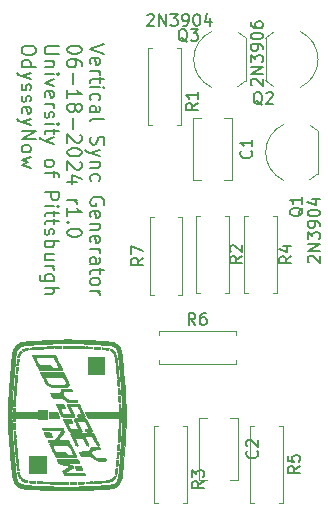
<source format=gbr>
G04 #@! TF.GenerationSoftware,KiCad,Pcbnew,8.0.1*
G04 #@! TF.CreationDate,2024-06-19T00:34:13-04:00*
G04 #@! TF.ProjectId,OdysseyDaughterCardVertSyncGenerator,4f647973-7365-4794-9461-756768746572,1.0*
G04 #@! TF.SameCoordinates,Original*
G04 #@! TF.FileFunction,Legend,Top*
G04 #@! TF.FilePolarity,Positive*
%FSLAX46Y46*%
G04 Gerber Fmt 4.6, Leading zero omitted, Abs format (unit mm)*
G04 Created by KiCad (PCBNEW 8.0.1) date 2024-06-19 00:34:13*
%MOMM*%
%LPD*%
G01*
G04 APERTURE LIST*
%ADD10C,0.200000*%
%ADD11C,0.150000*%
%ADD12C,0.010000*%
%ADD13C,0.120000*%
G04 APERTURE END LIST*
D10*
X132585156Y-80509863D02*
X131385156Y-80909863D01*
X131385156Y-80909863D02*
X132585156Y-81309863D01*
X131442299Y-82167006D02*
X131385156Y-82052720D01*
X131385156Y-82052720D02*
X131385156Y-81824149D01*
X131385156Y-81824149D02*
X131442299Y-81709863D01*
X131442299Y-81709863D02*
X131556584Y-81652720D01*
X131556584Y-81652720D02*
X132013727Y-81652720D01*
X132013727Y-81652720D02*
X132128013Y-81709863D01*
X132128013Y-81709863D02*
X132185156Y-81824149D01*
X132185156Y-81824149D02*
X132185156Y-82052720D01*
X132185156Y-82052720D02*
X132128013Y-82167006D01*
X132128013Y-82167006D02*
X132013727Y-82224149D01*
X132013727Y-82224149D02*
X131899441Y-82224149D01*
X131899441Y-82224149D02*
X131785156Y-81652720D01*
X131385156Y-82738434D02*
X132185156Y-82738434D01*
X131956584Y-82738434D02*
X132070870Y-82795577D01*
X132070870Y-82795577D02*
X132128013Y-82852720D01*
X132128013Y-82852720D02*
X132185156Y-82967005D01*
X132185156Y-82967005D02*
X132185156Y-83081291D01*
X132185156Y-83309862D02*
X132185156Y-83767005D01*
X132585156Y-83481291D02*
X131556584Y-83481291D01*
X131556584Y-83481291D02*
X131442299Y-83538434D01*
X131442299Y-83538434D02*
X131385156Y-83652719D01*
X131385156Y-83652719D02*
X131385156Y-83767005D01*
X131385156Y-84167005D02*
X132185156Y-84167005D01*
X132585156Y-84167005D02*
X132528013Y-84109862D01*
X132528013Y-84109862D02*
X132470870Y-84167005D01*
X132470870Y-84167005D02*
X132528013Y-84224148D01*
X132528013Y-84224148D02*
X132585156Y-84167005D01*
X132585156Y-84167005D02*
X132470870Y-84167005D01*
X131442299Y-85252720D02*
X131385156Y-85138434D01*
X131385156Y-85138434D02*
X131385156Y-84909862D01*
X131385156Y-84909862D02*
X131442299Y-84795577D01*
X131442299Y-84795577D02*
X131499441Y-84738434D01*
X131499441Y-84738434D02*
X131613727Y-84681291D01*
X131613727Y-84681291D02*
X131956584Y-84681291D01*
X131956584Y-84681291D02*
X132070870Y-84738434D01*
X132070870Y-84738434D02*
X132128013Y-84795577D01*
X132128013Y-84795577D02*
X132185156Y-84909862D01*
X132185156Y-84909862D02*
X132185156Y-85138434D01*
X132185156Y-85138434D02*
X132128013Y-85252720D01*
X131385156Y-86281291D02*
X132013727Y-86281291D01*
X132013727Y-86281291D02*
X132128013Y-86224148D01*
X132128013Y-86224148D02*
X132185156Y-86109862D01*
X132185156Y-86109862D02*
X132185156Y-85881291D01*
X132185156Y-85881291D02*
X132128013Y-85767005D01*
X131442299Y-86281291D02*
X131385156Y-86167005D01*
X131385156Y-86167005D02*
X131385156Y-85881291D01*
X131385156Y-85881291D02*
X131442299Y-85767005D01*
X131442299Y-85767005D02*
X131556584Y-85709862D01*
X131556584Y-85709862D02*
X131670870Y-85709862D01*
X131670870Y-85709862D02*
X131785156Y-85767005D01*
X131785156Y-85767005D02*
X131842299Y-85881291D01*
X131842299Y-85881291D02*
X131842299Y-86167005D01*
X131842299Y-86167005D02*
X131899441Y-86281291D01*
X131385156Y-87024147D02*
X131442299Y-86909862D01*
X131442299Y-86909862D02*
X131556584Y-86852719D01*
X131556584Y-86852719D02*
X132585156Y-86852719D01*
X131442299Y-88338433D02*
X131385156Y-88509862D01*
X131385156Y-88509862D02*
X131385156Y-88795576D01*
X131385156Y-88795576D02*
X131442299Y-88909862D01*
X131442299Y-88909862D02*
X131499441Y-88967004D01*
X131499441Y-88967004D02*
X131613727Y-89024147D01*
X131613727Y-89024147D02*
X131728013Y-89024147D01*
X131728013Y-89024147D02*
X131842299Y-88967004D01*
X131842299Y-88967004D02*
X131899441Y-88909862D01*
X131899441Y-88909862D02*
X131956584Y-88795576D01*
X131956584Y-88795576D02*
X132013727Y-88567004D01*
X132013727Y-88567004D02*
X132070870Y-88452719D01*
X132070870Y-88452719D02*
X132128013Y-88395576D01*
X132128013Y-88395576D02*
X132242299Y-88338433D01*
X132242299Y-88338433D02*
X132356584Y-88338433D01*
X132356584Y-88338433D02*
X132470870Y-88395576D01*
X132470870Y-88395576D02*
X132528013Y-88452719D01*
X132528013Y-88452719D02*
X132585156Y-88567004D01*
X132585156Y-88567004D02*
X132585156Y-88852719D01*
X132585156Y-88852719D02*
X132528013Y-89024147D01*
X132185156Y-89424147D02*
X131385156Y-89709861D01*
X132185156Y-89995576D02*
X131385156Y-89709861D01*
X131385156Y-89709861D02*
X131099441Y-89595576D01*
X131099441Y-89595576D02*
X131042299Y-89538433D01*
X131042299Y-89538433D02*
X130985156Y-89424147D01*
X132185156Y-90452719D02*
X131385156Y-90452719D01*
X132070870Y-90452719D02*
X132128013Y-90509862D01*
X132128013Y-90509862D02*
X132185156Y-90624147D01*
X132185156Y-90624147D02*
X132185156Y-90795576D01*
X132185156Y-90795576D02*
X132128013Y-90909862D01*
X132128013Y-90909862D02*
X132013727Y-90967005D01*
X132013727Y-90967005D02*
X131385156Y-90967005D01*
X131442299Y-92052719D02*
X131385156Y-91938433D01*
X131385156Y-91938433D02*
X131385156Y-91709861D01*
X131385156Y-91709861D02*
X131442299Y-91595576D01*
X131442299Y-91595576D02*
X131499441Y-91538433D01*
X131499441Y-91538433D02*
X131613727Y-91481290D01*
X131613727Y-91481290D02*
X131956584Y-91481290D01*
X131956584Y-91481290D02*
X132070870Y-91538433D01*
X132070870Y-91538433D02*
X132128013Y-91595576D01*
X132128013Y-91595576D02*
X132185156Y-91709861D01*
X132185156Y-91709861D02*
X132185156Y-91938433D01*
X132185156Y-91938433D02*
X132128013Y-92052719D01*
X132528013Y-94109861D02*
X132585156Y-93995576D01*
X132585156Y-93995576D02*
X132585156Y-93824147D01*
X132585156Y-93824147D02*
X132528013Y-93652718D01*
X132528013Y-93652718D02*
X132413727Y-93538433D01*
X132413727Y-93538433D02*
X132299441Y-93481290D01*
X132299441Y-93481290D02*
X132070870Y-93424147D01*
X132070870Y-93424147D02*
X131899441Y-93424147D01*
X131899441Y-93424147D02*
X131670870Y-93481290D01*
X131670870Y-93481290D02*
X131556584Y-93538433D01*
X131556584Y-93538433D02*
X131442299Y-93652718D01*
X131442299Y-93652718D02*
X131385156Y-93824147D01*
X131385156Y-93824147D02*
X131385156Y-93938433D01*
X131385156Y-93938433D02*
X131442299Y-94109861D01*
X131442299Y-94109861D02*
X131499441Y-94167004D01*
X131499441Y-94167004D02*
X131899441Y-94167004D01*
X131899441Y-94167004D02*
X131899441Y-93938433D01*
X131442299Y-95138433D02*
X131385156Y-95024147D01*
X131385156Y-95024147D02*
X131385156Y-94795576D01*
X131385156Y-94795576D02*
X131442299Y-94681290D01*
X131442299Y-94681290D02*
X131556584Y-94624147D01*
X131556584Y-94624147D02*
X132013727Y-94624147D01*
X132013727Y-94624147D02*
X132128013Y-94681290D01*
X132128013Y-94681290D02*
X132185156Y-94795576D01*
X132185156Y-94795576D02*
X132185156Y-95024147D01*
X132185156Y-95024147D02*
X132128013Y-95138433D01*
X132128013Y-95138433D02*
X132013727Y-95195576D01*
X132013727Y-95195576D02*
X131899441Y-95195576D01*
X131899441Y-95195576D02*
X131785156Y-94624147D01*
X132185156Y-95709861D02*
X131385156Y-95709861D01*
X132070870Y-95709861D02*
X132128013Y-95767004D01*
X132128013Y-95767004D02*
X132185156Y-95881289D01*
X132185156Y-95881289D02*
X132185156Y-96052718D01*
X132185156Y-96052718D02*
X132128013Y-96167004D01*
X132128013Y-96167004D02*
X132013727Y-96224147D01*
X132013727Y-96224147D02*
X131385156Y-96224147D01*
X131442299Y-97252718D02*
X131385156Y-97138432D01*
X131385156Y-97138432D02*
X131385156Y-96909861D01*
X131385156Y-96909861D02*
X131442299Y-96795575D01*
X131442299Y-96795575D02*
X131556584Y-96738432D01*
X131556584Y-96738432D02*
X132013727Y-96738432D01*
X132013727Y-96738432D02*
X132128013Y-96795575D01*
X132128013Y-96795575D02*
X132185156Y-96909861D01*
X132185156Y-96909861D02*
X132185156Y-97138432D01*
X132185156Y-97138432D02*
X132128013Y-97252718D01*
X132128013Y-97252718D02*
X132013727Y-97309861D01*
X132013727Y-97309861D02*
X131899441Y-97309861D01*
X131899441Y-97309861D02*
X131785156Y-96738432D01*
X131385156Y-97824146D02*
X132185156Y-97824146D01*
X131956584Y-97824146D02*
X132070870Y-97881289D01*
X132070870Y-97881289D02*
X132128013Y-97938432D01*
X132128013Y-97938432D02*
X132185156Y-98052717D01*
X132185156Y-98052717D02*
X132185156Y-98167003D01*
X131385156Y-99081289D02*
X132013727Y-99081289D01*
X132013727Y-99081289D02*
X132128013Y-99024146D01*
X132128013Y-99024146D02*
X132185156Y-98909860D01*
X132185156Y-98909860D02*
X132185156Y-98681289D01*
X132185156Y-98681289D02*
X132128013Y-98567003D01*
X131442299Y-99081289D02*
X131385156Y-98967003D01*
X131385156Y-98967003D02*
X131385156Y-98681289D01*
X131385156Y-98681289D02*
X131442299Y-98567003D01*
X131442299Y-98567003D02*
X131556584Y-98509860D01*
X131556584Y-98509860D02*
X131670870Y-98509860D01*
X131670870Y-98509860D02*
X131785156Y-98567003D01*
X131785156Y-98567003D02*
X131842299Y-98681289D01*
X131842299Y-98681289D02*
X131842299Y-98967003D01*
X131842299Y-98967003D02*
X131899441Y-99081289D01*
X132185156Y-99481288D02*
X132185156Y-99938431D01*
X132585156Y-99652717D02*
X131556584Y-99652717D01*
X131556584Y-99652717D02*
X131442299Y-99709860D01*
X131442299Y-99709860D02*
X131385156Y-99824145D01*
X131385156Y-99824145D02*
X131385156Y-99938431D01*
X131385156Y-100509859D02*
X131442299Y-100395574D01*
X131442299Y-100395574D02*
X131499441Y-100338431D01*
X131499441Y-100338431D02*
X131613727Y-100281288D01*
X131613727Y-100281288D02*
X131956584Y-100281288D01*
X131956584Y-100281288D02*
X132070870Y-100338431D01*
X132070870Y-100338431D02*
X132128013Y-100395574D01*
X132128013Y-100395574D02*
X132185156Y-100509859D01*
X132185156Y-100509859D02*
X132185156Y-100681288D01*
X132185156Y-100681288D02*
X132128013Y-100795574D01*
X132128013Y-100795574D02*
X132070870Y-100852717D01*
X132070870Y-100852717D02*
X131956584Y-100909859D01*
X131956584Y-100909859D02*
X131613727Y-100909859D01*
X131613727Y-100909859D02*
X131499441Y-100852717D01*
X131499441Y-100852717D02*
X131442299Y-100795574D01*
X131442299Y-100795574D02*
X131385156Y-100681288D01*
X131385156Y-100681288D02*
X131385156Y-100509859D01*
X131385156Y-101424145D02*
X132185156Y-101424145D01*
X131956584Y-101424145D02*
X132070870Y-101481288D01*
X132070870Y-101481288D02*
X132128013Y-101538431D01*
X132128013Y-101538431D02*
X132185156Y-101652716D01*
X132185156Y-101652716D02*
X132185156Y-101767002D01*
X130653223Y-80909863D02*
X130653223Y-81024149D01*
X130653223Y-81024149D02*
X130596080Y-81138435D01*
X130596080Y-81138435D02*
X130538937Y-81195578D01*
X130538937Y-81195578D02*
X130424651Y-81252720D01*
X130424651Y-81252720D02*
X130196080Y-81309863D01*
X130196080Y-81309863D02*
X129910366Y-81309863D01*
X129910366Y-81309863D02*
X129681794Y-81252720D01*
X129681794Y-81252720D02*
X129567508Y-81195578D01*
X129567508Y-81195578D02*
X129510366Y-81138435D01*
X129510366Y-81138435D02*
X129453223Y-81024149D01*
X129453223Y-81024149D02*
X129453223Y-80909863D01*
X129453223Y-80909863D02*
X129510366Y-80795578D01*
X129510366Y-80795578D02*
X129567508Y-80738435D01*
X129567508Y-80738435D02*
X129681794Y-80681292D01*
X129681794Y-80681292D02*
X129910366Y-80624149D01*
X129910366Y-80624149D02*
X130196080Y-80624149D01*
X130196080Y-80624149D02*
X130424651Y-80681292D01*
X130424651Y-80681292D02*
X130538937Y-80738435D01*
X130538937Y-80738435D02*
X130596080Y-80795578D01*
X130596080Y-80795578D02*
X130653223Y-80909863D01*
X130653223Y-82338435D02*
X130653223Y-82109863D01*
X130653223Y-82109863D02*
X130596080Y-81995577D01*
X130596080Y-81995577D02*
X130538937Y-81938435D01*
X130538937Y-81938435D02*
X130367508Y-81824149D01*
X130367508Y-81824149D02*
X130138937Y-81767006D01*
X130138937Y-81767006D02*
X129681794Y-81767006D01*
X129681794Y-81767006D02*
X129567508Y-81824149D01*
X129567508Y-81824149D02*
X129510366Y-81881292D01*
X129510366Y-81881292D02*
X129453223Y-81995577D01*
X129453223Y-81995577D02*
X129453223Y-82224149D01*
X129453223Y-82224149D02*
X129510366Y-82338435D01*
X129510366Y-82338435D02*
X129567508Y-82395577D01*
X129567508Y-82395577D02*
X129681794Y-82452720D01*
X129681794Y-82452720D02*
X129967508Y-82452720D01*
X129967508Y-82452720D02*
X130081794Y-82395577D01*
X130081794Y-82395577D02*
X130138937Y-82338435D01*
X130138937Y-82338435D02*
X130196080Y-82224149D01*
X130196080Y-82224149D02*
X130196080Y-81995577D01*
X130196080Y-81995577D02*
X130138937Y-81881292D01*
X130138937Y-81881292D02*
X130081794Y-81824149D01*
X130081794Y-81824149D02*
X129967508Y-81767006D01*
X129910366Y-82967006D02*
X129910366Y-83881292D01*
X129453223Y-85081291D02*
X129453223Y-84395577D01*
X129453223Y-84738434D02*
X130653223Y-84738434D01*
X130653223Y-84738434D02*
X130481794Y-84624148D01*
X130481794Y-84624148D02*
X130367508Y-84509863D01*
X130367508Y-84509863D02*
X130310366Y-84395577D01*
X130138937Y-85767005D02*
X130196080Y-85652720D01*
X130196080Y-85652720D02*
X130253223Y-85595577D01*
X130253223Y-85595577D02*
X130367508Y-85538434D01*
X130367508Y-85538434D02*
X130424651Y-85538434D01*
X130424651Y-85538434D02*
X130538937Y-85595577D01*
X130538937Y-85595577D02*
X130596080Y-85652720D01*
X130596080Y-85652720D02*
X130653223Y-85767005D01*
X130653223Y-85767005D02*
X130653223Y-85995577D01*
X130653223Y-85995577D02*
X130596080Y-86109863D01*
X130596080Y-86109863D02*
X130538937Y-86167005D01*
X130538937Y-86167005D02*
X130424651Y-86224148D01*
X130424651Y-86224148D02*
X130367508Y-86224148D01*
X130367508Y-86224148D02*
X130253223Y-86167005D01*
X130253223Y-86167005D02*
X130196080Y-86109863D01*
X130196080Y-86109863D02*
X130138937Y-85995577D01*
X130138937Y-85995577D02*
X130138937Y-85767005D01*
X130138937Y-85767005D02*
X130081794Y-85652720D01*
X130081794Y-85652720D02*
X130024651Y-85595577D01*
X130024651Y-85595577D02*
X129910366Y-85538434D01*
X129910366Y-85538434D02*
X129681794Y-85538434D01*
X129681794Y-85538434D02*
X129567508Y-85595577D01*
X129567508Y-85595577D02*
X129510366Y-85652720D01*
X129510366Y-85652720D02*
X129453223Y-85767005D01*
X129453223Y-85767005D02*
X129453223Y-85995577D01*
X129453223Y-85995577D02*
X129510366Y-86109863D01*
X129510366Y-86109863D02*
X129567508Y-86167005D01*
X129567508Y-86167005D02*
X129681794Y-86224148D01*
X129681794Y-86224148D02*
X129910366Y-86224148D01*
X129910366Y-86224148D02*
X130024651Y-86167005D01*
X130024651Y-86167005D02*
X130081794Y-86109863D01*
X130081794Y-86109863D02*
X130138937Y-85995577D01*
X129910366Y-86738434D02*
X129910366Y-87652720D01*
X130538937Y-88167005D02*
X130596080Y-88224148D01*
X130596080Y-88224148D02*
X130653223Y-88338434D01*
X130653223Y-88338434D02*
X130653223Y-88624148D01*
X130653223Y-88624148D02*
X130596080Y-88738434D01*
X130596080Y-88738434D02*
X130538937Y-88795576D01*
X130538937Y-88795576D02*
X130424651Y-88852719D01*
X130424651Y-88852719D02*
X130310366Y-88852719D01*
X130310366Y-88852719D02*
X130138937Y-88795576D01*
X130138937Y-88795576D02*
X129453223Y-88109862D01*
X129453223Y-88109862D02*
X129453223Y-88852719D01*
X130653223Y-89595576D02*
X130653223Y-89709862D01*
X130653223Y-89709862D02*
X130596080Y-89824148D01*
X130596080Y-89824148D02*
X130538937Y-89881291D01*
X130538937Y-89881291D02*
X130424651Y-89938433D01*
X130424651Y-89938433D02*
X130196080Y-89995576D01*
X130196080Y-89995576D02*
X129910366Y-89995576D01*
X129910366Y-89995576D02*
X129681794Y-89938433D01*
X129681794Y-89938433D02*
X129567508Y-89881291D01*
X129567508Y-89881291D02*
X129510366Y-89824148D01*
X129510366Y-89824148D02*
X129453223Y-89709862D01*
X129453223Y-89709862D02*
X129453223Y-89595576D01*
X129453223Y-89595576D02*
X129510366Y-89481291D01*
X129510366Y-89481291D02*
X129567508Y-89424148D01*
X129567508Y-89424148D02*
X129681794Y-89367005D01*
X129681794Y-89367005D02*
X129910366Y-89309862D01*
X129910366Y-89309862D02*
X130196080Y-89309862D01*
X130196080Y-89309862D02*
X130424651Y-89367005D01*
X130424651Y-89367005D02*
X130538937Y-89424148D01*
X130538937Y-89424148D02*
X130596080Y-89481291D01*
X130596080Y-89481291D02*
X130653223Y-89595576D01*
X130538937Y-90452719D02*
X130596080Y-90509862D01*
X130596080Y-90509862D02*
X130653223Y-90624148D01*
X130653223Y-90624148D02*
X130653223Y-90909862D01*
X130653223Y-90909862D02*
X130596080Y-91024148D01*
X130596080Y-91024148D02*
X130538937Y-91081290D01*
X130538937Y-91081290D02*
X130424651Y-91138433D01*
X130424651Y-91138433D02*
X130310366Y-91138433D01*
X130310366Y-91138433D02*
X130138937Y-91081290D01*
X130138937Y-91081290D02*
X129453223Y-90395576D01*
X129453223Y-90395576D02*
X129453223Y-91138433D01*
X130253223Y-92167005D02*
X129453223Y-92167005D01*
X130710366Y-91881290D02*
X129853223Y-91595576D01*
X129853223Y-91595576D02*
X129853223Y-92338433D01*
X129453223Y-93709862D02*
X130253223Y-93709862D01*
X130024651Y-93709862D02*
X130138937Y-93767005D01*
X130138937Y-93767005D02*
X130196080Y-93824148D01*
X130196080Y-93824148D02*
X130253223Y-93938433D01*
X130253223Y-93938433D02*
X130253223Y-94052719D01*
X129453223Y-95081290D02*
X129453223Y-94395576D01*
X129453223Y-94738433D02*
X130653223Y-94738433D01*
X130653223Y-94738433D02*
X130481794Y-94624147D01*
X130481794Y-94624147D02*
X130367508Y-94509862D01*
X130367508Y-94509862D02*
X130310366Y-94395576D01*
X129567508Y-95595576D02*
X129510366Y-95652719D01*
X129510366Y-95652719D02*
X129453223Y-95595576D01*
X129453223Y-95595576D02*
X129510366Y-95538433D01*
X129510366Y-95538433D02*
X129567508Y-95595576D01*
X129567508Y-95595576D02*
X129453223Y-95595576D01*
X130653223Y-96395576D02*
X130653223Y-96509862D01*
X130653223Y-96509862D02*
X130596080Y-96624148D01*
X130596080Y-96624148D02*
X130538937Y-96681291D01*
X130538937Y-96681291D02*
X130424651Y-96738433D01*
X130424651Y-96738433D02*
X130196080Y-96795576D01*
X130196080Y-96795576D02*
X129910366Y-96795576D01*
X129910366Y-96795576D02*
X129681794Y-96738433D01*
X129681794Y-96738433D02*
X129567508Y-96681291D01*
X129567508Y-96681291D02*
X129510366Y-96624148D01*
X129510366Y-96624148D02*
X129453223Y-96509862D01*
X129453223Y-96509862D02*
X129453223Y-96395576D01*
X129453223Y-96395576D02*
X129510366Y-96281291D01*
X129510366Y-96281291D02*
X129567508Y-96224148D01*
X129567508Y-96224148D02*
X129681794Y-96167005D01*
X129681794Y-96167005D02*
X129910366Y-96109862D01*
X129910366Y-96109862D02*
X130196080Y-96109862D01*
X130196080Y-96109862D02*
X130424651Y-96167005D01*
X130424651Y-96167005D02*
X130538937Y-96224148D01*
X130538937Y-96224148D02*
X130596080Y-96281291D01*
X130596080Y-96281291D02*
X130653223Y-96395576D01*
X128721290Y-80681292D02*
X127749861Y-80681292D01*
X127749861Y-80681292D02*
X127635575Y-80738435D01*
X127635575Y-80738435D02*
X127578433Y-80795578D01*
X127578433Y-80795578D02*
X127521290Y-80909863D01*
X127521290Y-80909863D02*
X127521290Y-81138435D01*
X127521290Y-81138435D02*
X127578433Y-81252720D01*
X127578433Y-81252720D02*
X127635575Y-81309863D01*
X127635575Y-81309863D02*
X127749861Y-81367006D01*
X127749861Y-81367006D02*
X128721290Y-81367006D01*
X128321290Y-81938435D02*
X127521290Y-81938435D01*
X128207004Y-81938435D02*
X128264147Y-81995578D01*
X128264147Y-81995578D02*
X128321290Y-82109863D01*
X128321290Y-82109863D02*
X128321290Y-82281292D01*
X128321290Y-82281292D02*
X128264147Y-82395578D01*
X128264147Y-82395578D02*
X128149861Y-82452721D01*
X128149861Y-82452721D02*
X127521290Y-82452721D01*
X127521290Y-83024149D02*
X128321290Y-83024149D01*
X128721290Y-83024149D02*
X128664147Y-82967006D01*
X128664147Y-82967006D02*
X128607004Y-83024149D01*
X128607004Y-83024149D02*
X128664147Y-83081292D01*
X128664147Y-83081292D02*
X128721290Y-83024149D01*
X128721290Y-83024149D02*
X128607004Y-83024149D01*
X128321290Y-83481292D02*
X127521290Y-83767006D01*
X127521290Y-83767006D02*
X128321290Y-84052721D01*
X127578433Y-84967007D02*
X127521290Y-84852721D01*
X127521290Y-84852721D02*
X127521290Y-84624150D01*
X127521290Y-84624150D02*
X127578433Y-84509864D01*
X127578433Y-84509864D02*
X127692718Y-84452721D01*
X127692718Y-84452721D02*
X128149861Y-84452721D01*
X128149861Y-84452721D02*
X128264147Y-84509864D01*
X128264147Y-84509864D02*
X128321290Y-84624150D01*
X128321290Y-84624150D02*
X128321290Y-84852721D01*
X128321290Y-84852721D02*
X128264147Y-84967007D01*
X128264147Y-84967007D02*
X128149861Y-85024150D01*
X128149861Y-85024150D02*
X128035575Y-85024150D01*
X128035575Y-85024150D02*
X127921290Y-84452721D01*
X127521290Y-85538435D02*
X128321290Y-85538435D01*
X128092718Y-85538435D02*
X128207004Y-85595578D01*
X128207004Y-85595578D02*
X128264147Y-85652721D01*
X128264147Y-85652721D02*
X128321290Y-85767006D01*
X128321290Y-85767006D02*
X128321290Y-85881292D01*
X127578433Y-86224149D02*
X127521290Y-86338435D01*
X127521290Y-86338435D02*
X127521290Y-86567006D01*
X127521290Y-86567006D02*
X127578433Y-86681292D01*
X127578433Y-86681292D02*
X127692718Y-86738435D01*
X127692718Y-86738435D02*
X127749861Y-86738435D01*
X127749861Y-86738435D02*
X127864147Y-86681292D01*
X127864147Y-86681292D02*
X127921290Y-86567006D01*
X127921290Y-86567006D02*
X127921290Y-86395578D01*
X127921290Y-86395578D02*
X127978433Y-86281292D01*
X127978433Y-86281292D02*
X128092718Y-86224149D01*
X128092718Y-86224149D02*
X128149861Y-86224149D01*
X128149861Y-86224149D02*
X128264147Y-86281292D01*
X128264147Y-86281292D02*
X128321290Y-86395578D01*
X128321290Y-86395578D02*
X128321290Y-86567006D01*
X128321290Y-86567006D02*
X128264147Y-86681292D01*
X127521290Y-87252721D02*
X128321290Y-87252721D01*
X128721290Y-87252721D02*
X128664147Y-87195578D01*
X128664147Y-87195578D02*
X128607004Y-87252721D01*
X128607004Y-87252721D02*
X128664147Y-87309864D01*
X128664147Y-87309864D02*
X128721290Y-87252721D01*
X128721290Y-87252721D02*
X128607004Y-87252721D01*
X128321290Y-87652721D02*
X128321290Y-88109864D01*
X128721290Y-87824150D02*
X127692718Y-87824150D01*
X127692718Y-87824150D02*
X127578433Y-87881293D01*
X127578433Y-87881293D02*
X127521290Y-87995578D01*
X127521290Y-87995578D02*
X127521290Y-88109864D01*
X128321290Y-88395578D02*
X127521290Y-88681292D01*
X128321290Y-88967007D02*
X127521290Y-88681292D01*
X127521290Y-88681292D02*
X127235575Y-88567007D01*
X127235575Y-88567007D02*
X127178433Y-88509864D01*
X127178433Y-88509864D02*
X127121290Y-88395578D01*
X127521290Y-90509864D02*
X127578433Y-90395579D01*
X127578433Y-90395579D02*
X127635575Y-90338436D01*
X127635575Y-90338436D02*
X127749861Y-90281293D01*
X127749861Y-90281293D02*
X128092718Y-90281293D01*
X128092718Y-90281293D02*
X128207004Y-90338436D01*
X128207004Y-90338436D02*
X128264147Y-90395579D01*
X128264147Y-90395579D02*
X128321290Y-90509864D01*
X128321290Y-90509864D02*
X128321290Y-90681293D01*
X128321290Y-90681293D02*
X128264147Y-90795579D01*
X128264147Y-90795579D02*
X128207004Y-90852722D01*
X128207004Y-90852722D02*
X128092718Y-90909864D01*
X128092718Y-90909864D02*
X127749861Y-90909864D01*
X127749861Y-90909864D02*
X127635575Y-90852722D01*
X127635575Y-90852722D02*
X127578433Y-90795579D01*
X127578433Y-90795579D02*
X127521290Y-90681293D01*
X127521290Y-90681293D02*
X127521290Y-90509864D01*
X128321290Y-91252721D02*
X128321290Y-91709864D01*
X127521290Y-91424150D02*
X128549861Y-91424150D01*
X128549861Y-91424150D02*
X128664147Y-91481293D01*
X128664147Y-91481293D02*
X128721290Y-91595578D01*
X128721290Y-91595578D02*
X128721290Y-91709864D01*
X127521290Y-93024150D02*
X128721290Y-93024150D01*
X128721290Y-93024150D02*
X128721290Y-93481293D01*
X128721290Y-93481293D02*
X128664147Y-93595578D01*
X128664147Y-93595578D02*
X128607004Y-93652721D01*
X128607004Y-93652721D02*
X128492718Y-93709864D01*
X128492718Y-93709864D02*
X128321290Y-93709864D01*
X128321290Y-93709864D02*
X128207004Y-93652721D01*
X128207004Y-93652721D02*
X128149861Y-93595578D01*
X128149861Y-93595578D02*
X128092718Y-93481293D01*
X128092718Y-93481293D02*
X128092718Y-93024150D01*
X127521290Y-94224150D02*
X128321290Y-94224150D01*
X128721290Y-94224150D02*
X128664147Y-94167007D01*
X128664147Y-94167007D02*
X128607004Y-94224150D01*
X128607004Y-94224150D02*
X128664147Y-94281293D01*
X128664147Y-94281293D02*
X128721290Y-94224150D01*
X128721290Y-94224150D02*
X128607004Y-94224150D01*
X128321290Y-94624150D02*
X128321290Y-95081293D01*
X128721290Y-94795579D02*
X127692718Y-94795579D01*
X127692718Y-94795579D02*
X127578433Y-94852722D01*
X127578433Y-94852722D02*
X127521290Y-94967007D01*
X127521290Y-94967007D02*
X127521290Y-95081293D01*
X128321290Y-95309864D02*
X128321290Y-95767007D01*
X128721290Y-95481293D02*
X127692718Y-95481293D01*
X127692718Y-95481293D02*
X127578433Y-95538436D01*
X127578433Y-95538436D02*
X127521290Y-95652721D01*
X127521290Y-95652721D02*
X127521290Y-95767007D01*
X127578433Y-96109864D02*
X127521290Y-96224150D01*
X127521290Y-96224150D02*
X127521290Y-96452721D01*
X127521290Y-96452721D02*
X127578433Y-96567007D01*
X127578433Y-96567007D02*
X127692718Y-96624150D01*
X127692718Y-96624150D02*
X127749861Y-96624150D01*
X127749861Y-96624150D02*
X127864147Y-96567007D01*
X127864147Y-96567007D02*
X127921290Y-96452721D01*
X127921290Y-96452721D02*
X127921290Y-96281293D01*
X127921290Y-96281293D02*
X127978433Y-96167007D01*
X127978433Y-96167007D02*
X128092718Y-96109864D01*
X128092718Y-96109864D02*
X128149861Y-96109864D01*
X128149861Y-96109864D02*
X128264147Y-96167007D01*
X128264147Y-96167007D02*
X128321290Y-96281293D01*
X128321290Y-96281293D02*
X128321290Y-96452721D01*
X128321290Y-96452721D02*
X128264147Y-96567007D01*
X127521290Y-97138436D02*
X128721290Y-97138436D01*
X128264147Y-97138436D02*
X128321290Y-97252722D01*
X128321290Y-97252722D02*
X128321290Y-97481293D01*
X128321290Y-97481293D02*
X128264147Y-97595579D01*
X128264147Y-97595579D02*
X128207004Y-97652722D01*
X128207004Y-97652722D02*
X128092718Y-97709864D01*
X128092718Y-97709864D02*
X127749861Y-97709864D01*
X127749861Y-97709864D02*
X127635575Y-97652722D01*
X127635575Y-97652722D02*
X127578433Y-97595579D01*
X127578433Y-97595579D02*
X127521290Y-97481293D01*
X127521290Y-97481293D02*
X127521290Y-97252722D01*
X127521290Y-97252722D02*
X127578433Y-97138436D01*
X128321290Y-98738436D02*
X127521290Y-98738436D01*
X128321290Y-98224150D02*
X127692718Y-98224150D01*
X127692718Y-98224150D02*
X127578433Y-98281293D01*
X127578433Y-98281293D02*
X127521290Y-98395578D01*
X127521290Y-98395578D02*
X127521290Y-98567007D01*
X127521290Y-98567007D02*
X127578433Y-98681293D01*
X127578433Y-98681293D02*
X127635575Y-98738436D01*
X127521290Y-99309864D02*
X128321290Y-99309864D01*
X128092718Y-99309864D02*
X128207004Y-99367007D01*
X128207004Y-99367007D02*
X128264147Y-99424150D01*
X128264147Y-99424150D02*
X128321290Y-99538435D01*
X128321290Y-99538435D02*
X128321290Y-99652721D01*
X128321290Y-100567007D02*
X127349861Y-100567007D01*
X127349861Y-100567007D02*
X127235575Y-100509864D01*
X127235575Y-100509864D02*
X127178433Y-100452721D01*
X127178433Y-100452721D02*
X127121290Y-100338435D01*
X127121290Y-100338435D02*
X127121290Y-100167007D01*
X127121290Y-100167007D02*
X127178433Y-100052721D01*
X127578433Y-100567007D02*
X127521290Y-100452721D01*
X127521290Y-100452721D02*
X127521290Y-100224149D01*
X127521290Y-100224149D02*
X127578433Y-100109864D01*
X127578433Y-100109864D02*
X127635575Y-100052721D01*
X127635575Y-100052721D02*
X127749861Y-99995578D01*
X127749861Y-99995578D02*
X128092718Y-99995578D01*
X128092718Y-99995578D02*
X128207004Y-100052721D01*
X128207004Y-100052721D02*
X128264147Y-100109864D01*
X128264147Y-100109864D02*
X128321290Y-100224149D01*
X128321290Y-100224149D02*
X128321290Y-100452721D01*
X128321290Y-100452721D02*
X128264147Y-100567007D01*
X127521290Y-101138435D02*
X128721290Y-101138435D01*
X127521290Y-101652721D02*
X128149861Y-101652721D01*
X128149861Y-101652721D02*
X128264147Y-101595578D01*
X128264147Y-101595578D02*
X128321290Y-101481292D01*
X128321290Y-101481292D02*
X128321290Y-101309863D01*
X128321290Y-101309863D02*
X128264147Y-101195578D01*
X128264147Y-101195578D02*
X128207004Y-101138435D01*
X126789357Y-80909863D02*
X126789357Y-81138435D01*
X126789357Y-81138435D02*
X126732214Y-81252720D01*
X126732214Y-81252720D02*
X126617928Y-81367006D01*
X126617928Y-81367006D02*
X126389357Y-81424149D01*
X126389357Y-81424149D02*
X125989357Y-81424149D01*
X125989357Y-81424149D02*
X125760785Y-81367006D01*
X125760785Y-81367006D02*
X125646500Y-81252720D01*
X125646500Y-81252720D02*
X125589357Y-81138435D01*
X125589357Y-81138435D02*
X125589357Y-80909863D01*
X125589357Y-80909863D02*
X125646500Y-80795578D01*
X125646500Y-80795578D02*
X125760785Y-80681292D01*
X125760785Y-80681292D02*
X125989357Y-80624149D01*
X125989357Y-80624149D02*
X126389357Y-80624149D01*
X126389357Y-80624149D02*
X126617928Y-80681292D01*
X126617928Y-80681292D02*
X126732214Y-80795578D01*
X126732214Y-80795578D02*
X126789357Y-80909863D01*
X125589357Y-82452721D02*
X126789357Y-82452721D01*
X125646500Y-82452721D02*
X125589357Y-82338435D01*
X125589357Y-82338435D02*
X125589357Y-82109863D01*
X125589357Y-82109863D02*
X125646500Y-81995578D01*
X125646500Y-81995578D02*
X125703642Y-81938435D01*
X125703642Y-81938435D02*
X125817928Y-81881292D01*
X125817928Y-81881292D02*
X126160785Y-81881292D01*
X126160785Y-81881292D02*
X126275071Y-81938435D01*
X126275071Y-81938435D02*
X126332214Y-81995578D01*
X126332214Y-81995578D02*
X126389357Y-82109863D01*
X126389357Y-82109863D02*
X126389357Y-82338435D01*
X126389357Y-82338435D02*
X126332214Y-82452721D01*
X126389357Y-82909863D02*
X125589357Y-83195577D01*
X126389357Y-83481292D02*
X125589357Y-83195577D01*
X125589357Y-83195577D02*
X125303642Y-83081292D01*
X125303642Y-83081292D02*
X125246500Y-83024149D01*
X125246500Y-83024149D02*
X125189357Y-82909863D01*
X125646500Y-83881292D02*
X125589357Y-83995578D01*
X125589357Y-83995578D02*
X125589357Y-84224149D01*
X125589357Y-84224149D02*
X125646500Y-84338435D01*
X125646500Y-84338435D02*
X125760785Y-84395578D01*
X125760785Y-84395578D02*
X125817928Y-84395578D01*
X125817928Y-84395578D02*
X125932214Y-84338435D01*
X125932214Y-84338435D02*
X125989357Y-84224149D01*
X125989357Y-84224149D02*
X125989357Y-84052721D01*
X125989357Y-84052721D02*
X126046500Y-83938435D01*
X126046500Y-83938435D02*
X126160785Y-83881292D01*
X126160785Y-83881292D02*
X126217928Y-83881292D01*
X126217928Y-83881292D02*
X126332214Y-83938435D01*
X126332214Y-83938435D02*
X126389357Y-84052721D01*
X126389357Y-84052721D02*
X126389357Y-84224149D01*
X126389357Y-84224149D02*
X126332214Y-84338435D01*
X125646500Y-84852721D02*
X125589357Y-84967007D01*
X125589357Y-84967007D02*
X125589357Y-85195578D01*
X125589357Y-85195578D02*
X125646500Y-85309864D01*
X125646500Y-85309864D02*
X125760785Y-85367007D01*
X125760785Y-85367007D02*
X125817928Y-85367007D01*
X125817928Y-85367007D02*
X125932214Y-85309864D01*
X125932214Y-85309864D02*
X125989357Y-85195578D01*
X125989357Y-85195578D02*
X125989357Y-85024150D01*
X125989357Y-85024150D02*
X126046500Y-84909864D01*
X126046500Y-84909864D02*
X126160785Y-84852721D01*
X126160785Y-84852721D02*
X126217928Y-84852721D01*
X126217928Y-84852721D02*
X126332214Y-84909864D01*
X126332214Y-84909864D02*
X126389357Y-85024150D01*
X126389357Y-85024150D02*
X126389357Y-85195578D01*
X126389357Y-85195578D02*
X126332214Y-85309864D01*
X125646500Y-86338436D02*
X125589357Y-86224150D01*
X125589357Y-86224150D02*
X125589357Y-85995579D01*
X125589357Y-85995579D02*
X125646500Y-85881293D01*
X125646500Y-85881293D02*
X125760785Y-85824150D01*
X125760785Y-85824150D02*
X126217928Y-85824150D01*
X126217928Y-85824150D02*
X126332214Y-85881293D01*
X126332214Y-85881293D02*
X126389357Y-85995579D01*
X126389357Y-85995579D02*
X126389357Y-86224150D01*
X126389357Y-86224150D02*
X126332214Y-86338436D01*
X126332214Y-86338436D02*
X126217928Y-86395579D01*
X126217928Y-86395579D02*
X126103642Y-86395579D01*
X126103642Y-86395579D02*
X125989357Y-85824150D01*
X126389357Y-86795578D02*
X125589357Y-87081292D01*
X126389357Y-87367007D02*
X125589357Y-87081292D01*
X125589357Y-87081292D02*
X125303642Y-86967007D01*
X125303642Y-86967007D02*
X125246500Y-86909864D01*
X125246500Y-86909864D02*
X125189357Y-86795578D01*
X125589357Y-87824150D02*
X126789357Y-87824150D01*
X126789357Y-87824150D02*
X125589357Y-88509864D01*
X125589357Y-88509864D02*
X126789357Y-88509864D01*
X125589357Y-89252721D02*
X125646500Y-89138436D01*
X125646500Y-89138436D02*
X125703642Y-89081293D01*
X125703642Y-89081293D02*
X125817928Y-89024150D01*
X125817928Y-89024150D02*
X126160785Y-89024150D01*
X126160785Y-89024150D02*
X126275071Y-89081293D01*
X126275071Y-89081293D02*
X126332214Y-89138436D01*
X126332214Y-89138436D02*
X126389357Y-89252721D01*
X126389357Y-89252721D02*
X126389357Y-89424150D01*
X126389357Y-89424150D02*
X126332214Y-89538436D01*
X126332214Y-89538436D02*
X126275071Y-89595579D01*
X126275071Y-89595579D02*
X126160785Y-89652721D01*
X126160785Y-89652721D02*
X125817928Y-89652721D01*
X125817928Y-89652721D02*
X125703642Y-89595579D01*
X125703642Y-89595579D02*
X125646500Y-89538436D01*
X125646500Y-89538436D02*
X125589357Y-89424150D01*
X125589357Y-89424150D02*
X125589357Y-89252721D01*
X126389357Y-90052721D02*
X125589357Y-90281293D01*
X125589357Y-90281293D02*
X126160785Y-90509864D01*
X126160785Y-90509864D02*
X125589357Y-90738435D01*
X125589357Y-90738435D02*
X126389357Y-90967007D01*
D11*
X139604761Y-80306057D02*
X139509523Y-80258438D01*
X139509523Y-80258438D02*
X139414285Y-80163200D01*
X139414285Y-80163200D02*
X139271428Y-80020342D01*
X139271428Y-80020342D02*
X139176190Y-79972723D01*
X139176190Y-79972723D02*
X139080952Y-79972723D01*
X139128571Y-80210819D02*
X139033333Y-80163200D01*
X139033333Y-80163200D02*
X138938095Y-80067961D01*
X138938095Y-80067961D02*
X138890476Y-79877485D01*
X138890476Y-79877485D02*
X138890476Y-79544152D01*
X138890476Y-79544152D02*
X138938095Y-79353676D01*
X138938095Y-79353676D02*
X139033333Y-79258438D01*
X139033333Y-79258438D02*
X139128571Y-79210819D01*
X139128571Y-79210819D02*
X139319047Y-79210819D01*
X139319047Y-79210819D02*
X139414285Y-79258438D01*
X139414285Y-79258438D02*
X139509523Y-79353676D01*
X139509523Y-79353676D02*
X139557142Y-79544152D01*
X139557142Y-79544152D02*
X139557142Y-79877485D01*
X139557142Y-79877485D02*
X139509523Y-80067961D01*
X139509523Y-80067961D02*
X139414285Y-80163200D01*
X139414285Y-80163200D02*
X139319047Y-80210819D01*
X139319047Y-80210819D02*
X139128571Y-80210819D01*
X139890476Y-79210819D02*
X140509523Y-79210819D01*
X140509523Y-79210819D02*
X140176190Y-79591771D01*
X140176190Y-79591771D02*
X140319047Y-79591771D01*
X140319047Y-79591771D02*
X140414285Y-79639390D01*
X140414285Y-79639390D02*
X140461904Y-79687009D01*
X140461904Y-79687009D02*
X140509523Y-79782247D01*
X140509523Y-79782247D02*
X140509523Y-80020342D01*
X140509523Y-80020342D02*
X140461904Y-80115580D01*
X140461904Y-80115580D02*
X140414285Y-80163200D01*
X140414285Y-80163200D02*
X140319047Y-80210819D01*
X140319047Y-80210819D02*
X140033333Y-80210819D01*
X140033333Y-80210819D02*
X139938095Y-80163200D01*
X139938095Y-80163200D02*
X139890476Y-80115580D01*
X136223714Y-78036057D02*
X136271333Y-77988438D01*
X136271333Y-77988438D02*
X136366571Y-77940819D01*
X136366571Y-77940819D02*
X136604666Y-77940819D01*
X136604666Y-77940819D02*
X136699904Y-77988438D01*
X136699904Y-77988438D02*
X136747523Y-78036057D01*
X136747523Y-78036057D02*
X136795142Y-78131295D01*
X136795142Y-78131295D02*
X136795142Y-78226533D01*
X136795142Y-78226533D02*
X136747523Y-78369390D01*
X136747523Y-78369390D02*
X136176095Y-78940819D01*
X136176095Y-78940819D02*
X136795142Y-78940819D01*
X137223714Y-78940819D02*
X137223714Y-77940819D01*
X137223714Y-77940819D02*
X137795142Y-78940819D01*
X137795142Y-78940819D02*
X137795142Y-77940819D01*
X138176095Y-77940819D02*
X138795142Y-77940819D01*
X138795142Y-77940819D02*
X138461809Y-78321771D01*
X138461809Y-78321771D02*
X138604666Y-78321771D01*
X138604666Y-78321771D02*
X138699904Y-78369390D01*
X138699904Y-78369390D02*
X138747523Y-78417009D01*
X138747523Y-78417009D02*
X138795142Y-78512247D01*
X138795142Y-78512247D02*
X138795142Y-78750342D01*
X138795142Y-78750342D02*
X138747523Y-78845580D01*
X138747523Y-78845580D02*
X138699904Y-78893200D01*
X138699904Y-78893200D02*
X138604666Y-78940819D01*
X138604666Y-78940819D02*
X138318952Y-78940819D01*
X138318952Y-78940819D02*
X138223714Y-78893200D01*
X138223714Y-78893200D02*
X138176095Y-78845580D01*
X139271333Y-78940819D02*
X139461809Y-78940819D01*
X139461809Y-78940819D02*
X139557047Y-78893200D01*
X139557047Y-78893200D02*
X139604666Y-78845580D01*
X139604666Y-78845580D02*
X139699904Y-78702723D01*
X139699904Y-78702723D02*
X139747523Y-78512247D01*
X139747523Y-78512247D02*
X139747523Y-78131295D01*
X139747523Y-78131295D02*
X139699904Y-78036057D01*
X139699904Y-78036057D02*
X139652285Y-77988438D01*
X139652285Y-77988438D02*
X139557047Y-77940819D01*
X139557047Y-77940819D02*
X139366571Y-77940819D01*
X139366571Y-77940819D02*
X139271333Y-77988438D01*
X139271333Y-77988438D02*
X139223714Y-78036057D01*
X139223714Y-78036057D02*
X139176095Y-78131295D01*
X139176095Y-78131295D02*
X139176095Y-78369390D01*
X139176095Y-78369390D02*
X139223714Y-78464628D01*
X139223714Y-78464628D02*
X139271333Y-78512247D01*
X139271333Y-78512247D02*
X139366571Y-78559866D01*
X139366571Y-78559866D02*
X139557047Y-78559866D01*
X139557047Y-78559866D02*
X139652285Y-78512247D01*
X139652285Y-78512247D02*
X139699904Y-78464628D01*
X139699904Y-78464628D02*
X139747523Y-78369390D01*
X140366571Y-77940819D02*
X140461809Y-77940819D01*
X140461809Y-77940819D02*
X140557047Y-77988438D01*
X140557047Y-77988438D02*
X140604666Y-78036057D01*
X140604666Y-78036057D02*
X140652285Y-78131295D01*
X140652285Y-78131295D02*
X140699904Y-78321771D01*
X140699904Y-78321771D02*
X140699904Y-78559866D01*
X140699904Y-78559866D02*
X140652285Y-78750342D01*
X140652285Y-78750342D02*
X140604666Y-78845580D01*
X140604666Y-78845580D02*
X140557047Y-78893200D01*
X140557047Y-78893200D02*
X140461809Y-78940819D01*
X140461809Y-78940819D02*
X140366571Y-78940819D01*
X140366571Y-78940819D02*
X140271333Y-78893200D01*
X140271333Y-78893200D02*
X140223714Y-78845580D01*
X140223714Y-78845580D02*
X140176095Y-78750342D01*
X140176095Y-78750342D02*
X140128476Y-78559866D01*
X140128476Y-78559866D02*
X140128476Y-78321771D01*
X140128476Y-78321771D02*
X140176095Y-78131295D01*
X140176095Y-78131295D02*
X140223714Y-78036057D01*
X140223714Y-78036057D02*
X140271333Y-77988438D01*
X140271333Y-77988438D02*
X140366571Y-77940819D01*
X141557047Y-78274152D02*
X141557047Y-78940819D01*
X141318952Y-77893200D02*
X141080857Y-78607485D01*
X141080857Y-78607485D02*
X141699904Y-78607485D01*
X145954761Y-85640057D02*
X145859523Y-85592438D01*
X145859523Y-85592438D02*
X145764285Y-85497200D01*
X145764285Y-85497200D02*
X145621428Y-85354342D01*
X145621428Y-85354342D02*
X145526190Y-85306723D01*
X145526190Y-85306723D02*
X145430952Y-85306723D01*
X145478571Y-85544819D02*
X145383333Y-85497200D01*
X145383333Y-85497200D02*
X145288095Y-85401961D01*
X145288095Y-85401961D02*
X145240476Y-85211485D01*
X145240476Y-85211485D02*
X145240476Y-84878152D01*
X145240476Y-84878152D02*
X145288095Y-84687676D01*
X145288095Y-84687676D02*
X145383333Y-84592438D01*
X145383333Y-84592438D02*
X145478571Y-84544819D01*
X145478571Y-84544819D02*
X145669047Y-84544819D01*
X145669047Y-84544819D02*
X145764285Y-84592438D01*
X145764285Y-84592438D02*
X145859523Y-84687676D01*
X145859523Y-84687676D02*
X145907142Y-84878152D01*
X145907142Y-84878152D02*
X145907142Y-85211485D01*
X145907142Y-85211485D02*
X145859523Y-85401961D01*
X145859523Y-85401961D02*
X145764285Y-85497200D01*
X145764285Y-85497200D02*
X145669047Y-85544819D01*
X145669047Y-85544819D02*
X145478571Y-85544819D01*
X146288095Y-84640057D02*
X146335714Y-84592438D01*
X146335714Y-84592438D02*
X146430952Y-84544819D01*
X146430952Y-84544819D02*
X146669047Y-84544819D01*
X146669047Y-84544819D02*
X146764285Y-84592438D01*
X146764285Y-84592438D02*
X146811904Y-84640057D01*
X146811904Y-84640057D02*
X146859523Y-84735295D01*
X146859523Y-84735295D02*
X146859523Y-84830533D01*
X146859523Y-84830533D02*
X146811904Y-84973390D01*
X146811904Y-84973390D02*
X146240476Y-85544819D01*
X146240476Y-85544819D02*
X146859523Y-85544819D01*
X145092057Y-83994285D02*
X145044438Y-83946666D01*
X145044438Y-83946666D02*
X144996819Y-83851428D01*
X144996819Y-83851428D02*
X144996819Y-83613333D01*
X144996819Y-83613333D02*
X145044438Y-83518095D01*
X145044438Y-83518095D02*
X145092057Y-83470476D01*
X145092057Y-83470476D02*
X145187295Y-83422857D01*
X145187295Y-83422857D02*
X145282533Y-83422857D01*
X145282533Y-83422857D02*
X145425390Y-83470476D01*
X145425390Y-83470476D02*
X145996819Y-84041904D01*
X145996819Y-84041904D02*
X145996819Y-83422857D01*
X145996819Y-82994285D02*
X144996819Y-82994285D01*
X144996819Y-82994285D02*
X145996819Y-82422857D01*
X145996819Y-82422857D02*
X144996819Y-82422857D01*
X144996819Y-82041904D02*
X144996819Y-81422857D01*
X144996819Y-81422857D02*
X145377771Y-81756190D01*
X145377771Y-81756190D02*
X145377771Y-81613333D01*
X145377771Y-81613333D02*
X145425390Y-81518095D01*
X145425390Y-81518095D02*
X145473009Y-81470476D01*
X145473009Y-81470476D02*
X145568247Y-81422857D01*
X145568247Y-81422857D02*
X145806342Y-81422857D01*
X145806342Y-81422857D02*
X145901580Y-81470476D01*
X145901580Y-81470476D02*
X145949200Y-81518095D01*
X145949200Y-81518095D02*
X145996819Y-81613333D01*
X145996819Y-81613333D02*
X145996819Y-81899047D01*
X145996819Y-81899047D02*
X145949200Y-81994285D01*
X145949200Y-81994285D02*
X145901580Y-82041904D01*
X145996819Y-80946666D02*
X145996819Y-80756190D01*
X145996819Y-80756190D02*
X145949200Y-80660952D01*
X145949200Y-80660952D02*
X145901580Y-80613333D01*
X145901580Y-80613333D02*
X145758723Y-80518095D01*
X145758723Y-80518095D02*
X145568247Y-80470476D01*
X145568247Y-80470476D02*
X145187295Y-80470476D01*
X145187295Y-80470476D02*
X145092057Y-80518095D01*
X145092057Y-80518095D02*
X145044438Y-80565714D01*
X145044438Y-80565714D02*
X144996819Y-80660952D01*
X144996819Y-80660952D02*
X144996819Y-80851428D01*
X144996819Y-80851428D02*
X145044438Y-80946666D01*
X145044438Y-80946666D02*
X145092057Y-80994285D01*
X145092057Y-80994285D02*
X145187295Y-81041904D01*
X145187295Y-81041904D02*
X145425390Y-81041904D01*
X145425390Y-81041904D02*
X145520628Y-80994285D01*
X145520628Y-80994285D02*
X145568247Y-80946666D01*
X145568247Y-80946666D02*
X145615866Y-80851428D01*
X145615866Y-80851428D02*
X145615866Y-80660952D01*
X145615866Y-80660952D02*
X145568247Y-80565714D01*
X145568247Y-80565714D02*
X145520628Y-80518095D01*
X145520628Y-80518095D02*
X145425390Y-80470476D01*
X144996819Y-79851428D02*
X144996819Y-79756190D01*
X144996819Y-79756190D02*
X145044438Y-79660952D01*
X145044438Y-79660952D02*
X145092057Y-79613333D01*
X145092057Y-79613333D02*
X145187295Y-79565714D01*
X145187295Y-79565714D02*
X145377771Y-79518095D01*
X145377771Y-79518095D02*
X145615866Y-79518095D01*
X145615866Y-79518095D02*
X145806342Y-79565714D01*
X145806342Y-79565714D02*
X145901580Y-79613333D01*
X145901580Y-79613333D02*
X145949200Y-79660952D01*
X145949200Y-79660952D02*
X145996819Y-79756190D01*
X145996819Y-79756190D02*
X145996819Y-79851428D01*
X145996819Y-79851428D02*
X145949200Y-79946666D01*
X145949200Y-79946666D02*
X145901580Y-79994285D01*
X145901580Y-79994285D02*
X145806342Y-80041904D01*
X145806342Y-80041904D02*
X145615866Y-80089523D01*
X145615866Y-80089523D02*
X145377771Y-80089523D01*
X145377771Y-80089523D02*
X145187295Y-80041904D01*
X145187295Y-80041904D02*
X145092057Y-79994285D01*
X145092057Y-79994285D02*
X145044438Y-79946666D01*
X145044438Y-79946666D02*
X144996819Y-79851428D01*
X144996819Y-78660952D02*
X144996819Y-78851428D01*
X144996819Y-78851428D02*
X145044438Y-78946666D01*
X145044438Y-78946666D02*
X145092057Y-78994285D01*
X145092057Y-78994285D02*
X145234914Y-79089523D01*
X145234914Y-79089523D02*
X145425390Y-79137142D01*
X145425390Y-79137142D02*
X145806342Y-79137142D01*
X145806342Y-79137142D02*
X145901580Y-79089523D01*
X145901580Y-79089523D02*
X145949200Y-79041904D01*
X145949200Y-79041904D02*
X145996819Y-78946666D01*
X145996819Y-78946666D02*
X145996819Y-78756190D01*
X145996819Y-78756190D02*
X145949200Y-78660952D01*
X145949200Y-78660952D02*
X145901580Y-78613333D01*
X145901580Y-78613333D02*
X145806342Y-78565714D01*
X145806342Y-78565714D02*
X145568247Y-78565714D01*
X145568247Y-78565714D02*
X145473009Y-78613333D01*
X145473009Y-78613333D02*
X145425390Y-78660952D01*
X145425390Y-78660952D02*
X145377771Y-78756190D01*
X145377771Y-78756190D02*
X145377771Y-78946666D01*
X145377771Y-78946666D02*
X145425390Y-79041904D01*
X145425390Y-79041904D02*
X145473009Y-79089523D01*
X145473009Y-79089523D02*
X145568247Y-79137142D01*
X149394057Y-94329238D02*
X149346438Y-94424476D01*
X149346438Y-94424476D02*
X149251200Y-94519714D01*
X149251200Y-94519714D02*
X149108342Y-94662571D01*
X149108342Y-94662571D02*
X149060723Y-94757809D01*
X149060723Y-94757809D02*
X149060723Y-94853047D01*
X149298819Y-94805428D02*
X149251200Y-94900666D01*
X149251200Y-94900666D02*
X149155961Y-94995904D01*
X149155961Y-94995904D02*
X148965485Y-95043523D01*
X148965485Y-95043523D02*
X148632152Y-95043523D01*
X148632152Y-95043523D02*
X148441676Y-94995904D01*
X148441676Y-94995904D02*
X148346438Y-94900666D01*
X148346438Y-94900666D02*
X148298819Y-94805428D01*
X148298819Y-94805428D02*
X148298819Y-94614952D01*
X148298819Y-94614952D02*
X148346438Y-94519714D01*
X148346438Y-94519714D02*
X148441676Y-94424476D01*
X148441676Y-94424476D02*
X148632152Y-94376857D01*
X148632152Y-94376857D02*
X148965485Y-94376857D01*
X148965485Y-94376857D02*
X149155961Y-94424476D01*
X149155961Y-94424476D02*
X149251200Y-94519714D01*
X149251200Y-94519714D02*
X149298819Y-94614952D01*
X149298819Y-94614952D02*
X149298819Y-94805428D01*
X149298819Y-93424476D02*
X149298819Y-93995904D01*
X149298819Y-93710190D02*
X148298819Y-93710190D01*
X148298819Y-93710190D02*
X148441676Y-93805428D01*
X148441676Y-93805428D02*
X148536914Y-93900666D01*
X148536914Y-93900666D02*
X148584533Y-93995904D01*
X149918057Y-98980285D02*
X149870438Y-98932666D01*
X149870438Y-98932666D02*
X149822819Y-98837428D01*
X149822819Y-98837428D02*
X149822819Y-98599333D01*
X149822819Y-98599333D02*
X149870438Y-98504095D01*
X149870438Y-98504095D02*
X149918057Y-98456476D01*
X149918057Y-98456476D02*
X150013295Y-98408857D01*
X150013295Y-98408857D02*
X150108533Y-98408857D01*
X150108533Y-98408857D02*
X150251390Y-98456476D01*
X150251390Y-98456476D02*
X150822819Y-99027904D01*
X150822819Y-99027904D02*
X150822819Y-98408857D01*
X150822819Y-97980285D02*
X149822819Y-97980285D01*
X149822819Y-97980285D02*
X150822819Y-97408857D01*
X150822819Y-97408857D02*
X149822819Y-97408857D01*
X149822819Y-97027904D02*
X149822819Y-96408857D01*
X149822819Y-96408857D02*
X150203771Y-96742190D01*
X150203771Y-96742190D02*
X150203771Y-96599333D01*
X150203771Y-96599333D02*
X150251390Y-96504095D01*
X150251390Y-96504095D02*
X150299009Y-96456476D01*
X150299009Y-96456476D02*
X150394247Y-96408857D01*
X150394247Y-96408857D02*
X150632342Y-96408857D01*
X150632342Y-96408857D02*
X150727580Y-96456476D01*
X150727580Y-96456476D02*
X150775200Y-96504095D01*
X150775200Y-96504095D02*
X150822819Y-96599333D01*
X150822819Y-96599333D02*
X150822819Y-96885047D01*
X150822819Y-96885047D02*
X150775200Y-96980285D01*
X150775200Y-96980285D02*
X150727580Y-97027904D01*
X150822819Y-95932666D02*
X150822819Y-95742190D01*
X150822819Y-95742190D02*
X150775200Y-95646952D01*
X150775200Y-95646952D02*
X150727580Y-95599333D01*
X150727580Y-95599333D02*
X150584723Y-95504095D01*
X150584723Y-95504095D02*
X150394247Y-95456476D01*
X150394247Y-95456476D02*
X150013295Y-95456476D01*
X150013295Y-95456476D02*
X149918057Y-95504095D01*
X149918057Y-95504095D02*
X149870438Y-95551714D01*
X149870438Y-95551714D02*
X149822819Y-95646952D01*
X149822819Y-95646952D02*
X149822819Y-95837428D01*
X149822819Y-95837428D02*
X149870438Y-95932666D01*
X149870438Y-95932666D02*
X149918057Y-95980285D01*
X149918057Y-95980285D02*
X150013295Y-96027904D01*
X150013295Y-96027904D02*
X150251390Y-96027904D01*
X150251390Y-96027904D02*
X150346628Y-95980285D01*
X150346628Y-95980285D02*
X150394247Y-95932666D01*
X150394247Y-95932666D02*
X150441866Y-95837428D01*
X150441866Y-95837428D02*
X150441866Y-95646952D01*
X150441866Y-95646952D02*
X150394247Y-95551714D01*
X150394247Y-95551714D02*
X150346628Y-95504095D01*
X150346628Y-95504095D02*
X150251390Y-95456476D01*
X149822819Y-94837428D02*
X149822819Y-94742190D01*
X149822819Y-94742190D02*
X149870438Y-94646952D01*
X149870438Y-94646952D02*
X149918057Y-94599333D01*
X149918057Y-94599333D02*
X150013295Y-94551714D01*
X150013295Y-94551714D02*
X150203771Y-94504095D01*
X150203771Y-94504095D02*
X150441866Y-94504095D01*
X150441866Y-94504095D02*
X150632342Y-94551714D01*
X150632342Y-94551714D02*
X150727580Y-94599333D01*
X150727580Y-94599333D02*
X150775200Y-94646952D01*
X150775200Y-94646952D02*
X150822819Y-94742190D01*
X150822819Y-94742190D02*
X150822819Y-94837428D01*
X150822819Y-94837428D02*
X150775200Y-94932666D01*
X150775200Y-94932666D02*
X150727580Y-94980285D01*
X150727580Y-94980285D02*
X150632342Y-95027904D01*
X150632342Y-95027904D02*
X150441866Y-95075523D01*
X150441866Y-95075523D02*
X150203771Y-95075523D01*
X150203771Y-95075523D02*
X150013295Y-95027904D01*
X150013295Y-95027904D02*
X149918057Y-94980285D01*
X149918057Y-94980285D02*
X149870438Y-94932666D01*
X149870438Y-94932666D02*
X149822819Y-94837428D01*
X150156152Y-93646952D02*
X150822819Y-93646952D01*
X149775200Y-93885047D02*
X150489485Y-94123142D01*
X150489485Y-94123142D02*
X150489485Y-93504095D01*
X145001580Y-89534666D02*
X145049200Y-89582285D01*
X145049200Y-89582285D02*
X145096819Y-89725142D01*
X145096819Y-89725142D02*
X145096819Y-89820380D01*
X145096819Y-89820380D02*
X145049200Y-89963237D01*
X145049200Y-89963237D02*
X144953961Y-90058475D01*
X144953961Y-90058475D02*
X144858723Y-90106094D01*
X144858723Y-90106094D02*
X144668247Y-90153713D01*
X144668247Y-90153713D02*
X144525390Y-90153713D01*
X144525390Y-90153713D02*
X144334914Y-90106094D01*
X144334914Y-90106094D02*
X144239676Y-90058475D01*
X144239676Y-90058475D02*
X144144438Y-89963237D01*
X144144438Y-89963237D02*
X144096819Y-89820380D01*
X144096819Y-89820380D02*
X144096819Y-89725142D01*
X144096819Y-89725142D02*
X144144438Y-89582285D01*
X144144438Y-89582285D02*
X144192057Y-89534666D01*
X145096819Y-88582285D02*
X145096819Y-89153713D01*
X145096819Y-88867999D02*
X144096819Y-88867999D01*
X144096819Y-88867999D02*
X144239676Y-88963237D01*
X144239676Y-88963237D02*
X144334914Y-89058475D01*
X144334914Y-89058475D02*
X144382533Y-89153713D01*
X145509580Y-114934666D02*
X145557200Y-114982285D01*
X145557200Y-114982285D02*
X145604819Y-115125142D01*
X145604819Y-115125142D02*
X145604819Y-115220380D01*
X145604819Y-115220380D02*
X145557200Y-115363237D01*
X145557200Y-115363237D02*
X145461961Y-115458475D01*
X145461961Y-115458475D02*
X145366723Y-115506094D01*
X145366723Y-115506094D02*
X145176247Y-115553713D01*
X145176247Y-115553713D02*
X145033390Y-115553713D01*
X145033390Y-115553713D02*
X144842914Y-115506094D01*
X144842914Y-115506094D02*
X144747676Y-115458475D01*
X144747676Y-115458475D02*
X144652438Y-115363237D01*
X144652438Y-115363237D02*
X144604819Y-115220380D01*
X144604819Y-115220380D02*
X144604819Y-115125142D01*
X144604819Y-115125142D02*
X144652438Y-114982285D01*
X144652438Y-114982285D02*
X144700057Y-114934666D01*
X144700057Y-114553713D02*
X144652438Y-114506094D01*
X144652438Y-114506094D02*
X144604819Y-114410856D01*
X144604819Y-114410856D02*
X144604819Y-114172761D01*
X144604819Y-114172761D02*
X144652438Y-114077523D01*
X144652438Y-114077523D02*
X144700057Y-114029904D01*
X144700057Y-114029904D02*
X144795295Y-113982285D01*
X144795295Y-113982285D02*
X144890533Y-113982285D01*
X144890533Y-113982285D02*
X145033390Y-114029904D01*
X145033390Y-114029904D02*
X145604819Y-114601332D01*
X145604819Y-114601332D02*
X145604819Y-113982285D01*
X140492819Y-85510666D02*
X140016628Y-85843999D01*
X140492819Y-86082094D02*
X139492819Y-86082094D01*
X139492819Y-86082094D02*
X139492819Y-85701142D01*
X139492819Y-85701142D02*
X139540438Y-85605904D01*
X139540438Y-85605904D02*
X139588057Y-85558285D01*
X139588057Y-85558285D02*
X139683295Y-85510666D01*
X139683295Y-85510666D02*
X139826152Y-85510666D01*
X139826152Y-85510666D02*
X139921390Y-85558285D01*
X139921390Y-85558285D02*
X139969009Y-85605904D01*
X139969009Y-85605904D02*
X140016628Y-85701142D01*
X140016628Y-85701142D02*
X140016628Y-86082094D01*
X140492819Y-84558285D02*
X140492819Y-85129713D01*
X140492819Y-84843999D02*
X139492819Y-84843999D01*
X139492819Y-84843999D02*
X139635676Y-84939237D01*
X139635676Y-84939237D02*
X139730914Y-85034475D01*
X139730914Y-85034475D02*
X139778533Y-85129713D01*
X144218819Y-98464666D02*
X143742628Y-98797999D01*
X144218819Y-99036094D02*
X143218819Y-99036094D01*
X143218819Y-99036094D02*
X143218819Y-98655142D01*
X143218819Y-98655142D02*
X143266438Y-98559904D01*
X143266438Y-98559904D02*
X143314057Y-98512285D01*
X143314057Y-98512285D02*
X143409295Y-98464666D01*
X143409295Y-98464666D02*
X143552152Y-98464666D01*
X143552152Y-98464666D02*
X143647390Y-98512285D01*
X143647390Y-98512285D02*
X143695009Y-98559904D01*
X143695009Y-98559904D02*
X143742628Y-98655142D01*
X143742628Y-98655142D02*
X143742628Y-99036094D01*
X143314057Y-98083713D02*
X143266438Y-98036094D01*
X143266438Y-98036094D02*
X143218819Y-97940856D01*
X143218819Y-97940856D02*
X143218819Y-97702761D01*
X143218819Y-97702761D02*
X143266438Y-97607523D01*
X143266438Y-97607523D02*
X143314057Y-97559904D01*
X143314057Y-97559904D02*
X143409295Y-97512285D01*
X143409295Y-97512285D02*
X143504533Y-97512285D01*
X143504533Y-97512285D02*
X143647390Y-97559904D01*
X143647390Y-97559904D02*
X144218819Y-98131332D01*
X144218819Y-98131332D02*
X144218819Y-97512285D01*
X141000819Y-117514666D02*
X140524628Y-117847999D01*
X141000819Y-118086094D02*
X140000819Y-118086094D01*
X140000819Y-118086094D02*
X140000819Y-117705142D01*
X140000819Y-117705142D02*
X140048438Y-117609904D01*
X140048438Y-117609904D02*
X140096057Y-117562285D01*
X140096057Y-117562285D02*
X140191295Y-117514666D01*
X140191295Y-117514666D02*
X140334152Y-117514666D01*
X140334152Y-117514666D02*
X140429390Y-117562285D01*
X140429390Y-117562285D02*
X140477009Y-117609904D01*
X140477009Y-117609904D02*
X140524628Y-117705142D01*
X140524628Y-117705142D02*
X140524628Y-118086094D01*
X140000819Y-117181332D02*
X140000819Y-116562285D01*
X140000819Y-116562285D02*
X140381771Y-116895618D01*
X140381771Y-116895618D02*
X140381771Y-116752761D01*
X140381771Y-116752761D02*
X140429390Y-116657523D01*
X140429390Y-116657523D02*
X140477009Y-116609904D01*
X140477009Y-116609904D02*
X140572247Y-116562285D01*
X140572247Y-116562285D02*
X140810342Y-116562285D01*
X140810342Y-116562285D02*
X140905580Y-116609904D01*
X140905580Y-116609904D02*
X140953200Y-116657523D01*
X140953200Y-116657523D02*
X141000819Y-116752761D01*
X141000819Y-116752761D02*
X141000819Y-117038475D01*
X141000819Y-117038475D02*
X140953200Y-117133713D01*
X140953200Y-117133713D02*
X140905580Y-117181332D01*
X148409819Y-98464666D02*
X147933628Y-98797999D01*
X148409819Y-99036094D02*
X147409819Y-99036094D01*
X147409819Y-99036094D02*
X147409819Y-98655142D01*
X147409819Y-98655142D02*
X147457438Y-98559904D01*
X147457438Y-98559904D02*
X147505057Y-98512285D01*
X147505057Y-98512285D02*
X147600295Y-98464666D01*
X147600295Y-98464666D02*
X147743152Y-98464666D01*
X147743152Y-98464666D02*
X147838390Y-98512285D01*
X147838390Y-98512285D02*
X147886009Y-98559904D01*
X147886009Y-98559904D02*
X147933628Y-98655142D01*
X147933628Y-98655142D02*
X147933628Y-99036094D01*
X147743152Y-97607523D02*
X148409819Y-97607523D01*
X147362200Y-97845618D02*
X148076485Y-98083713D01*
X148076485Y-98083713D02*
X148076485Y-97464666D01*
X149128819Y-116244666D02*
X148652628Y-116577999D01*
X149128819Y-116816094D02*
X148128819Y-116816094D01*
X148128819Y-116816094D02*
X148128819Y-116435142D01*
X148128819Y-116435142D02*
X148176438Y-116339904D01*
X148176438Y-116339904D02*
X148224057Y-116292285D01*
X148224057Y-116292285D02*
X148319295Y-116244666D01*
X148319295Y-116244666D02*
X148462152Y-116244666D01*
X148462152Y-116244666D02*
X148557390Y-116292285D01*
X148557390Y-116292285D02*
X148605009Y-116339904D01*
X148605009Y-116339904D02*
X148652628Y-116435142D01*
X148652628Y-116435142D02*
X148652628Y-116816094D01*
X148128819Y-115339904D02*
X148128819Y-115816094D01*
X148128819Y-115816094D02*
X148605009Y-115863713D01*
X148605009Y-115863713D02*
X148557390Y-115816094D01*
X148557390Y-115816094D02*
X148509771Y-115720856D01*
X148509771Y-115720856D02*
X148509771Y-115482761D01*
X148509771Y-115482761D02*
X148557390Y-115387523D01*
X148557390Y-115387523D02*
X148605009Y-115339904D01*
X148605009Y-115339904D02*
X148700247Y-115292285D01*
X148700247Y-115292285D02*
X148938342Y-115292285D01*
X148938342Y-115292285D02*
X149033580Y-115339904D01*
X149033580Y-115339904D02*
X149081200Y-115387523D01*
X149081200Y-115387523D02*
X149128819Y-115482761D01*
X149128819Y-115482761D02*
X149128819Y-115720856D01*
X149128819Y-115720856D02*
X149081200Y-115816094D01*
X149081200Y-115816094D02*
X149033580Y-115863713D01*
X140295333Y-104256819D02*
X139962000Y-103780628D01*
X139723905Y-104256819D02*
X139723905Y-103256819D01*
X139723905Y-103256819D02*
X140104857Y-103256819D01*
X140104857Y-103256819D02*
X140200095Y-103304438D01*
X140200095Y-103304438D02*
X140247714Y-103352057D01*
X140247714Y-103352057D02*
X140295333Y-103447295D01*
X140295333Y-103447295D02*
X140295333Y-103590152D01*
X140295333Y-103590152D02*
X140247714Y-103685390D01*
X140247714Y-103685390D02*
X140200095Y-103733009D01*
X140200095Y-103733009D02*
X140104857Y-103780628D01*
X140104857Y-103780628D02*
X139723905Y-103780628D01*
X141152476Y-103256819D02*
X140962000Y-103256819D01*
X140962000Y-103256819D02*
X140866762Y-103304438D01*
X140866762Y-103304438D02*
X140819143Y-103352057D01*
X140819143Y-103352057D02*
X140723905Y-103494914D01*
X140723905Y-103494914D02*
X140676286Y-103685390D01*
X140676286Y-103685390D02*
X140676286Y-104066342D01*
X140676286Y-104066342D02*
X140723905Y-104161580D01*
X140723905Y-104161580D02*
X140771524Y-104209200D01*
X140771524Y-104209200D02*
X140866762Y-104256819D01*
X140866762Y-104256819D02*
X141057238Y-104256819D01*
X141057238Y-104256819D02*
X141152476Y-104209200D01*
X141152476Y-104209200D02*
X141200095Y-104161580D01*
X141200095Y-104161580D02*
X141247714Y-104066342D01*
X141247714Y-104066342D02*
X141247714Y-103828247D01*
X141247714Y-103828247D02*
X141200095Y-103733009D01*
X141200095Y-103733009D02*
X141152476Y-103685390D01*
X141152476Y-103685390D02*
X141057238Y-103637771D01*
X141057238Y-103637771D02*
X140866762Y-103637771D01*
X140866762Y-103637771D02*
X140771524Y-103685390D01*
X140771524Y-103685390D02*
X140723905Y-103733009D01*
X140723905Y-103733009D02*
X140676286Y-103828247D01*
X135879819Y-98591666D02*
X135403628Y-98924999D01*
X135879819Y-99163094D02*
X134879819Y-99163094D01*
X134879819Y-99163094D02*
X134879819Y-98782142D01*
X134879819Y-98782142D02*
X134927438Y-98686904D01*
X134927438Y-98686904D02*
X134975057Y-98639285D01*
X134975057Y-98639285D02*
X135070295Y-98591666D01*
X135070295Y-98591666D02*
X135213152Y-98591666D01*
X135213152Y-98591666D02*
X135308390Y-98639285D01*
X135308390Y-98639285D02*
X135356009Y-98686904D01*
X135356009Y-98686904D02*
X135403628Y-98782142D01*
X135403628Y-98782142D02*
X135403628Y-99163094D01*
X134879819Y-98258332D02*
X134879819Y-97591666D01*
X134879819Y-97591666D02*
X135879819Y-98020237D01*
D12*
X132595055Y-108387445D02*
X131191000Y-108387445D01*
X131191000Y-106983389D01*
X132595055Y-106983389D01*
X132595055Y-108387445D01*
G36*
X132595055Y-108387445D02*
G01*
X131191000Y-108387445D01*
X131191000Y-106983389D01*
X132595055Y-106983389D01*
X132595055Y-108387445D01*
G37*
X127754944Y-112260945D02*
X127000000Y-112260945D01*
X127000000Y-111513056D01*
X127754944Y-111513056D01*
X127754944Y-112260945D01*
G36*
X127754944Y-112260945D02*
G01*
X127000000Y-112260945D01*
X127000000Y-111513056D01*
X127754944Y-111513056D01*
X127754944Y-112260945D01*
G37*
X126924152Y-115388285D02*
X127624416Y-115390084D01*
X127626215Y-116090348D01*
X127628013Y-116790611D01*
X126223889Y-116790611D01*
X126223889Y-115386487D01*
X126924152Y-115388285D01*
G36*
X126924152Y-115388285D02*
G01*
X127624416Y-115390084D01*
X127626215Y-116090348D01*
X127628013Y-116790611D01*
X126223889Y-116790611D01*
X126223889Y-115386487D01*
X126924152Y-115388285D01*
G37*
X128658257Y-111849959D02*
X128682706Y-111899619D01*
X128705914Y-111946955D01*
X128726919Y-111989984D01*
X128744754Y-112026726D01*
X128758457Y-112055197D01*
X128767062Y-112073417D01*
X128768123Y-112075736D01*
X128784877Y-112112778D01*
X127881944Y-112112778D01*
X127881944Y-111661223D01*
X128565145Y-111661223D01*
X128658257Y-111849959D01*
G36*
X128658257Y-111849959D02*
G01*
X128682706Y-111899619D01*
X128705914Y-111946955D01*
X128726919Y-111989984D01*
X128744754Y-112026726D01*
X128758457Y-112055197D01*
X128767062Y-112073417D01*
X128768123Y-112075736D01*
X128784877Y-112112778D01*
X127881944Y-112112778D01*
X127881944Y-111661223D01*
X128565145Y-111661223D01*
X128658257Y-111849959D01*
G37*
X129231319Y-117589942D02*
X129508250Y-117593848D01*
X129510260Y-117664952D01*
X129512271Y-117736056D01*
X129308511Y-117736056D01*
X129251642Y-117735890D01*
X129195252Y-117735422D01*
X129142079Y-117734697D01*
X129094857Y-117733761D01*
X129056322Y-117732658D01*
X129029570Y-117731456D01*
X128954389Y-117726856D01*
X128954389Y-117586036D01*
X129231319Y-117589942D01*
G36*
X129231319Y-117589942D02*
G01*
X129508250Y-117593848D01*
X129510260Y-117664952D01*
X129512271Y-117736056D01*
X129308511Y-117736056D01*
X129251642Y-117735890D01*
X129195252Y-117735422D01*
X129142079Y-117734697D01*
X129094857Y-117733761D01*
X129056322Y-117732658D01*
X129029570Y-117731456D01*
X128954389Y-117726856D01*
X128954389Y-117586036D01*
X129231319Y-117589942D01*
G37*
X130203698Y-117720344D02*
X130028835Y-117724649D01*
X129972887Y-117726086D01*
X129914619Y-117727687D01*
X129857775Y-117729342D01*
X129806096Y-117730940D01*
X129763326Y-117732371D01*
X129749902Y-117732859D01*
X129645833Y-117736764D01*
X129645833Y-117589936D01*
X129901597Y-117584433D01*
X129961185Y-117583142D01*
X130017023Y-117581913D01*
X130067364Y-117580787D01*
X130110462Y-117579803D01*
X130144571Y-117579002D01*
X130167945Y-117578423D01*
X130178527Y-117578118D01*
X130199694Y-117577306D01*
X130203698Y-117720344D01*
G36*
X130203698Y-117720344D02*
G01*
X130028835Y-117724649D01*
X129972887Y-117726086D01*
X129914619Y-117727687D01*
X129857775Y-117729342D01*
X129806096Y-117730940D01*
X129763326Y-117732371D01*
X129749902Y-117732859D01*
X129645833Y-117736764D01*
X129645833Y-117589936D01*
X129901597Y-117584433D01*
X129961185Y-117583142D01*
X130017023Y-117581913D01*
X130067364Y-117580787D01*
X130110462Y-117579803D01*
X130144571Y-117579002D01*
X130167945Y-117578423D01*
X130178527Y-117578118D01*
X130199694Y-117577306D01*
X130203698Y-117720344D01*
G37*
X128363764Y-117569143D02*
X128400508Y-117570630D01*
X128447771Y-117572334D01*
X128501965Y-117574136D01*
X128559502Y-117575920D01*
X128616793Y-117577568D01*
X128642180Y-117578251D01*
X128820333Y-117582924D01*
X128820333Y-117730190D01*
X128744486Y-117726194D01*
X128714277Y-117724822D01*
X128673365Y-117723279D01*
X128625158Y-117721676D01*
X128573059Y-117720125D01*
X128520477Y-117718738D01*
X128506361Y-117718399D01*
X128431130Y-117716372D01*
X128369749Y-117714130D01*
X128321957Y-117711656D01*
X128287493Y-117708933D01*
X128266096Y-117705942D01*
X128257506Y-117702667D01*
X128257353Y-117701720D01*
X128258224Y-117693142D01*
X128259350Y-117673823D01*
X128260550Y-117647125D01*
X128261159Y-117630979D01*
X128263500Y-117564707D01*
X128363764Y-117569143D01*
G36*
X128363764Y-117569143D02*
G01*
X128400508Y-117570630D01*
X128447771Y-117572334D01*
X128501965Y-117574136D01*
X128559502Y-117575920D01*
X128616793Y-117577568D01*
X128642180Y-117578251D01*
X128820333Y-117582924D01*
X128820333Y-117730190D01*
X128744486Y-117726194D01*
X128714277Y-117724822D01*
X128673365Y-117723279D01*
X128625158Y-117721676D01*
X128573059Y-117720125D01*
X128520477Y-117718738D01*
X128506361Y-117718399D01*
X128431130Y-117716372D01*
X128369749Y-117714130D01*
X128321957Y-117711656D01*
X128287493Y-117708933D01*
X128266096Y-117705942D01*
X128257506Y-117702667D01*
X128257353Y-117701720D01*
X128258224Y-117693142D01*
X128259350Y-117673823D01*
X128260550Y-117647125D01*
X128261159Y-117630979D01*
X128263500Y-117564707D01*
X128363764Y-117569143D01*
G37*
X126844514Y-106155259D02*
X126846368Y-106163502D01*
X126848263Y-106182593D01*
X126849920Y-106209270D01*
X126850680Y-106227414D01*
X126853055Y-106295793D01*
X126579041Y-106313896D01*
X126518277Y-106317800D01*
X126461968Y-106321205D01*
X126411656Y-106324034D01*
X126368885Y-106326210D01*
X126335197Y-106327655D01*
X126312135Y-106328292D01*
X126301243Y-106328043D01*
X126300614Y-106327847D01*
X126298347Y-106319433D01*
X126295865Y-106300216D01*
X126293542Y-106273492D01*
X126292418Y-106255869D01*
X126288635Y-106188043D01*
X126356803Y-106183414D01*
X126463576Y-106176226D01*
X126556554Y-106170097D01*
X126636017Y-106165013D01*
X126702240Y-106160957D01*
X126755500Y-106157914D01*
X126796074Y-106155867D01*
X126824239Y-106154801D01*
X126840271Y-106154699D01*
X126844514Y-106155259D01*
G36*
X126844514Y-106155259D02*
G01*
X126846368Y-106163502D01*
X126848263Y-106182593D01*
X126849920Y-106209270D01*
X126850680Y-106227414D01*
X126853055Y-106295793D01*
X126579041Y-106313896D01*
X126518277Y-106317800D01*
X126461968Y-106321205D01*
X126411656Y-106324034D01*
X126368885Y-106326210D01*
X126335197Y-106327655D01*
X126312135Y-106328292D01*
X126301243Y-106328043D01*
X126300614Y-106327847D01*
X126298347Y-106319433D01*
X126295865Y-106300216D01*
X126293542Y-106273492D01*
X126292418Y-106255869D01*
X126288635Y-106188043D01*
X126356803Y-106183414D01*
X126463576Y-106176226D01*
X126556554Y-106170097D01*
X126636017Y-106165013D01*
X126702240Y-106160957D01*
X126755500Y-106157914D01*
X126796074Y-106155867D01*
X126824239Y-106154801D01*
X126840271Y-106154699D01*
X126844514Y-106155259D01*
G37*
X133702777Y-115004056D02*
X133731802Y-115005773D01*
X133759391Y-115008115D01*
X133775089Y-115009967D01*
X133801539Y-115013849D01*
X133797284Y-115060855D01*
X133795657Y-115079498D01*
X133793063Y-115110075D01*
X133789678Y-115150455D01*
X133785680Y-115198507D01*
X133781247Y-115252102D01*
X133776556Y-115309107D01*
X133774256Y-115337167D01*
X133755484Y-115566473D01*
X133720311Y-115564734D01*
X133690754Y-115562798D01*
X133658530Y-115560011D01*
X133648097Y-115558935D01*
X133626387Y-115555843D01*
X133615460Y-115551561D01*
X133612000Y-115544305D01*
X133612001Y-115539506D01*
X133612794Y-115529149D01*
X133614637Y-115506399D01*
X133617391Y-115472924D01*
X133620919Y-115430393D01*
X133625082Y-115380474D01*
X133629741Y-115324834D01*
X133634758Y-115265143D01*
X133634931Y-115263084D01*
X133656916Y-115002028D01*
X133702777Y-115004056D01*
G36*
X133702777Y-115004056D02*
G01*
X133731802Y-115005773D01*
X133759391Y-115008115D01*
X133775089Y-115009967D01*
X133801539Y-115013849D01*
X133797284Y-115060855D01*
X133795657Y-115079498D01*
X133793063Y-115110075D01*
X133789678Y-115150455D01*
X133785680Y-115198507D01*
X133781247Y-115252102D01*
X133776556Y-115309107D01*
X133774256Y-115337167D01*
X133755484Y-115566473D01*
X133720311Y-115564734D01*
X133690754Y-115562798D01*
X133658530Y-115560011D01*
X133648097Y-115558935D01*
X133626387Y-115555843D01*
X133615460Y-115551561D01*
X133612000Y-115544305D01*
X133612001Y-115539506D01*
X133612794Y-115529149D01*
X133614637Y-115506399D01*
X133617391Y-115472924D01*
X133620919Y-115430393D01*
X133625082Y-115380474D01*
X133629741Y-115324834D01*
X133634758Y-115265143D01*
X133634931Y-115263084D01*
X133656916Y-115002028D01*
X133702777Y-115004056D01*
G37*
X129673530Y-106039703D02*
X129772046Y-106040830D01*
X129866829Y-106042513D01*
X129955071Y-106044723D01*
X130033959Y-106047431D01*
X130081514Y-106049575D01*
X130167944Y-106053967D01*
X130167836Y-106114747D01*
X130167216Y-106143203D01*
X130165657Y-106166439D01*
X130163451Y-106180697D01*
X130162544Y-106182922D01*
X130155273Y-106184469D01*
X130135626Y-106185820D01*
X130103393Y-106186976D01*
X130058361Y-106187941D01*
X130000320Y-106188718D01*
X129929058Y-106189308D01*
X129844363Y-106189715D01*
X129746024Y-106189941D01*
X129633829Y-106189989D01*
X129609436Y-106189977D01*
X129061512Y-106189639D01*
X129057417Y-106164945D01*
X129055222Y-106144526D01*
X129053705Y-106116752D01*
X129053244Y-106093444D01*
X129053166Y-106046638D01*
X129298347Y-106041347D01*
X129383690Y-106039954D01*
X129476541Y-106039235D01*
X129574091Y-106039161D01*
X129673530Y-106039703D01*
G36*
X129673530Y-106039703D02*
G01*
X129772046Y-106040830D01*
X129866829Y-106042513D01*
X129955071Y-106044723D01*
X130033959Y-106047431D01*
X130081514Y-106049575D01*
X130167944Y-106053967D01*
X130167836Y-106114747D01*
X130167216Y-106143203D01*
X130165657Y-106166439D01*
X130163451Y-106180697D01*
X130162544Y-106182922D01*
X130155273Y-106184469D01*
X130135626Y-106185820D01*
X130103393Y-106186976D01*
X130058361Y-106187941D01*
X130000320Y-106188718D01*
X129929058Y-106189308D01*
X129844363Y-106189715D01*
X129746024Y-106189941D01*
X129633829Y-106189989D01*
X129609436Y-106189977D01*
X129061512Y-106189639D01*
X129057417Y-106164945D01*
X129055222Y-106144526D01*
X129053705Y-106116752D01*
X129053244Y-106093444D01*
X129053166Y-106046638D01*
X129298347Y-106041347D01*
X129383690Y-106039954D01*
X129476541Y-106039235D01*
X129574091Y-106039161D01*
X129673530Y-106039703D01*
G37*
X130399377Y-106061428D02*
X130434558Y-106063036D01*
X130480414Y-106065152D01*
X130533526Y-106067617D01*
X130590476Y-106070272D01*
X130647842Y-106072958D01*
X130678659Y-106074407D01*
X130861290Y-106083004D01*
X130857448Y-106152736D01*
X130855575Y-106182509D01*
X130853628Y-106206502D01*
X130851888Y-106221564D01*
X130851011Y-106225063D01*
X130843677Y-106225323D01*
X130824156Y-106224951D01*
X130794351Y-106224029D01*
X130756168Y-106222642D01*
X130711512Y-106220874D01*
X130662287Y-106218809D01*
X130610400Y-106216531D01*
X130557754Y-106214123D01*
X130506255Y-106211670D01*
X130457808Y-106209255D01*
X130414317Y-106206963D01*
X130377688Y-106204877D01*
X130349825Y-106203082D01*
X130346097Y-106202811D01*
X130294944Y-106199019D01*
X130296304Y-106173162D01*
X130297453Y-106151787D01*
X130299006Y-106123513D01*
X130300195Y-106102176D01*
X130302727Y-106057045D01*
X130399377Y-106061428D01*
G36*
X130399377Y-106061428D02*
G01*
X130434558Y-106063036D01*
X130480414Y-106065152D01*
X130533526Y-106067617D01*
X130590476Y-106070272D01*
X130647842Y-106072958D01*
X130678659Y-106074407D01*
X130861290Y-106083004D01*
X130857448Y-106152736D01*
X130855575Y-106182509D01*
X130853628Y-106206502D01*
X130851888Y-106221564D01*
X130851011Y-106225063D01*
X130843677Y-106225323D01*
X130824156Y-106224951D01*
X130794351Y-106224029D01*
X130756168Y-106222642D01*
X130711512Y-106220874D01*
X130662287Y-106218809D01*
X130610400Y-106216531D01*
X130557754Y-106214123D01*
X130506255Y-106211670D01*
X130457808Y-106209255D01*
X130414317Y-106206963D01*
X130377688Y-106204877D01*
X130349825Y-106203082D01*
X130346097Y-106202811D01*
X130294944Y-106199019D01*
X130296304Y-106173162D01*
X130297453Y-106151787D01*
X130299006Y-106123513D01*
X130300195Y-106102176D01*
X130302727Y-106057045D01*
X130399377Y-106061428D01*
G37*
X128230091Y-106111961D02*
X128232908Y-106140361D01*
X128234550Y-106172108D01*
X128234722Y-106183568D01*
X128234722Y-106221389D01*
X128211791Y-106221623D01*
X128199561Y-106222038D01*
X128175006Y-106223113D01*
X128139890Y-106224763D01*
X128095980Y-106226903D01*
X128045042Y-106229445D01*
X127988841Y-106232304D01*
X127934861Y-106235096D01*
X127876563Y-106238103D01*
X127822925Y-106240809D01*
X127775524Y-106243140D01*
X127735941Y-106245019D01*
X127705753Y-106246373D01*
X127686541Y-106247126D01*
X127679884Y-106247209D01*
X127679014Y-106240171D01*
X127677447Y-106222082D01*
X127675431Y-106195973D01*
X127673921Y-106175023D01*
X127668936Y-106103962D01*
X127844232Y-106095314D01*
X127900100Y-106092594D01*
X127958183Y-106089831D01*
X128014779Y-106087197D01*
X128066183Y-106084862D01*
X128108693Y-106082999D01*
X128122494Y-106082420D01*
X128225460Y-106078175D01*
X128230091Y-106111961D01*
G36*
X128230091Y-106111961D02*
G01*
X128232908Y-106140361D01*
X128234550Y-106172108D01*
X128234722Y-106183568D01*
X128234722Y-106221389D01*
X128211791Y-106221623D01*
X128199561Y-106222038D01*
X128175006Y-106223113D01*
X128139890Y-106224763D01*
X128095980Y-106226903D01*
X128045042Y-106229445D01*
X127988841Y-106232304D01*
X127934861Y-106235096D01*
X127876563Y-106238103D01*
X127822925Y-106240809D01*
X127775524Y-106243140D01*
X127735941Y-106245019D01*
X127705753Y-106246373D01*
X127686541Y-106247126D01*
X127679884Y-106247209D01*
X127679014Y-106240171D01*
X127677447Y-106222082D01*
X127675431Y-106195973D01*
X127673921Y-106175023D01*
X127668936Y-106103962D01*
X127844232Y-106095314D01*
X127900100Y-106092594D01*
X127958183Y-106089831D01*
X128014779Y-106087197D01*
X128066183Y-106084862D01*
X128108693Y-106082999D01*
X128122494Y-106082420D01*
X128225460Y-106078175D01*
X128230091Y-106111961D01*
G37*
X133667026Y-115693675D02*
X133696542Y-115696211D01*
X133720494Y-115699045D01*
X133735567Y-115701743D01*
X133738916Y-115703056D01*
X133739783Y-115705857D01*
X133740117Y-115712643D01*
X133739840Y-115724419D01*
X133738872Y-115742185D01*
X133737134Y-115766946D01*
X133734547Y-115799702D01*
X133731030Y-115841457D01*
X133726506Y-115893212D01*
X133720894Y-115955971D01*
X133714116Y-116030736D01*
X133706091Y-116118508D01*
X133705762Y-116122098D01*
X133693631Y-116254389D01*
X133661163Y-116253691D01*
X133627125Y-116252069D01*
X133596166Y-116248991D01*
X133571232Y-116244910D01*
X133555271Y-116240279D01*
X133550967Y-116236750D01*
X133551319Y-116228367D01*
X133552853Y-116207504D01*
X133555434Y-116175728D01*
X133558929Y-116134610D01*
X133563205Y-116085718D01*
X133568126Y-116030621D01*
X133573560Y-115970889D01*
X133574629Y-115959258D01*
X133599525Y-115688821D01*
X133667026Y-115693675D01*
G36*
X133667026Y-115693675D02*
G01*
X133696542Y-115696211D01*
X133720494Y-115699045D01*
X133735567Y-115701743D01*
X133738916Y-115703056D01*
X133739783Y-115705857D01*
X133740117Y-115712643D01*
X133739840Y-115724419D01*
X133738872Y-115742185D01*
X133737134Y-115766946D01*
X133734547Y-115799702D01*
X133731030Y-115841457D01*
X133726506Y-115893212D01*
X133720894Y-115955971D01*
X133714116Y-116030736D01*
X133706091Y-116118508D01*
X133705762Y-116122098D01*
X133693631Y-116254389D01*
X133661163Y-116253691D01*
X133627125Y-116252069D01*
X133596166Y-116248991D01*
X133571232Y-116244910D01*
X133555271Y-116240279D01*
X133550967Y-116236750D01*
X133551319Y-116228367D01*
X133552853Y-116207504D01*
X133555434Y-116175728D01*
X133558929Y-116134610D01*
X133563205Y-116085718D01*
X133568126Y-116030621D01*
X133573560Y-115970889D01*
X133574629Y-115959258D01*
X133599525Y-115688821D01*
X133667026Y-115693675D01*
G37*
X133897501Y-110269130D02*
X133901281Y-110270225D01*
X133902742Y-110278153D01*
X133904755Y-110298434D01*
X133907195Y-110329328D01*
X133909940Y-110369093D01*
X133912864Y-110415987D01*
X133915843Y-110468271D01*
X133917192Y-110493528D01*
X133920224Y-110550689D01*
X133923238Y-110605934D01*
X133926100Y-110656960D01*
X133928679Y-110701469D01*
X133930844Y-110737158D01*
X133932462Y-110761729D01*
X133932813Y-110766481D01*
X133937000Y-110820711D01*
X133913375Y-110825097D01*
X133893978Y-110827051D01*
X133866729Y-110827812D01*
X133840361Y-110827311D01*
X133790972Y-110825139D01*
X133779307Y-110606417D01*
X133776201Y-110549067D01*
X133773101Y-110493464D01*
X133770145Y-110441945D01*
X133767469Y-110396847D01*
X133765210Y-110360507D01*
X133763505Y-110335262D01*
X133763143Y-110330463D01*
X133758644Y-110273231D01*
X133827725Y-110269438D01*
X133857596Y-110268261D01*
X133881945Y-110268170D01*
X133897501Y-110269130D01*
G36*
X133897501Y-110269130D02*
G01*
X133901281Y-110270225D01*
X133902742Y-110278153D01*
X133904755Y-110298434D01*
X133907195Y-110329328D01*
X133909940Y-110369093D01*
X133912864Y-110415987D01*
X133915843Y-110468271D01*
X133917192Y-110493528D01*
X133920224Y-110550689D01*
X133923238Y-110605934D01*
X133926100Y-110656960D01*
X133928679Y-110701469D01*
X133930844Y-110737158D01*
X133932462Y-110761729D01*
X133932813Y-110766481D01*
X133937000Y-110820711D01*
X133913375Y-110825097D01*
X133893978Y-110827051D01*
X133866729Y-110827812D01*
X133840361Y-110827311D01*
X133790972Y-110825139D01*
X133779307Y-110606417D01*
X133776201Y-110549067D01*
X133773101Y-110493464D01*
X133770145Y-110441945D01*
X133767469Y-110396847D01*
X133765210Y-110360507D01*
X133763505Y-110335262D01*
X133763143Y-110330463D01*
X133758644Y-110273231D01*
X133827725Y-110269438D01*
X133857596Y-110268261D01*
X133881945Y-110268170D01*
X133897501Y-110269130D01*
G37*
X133889608Y-112246280D02*
X133919285Y-112247011D01*
X133942928Y-112247825D01*
X133957508Y-112248603D01*
X133960699Y-112249044D01*
X133960854Y-112256538D01*
X133960563Y-112276143D01*
X133959888Y-112305864D01*
X133958891Y-112343710D01*
X133957636Y-112387688D01*
X133956185Y-112435806D01*
X133954601Y-112486072D01*
X133952945Y-112536492D01*
X133951281Y-112585075D01*
X133949671Y-112629828D01*
X133948178Y-112668758D01*
X133946864Y-112699874D01*
X133945984Y-112717792D01*
X133941245Y-112804223D01*
X133801555Y-112804223D01*
X133802639Y-112724848D01*
X133803247Y-112692888D01*
X133804305Y-112650472D01*
X133805708Y-112601242D01*
X133807351Y-112548842D01*
X133809131Y-112496914D01*
X133809371Y-112490250D01*
X133811161Y-112441639D01*
X133812920Y-112394867D01*
X133814539Y-112352806D01*
X133815906Y-112318324D01*
X133816910Y-112294293D01*
X133817107Y-112289931D01*
X133819194Y-112244835D01*
X133889608Y-112246280D01*
G36*
X133889608Y-112246280D02*
G01*
X133919285Y-112247011D01*
X133942928Y-112247825D01*
X133957508Y-112248603D01*
X133960699Y-112249044D01*
X133960854Y-112256538D01*
X133960563Y-112276143D01*
X133959888Y-112305864D01*
X133958891Y-112343710D01*
X133957636Y-112387688D01*
X133956185Y-112435806D01*
X133954601Y-112486072D01*
X133952945Y-112536492D01*
X133951281Y-112585075D01*
X133949671Y-112629828D01*
X133948178Y-112668758D01*
X133946864Y-112699874D01*
X133945984Y-112717792D01*
X133941245Y-112804223D01*
X133801555Y-112804223D01*
X133802639Y-112724848D01*
X133803247Y-112692888D01*
X133804305Y-112650472D01*
X133805708Y-112601242D01*
X133807351Y-112548842D01*
X133809131Y-112496914D01*
X133809371Y-112490250D01*
X133811161Y-112441639D01*
X133812920Y-112394867D01*
X133814539Y-112352806D01*
X133815906Y-112318324D01*
X133816910Y-112294293D01*
X133817107Y-112289931D01*
X133819194Y-112244835D01*
X133889608Y-112246280D01*
G37*
X133939768Y-110957642D02*
X133940587Y-110965051D01*
X133941773Y-110984589D01*
X133943250Y-111014280D01*
X133944944Y-111052150D01*
X133946780Y-111096223D01*
X133948684Y-111144523D01*
X133950580Y-111195075D01*
X133952394Y-111245905D01*
X133954052Y-111295036D01*
X133955477Y-111340493D01*
X133956597Y-111380301D01*
X133957336Y-111412485D01*
X133957576Y-111428389D01*
X133958461Y-111516584D01*
X133887064Y-111518594D01*
X133815666Y-111520605D01*
X133815666Y-111478944D01*
X133815397Y-111457866D01*
X133814645Y-111425628D01*
X133813491Y-111384549D01*
X133812018Y-111336948D01*
X133810309Y-111285144D01*
X133808445Y-111231458D01*
X133806508Y-111178208D01*
X133804582Y-111127715D01*
X133802748Y-111082298D01*
X133801088Y-111044275D01*
X133799685Y-111015968D01*
X133798716Y-111000792D01*
X133795732Y-110964779D01*
X133867058Y-110960434D01*
X133897009Y-110958760D01*
X133921053Y-110957702D01*
X133936152Y-110957377D01*
X133939768Y-110957642D01*
G36*
X133939768Y-110957642D02*
G01*
X133940587Y-110965051D01*
X133941773Y-110984589D01*
X133943250Y-111014280D01*
X133944944Y-111052150D01*
X133946780Y-111096223D01*
X133948684Y-111144523D01*
X133950580Y-111195075D01*
X133952394Y-111245905D01*
X133954052Y-111295036D01*
X133955477Y-111340493D01*
X133956597Y-111380301D01*
X133957336Y-111412485D01*
X133957576Y-111428389D01*
X133958461Y-111516584D01*
X133887064Y-111518594D01*
X133815666Y-111520605D01*
X133815666Y-111478944D01*
X133815397Y-111457866D01*
X133814645Y-111425628D01*
X133813491Y-111384549D01*
X133812018Y-111336948D01*
X133810309Y-111285144D01*
X133808445Y-111231458D01*
X133806508Y-111178208D01*
X133804582Y-111127715D01*
X133802748Y-111082298D01*
X133801088Y-111044275D01*
X133799685Y-111015968D01*
X133798716Y-111000792D01*
X133795732Y-110964779D01*
X133867058Y-110960434D01*
X133897009Y-110958760D01*
X133921053Y-110957702D01*
X133936152Y-110957377D01*
X133939768Y-110957642D01*
G37*
X125003888Y-112550926D02*
X125006944Y-112551537D01*
X125007971Y-112559057D01*
X125009497Y-112579016D01*
X125011425Y-112609755D01*
X125013662Y-112649615D01*
X125016113Y-112696935D01*
X125018685Y-112750057D01*
X125020538Y-112790525D01*
X125023211Y-112848813D01*
X125025878Y-112904284D01*
X125028433Y-112954922D01*
X125030770Y-112998711D01*
X125032782Y-113033635D01*
X125034363Y-113057677D01*
X125035057Y-113066000D01*
X125039020Y-113105527D01*
X124991163Y-113110047D01*
X124962086Y-113112436D01*
X124934724Y-113114094D01*
X124917799Y-113114617D01*
X124892293Y-113114667D01*
X124887537Y-113021181D01*
X124883087Y-112932347D01*
X124879184Y-112851629D01*
X124875871Y-112780006D01*
X124873189Y-112718454D01*
X124871182Y-112667950D01*
X124869891Y-112629473D01*
X124869359Y-112603999D01*
X124869349Y-112602034D01*
X124869222Y-112558595D01*
X124936563Y-112553546D01*
X124965822Y-112551672D01*
X124989339Y-112550768D01*
X125003888Y-112550926D01*
G36*
X125003888Y-112550926D02*
G01*
X125006944Y-112551537D01*
X125007971Y-112559057D01*
X125009497Y-112579016D01*
X125011425Y-112609755D01*
X125013662Y-112649615D01*
X125016113Y-112696935D01*
X125018685Y-112750057D01*
X125020538Y-112790525D01*
X125023211Y-112848813D01*
X125025878Y-112904284D01*
X125028433Y-112954922D01*
X125030770Y-112998711D01*
X125032782Y-113033635D01*
X125034363Y-113057677D01*
X125035057Y-113066000D01*
X125039020Y-113105527D01*
X124991163Y-113110047D01*
X124962086Y-113112436D01*
X124934724Y-113114094D01*
X124917799Y-113114617D01*
X124892293Y-113114667D01*
X124887537Y-113021181D01*
X124883087Y-112932347D01*
X124879184Y-112851629D01*
X124875871Y-112780006D01*
X124873189Y-112718454D01*
X124871182Y-112667950D01*
X124869891Y-112629473D01*
X124869359Y-112603999D01*
X124869349Y-112602034D01*
X124869222Y-112558595D01*
X124936563Y-112553546D01*
X124965822Y-112551672D01*
X124989339Y-112550768D01*
X125003888Y-112550926D01*
G37*
X126147328Y-106204335D02*
X126152593Y-106211535D01*
X126156499Y-106225990D01*
X126159832Y-106249790D01*
X126163375Y-106285026D01*
X126164411Y-106296148D01*
X126169053Y-106346213D01*
X126120624Y-106350845D01*
X126048984Y-106360384D01*
X125973532Y-106375210D01*
X125898120Y-106394279D01*
X125826601Y-106416545D01*
X125762830Y-106440964D01*
X125727362Y-106457494D01*
X125669915Y-106486806D01*
X125629804Y-106428712D01*
X125610666Y-106399883D01*
X125599709Y-106380370D01*
X125596157Y-106368580D01*
X125598110Y-106363654D01*
X125611679Y-106354982D01*
X125635033Y-106342542D01*
X125664883Y-106327882D01*
X125697943Y-106312553D01*
X125730926Y-106298102D01*
X125760545Y-106286080D01*
X125770837Y-106282254D01*
X125832127Y-106262669D01*
X125902263Y-106244255D01*
X125975980Y-106228296D01*
X126033389Y-106218253D01*
X126066674Y-106213104D01*
X126096977Y-106208409D01*
X126120175Y-106204810D01*
X126129586Y-106203344D01*
X126139920Y-106202302D01*
X126147328Y-106204335D01*
G36*
X126147328Y-106204335D02*
G01*
X126152593Y-106211535D01*
X126156499Y-106225990D01*
X126159832Y-106249790D01*
X126163375Y-106285026D01*
X126164411Y-106296148D01*
X126169053Y-106346213D01*
X126120624Y-106350845D01*
X126048984Y-106360384D01*
X125973532Y-106375210D01*
X125898120Y-106394279D01*
X125826601Y-106416545D01*
X125762830Y-106440964D01*
X125727362Y-106457494D01*
X125669915Y-106486806D01*
X125629804Y-106428712D01*
X125610666Y-106399883D01*
X125599709Y-106380370D01*
X125596157Y-106368580D01*
X125598110Y-106363654D01*
X125611679Y-106354982D01*
X125635033Y-106342542D01*
X125664883Y-106327882D01*
X125697943Y-106312553D01*
X125730926Y-106298102D01*
X125760545Y-106286080D01*
X125770837Y-106282254D01*
X125832127Y-106262669D01*
X125902263Y-106244255D01*
X125975980Y-106228296D01*
X126033389Y-106218253D01*
X126066674Y-106213104D01*
X126096977Y-106208409D01*
X126120175Y-106204810D01*
X126129586Y-106203344D01*
X126139920Y-106202302D01*
X126147328Y-106204335D01*
G37*
X125126197Y-108510436D02*
X125156075Y-108512642D01*
X125180081Y-108514694D01*
X125195143Y-108516314D01*
X125198707Y-108517022D01*
X125198671Y-108524253D01*
X125197477Y-108543151D01*
X125195305Y-108571336D01*
X125192333Y-108606428D01*
X125189967Y-108632806D01*
X125186042Y-108676150D01*
X125181314Y-108729169D01*
X125176167Y-108787481D01*
X125170990Y-108846701D01*
X125166169Y-108902445D01*
X125165806Y-108906680D01*
X125161755Y-108952600D01*
X125157927Y-108993612D01*
X125154526Y-109027696D01*
X125151760Y-109052828D01*
X125149834Y-109066986D01*
X125149227Y-109069347D01*
X125141409Y-109070045D01*
X125122784Y-109069555D01*
X125096592Y-109068000D01*
X125080110Y-109066733D01*
X125013861Y-109061250D01*
X125012779Y-109029500D01*
X125013142Y-109015057D01*
X125014663Y-108988437D01*
X125017202Y-108951515D01*
X125020620Y-108906164D01*
X125024775Y-108854259D01*
X125029528Y-108797675D01*
X125033547Y-108751655D01*
X125055396Y-108505560D01*
X125126197Y-108510436D01*
G36*
X125126197Y-108510436D02*
G01*
X125156075Y-108512642D01*
X125180081Y-108514694D01*
X125195143Y-108516314D01*
X125198707Y-108517022D01*
X125198671Y-108524253D01*
X125197477Y-108543151D01*
X125195305Y-108571336D01*
X125192333Y-108606428D01*
X125189967Y-108632806D01*
X125186042Y-108676150D01*
X125181314Y-108729169D01*
X125176167Y-108787481D01*
X125170990Y-108846701D01*
X125166169Y-108902445D01*
X125165806Y-108906680D01*
X125161755Y-108952600D01*
X125157927Y-108993612D01*
X125154526Y-109027696D01*
X125151760Y-109052828D01*
X125149834Y-109066986D01*
X125149227Y-109069347D01*
X125141409Y-109070045D01*
X125122784Y-109069555D01*
X125096592Y-109068000D01*
X125080110Y-109066733D01*
X125013861Y-109061250D01*
X125012779Y-109029500D01*
X125013142Y-109015057D01*
X125014663Y-108988437D01*
X125017202Y-108951515D01*
X125020620Y-108906164D01*
X125024775Y-108854259D01*
X125029528Y-108797675D01*
X125033547Y-108751655D01*
X125055396Y-108505560D01*
X125126197Y-108510436D01*
G37*
X133859953Y-109620616D02*
X133864801Y-109680775D01*
X133869487Y-109742994D01*
X133873918Y-109805661D01*
X133878003Y-109867163D01*
X133881649Y-109925890D01*
X133884763Y-109980228D01*
X133887253Y-110028567D01*
X133889027Y-110069294D01*
X133889993Y-110100798D01*
X133890057Y-110121466D01*
X133889128Y-110129687D01*
X133889119Y-110129696D01*
X133879620Y-110132643D01*
X133859540Y-110135500D01*
X133832403Y-110137826D01*
X133817430Y-110138647D01*
X133786833Y-110139831D01*
X133767645Y-110139738D01*
X133757187Y-110137894D01*
X133752781Y-110133828D01*
X133751747Y-110127065D01*
X133751747Y-110127048D01*
X133751155Y-110116892D01*
X133749656Y-110094319D01*
X133747363Y-110060988D01*
X133744394Y-110018556D01*
X133740864Y-109968682D01*
X133736890Y-109913022D01*
X133732587Y-109853235D01*
X133732344Y-109849873D01*
X133713361Y-109587217D01*
X133741583Y-109583857D01*
X133764805Y-109581348D01*
X133794123Y-109578514D01*
X133812897Y-109576850D01*
X133855989Y-109573205D01*
X133859953Y-109620616D01*
G36*
X133859953Y-109620616D02*
G01*
X133864801Y-109680775D01*
X133869487Y-109742994D01*
X133873918Y-109805661D01*
X133878003Y-109867163D01*
X133881649Y-109925890D01*
X133884763Y-109980228D01*
X133887253Y-110028567D01*
X133889027Y-110069294D01*
X133889993Y-110100798D01*
X133890057Y-110121466D01*
X133889128Y-110129687D01*
X133889119Y-110129696D01*
X133879620Y-110132643D01*
X133859540Y-110135500D01*
X133832403Y-110137826D01*
X133817430Y-110138647D01*
X133786833Y-110139831D01*
X133767645Y-110139738D01*
X133757187Y-110137894D01*
X133752781Y-110133828D01*
X133751747Y-110127065D01*
X133751747Y-110127048D01*
X133751155Y-110116892D01*
X133749656Y-110094319D01*
X133747363Y-110060988D01*
X133744394Y-110018556D01*
X133740864Y-109968682D01*
X133736890Y-109913022D01*
X133732587Y-109853235D01*
X133732344Y-109849873D01*
X133713361Y-109587217D01*
X133741583Y-109583857D01*
X133764805Y-109581348D01*
X133794123Y-109578514D01*
X133812897Y-109576850D01*
X133855989Y-109573205D01*
X133859953Y-109620616D01*
G37*
X127598214Y-117538625D02*
X127611600Y-117538974D01*
X127637146Y-117539905D01*
X127672919Y-117541337D01*
X127716982Y-117543190D01*
X127767401Y-117545383D01*
X127822241Y-117547836D01*
X127850194Y-117549111D01*
X127906526Y-117551662D01*
X127959412Y-117553991D01*
X128006914Y-117556017D01*
X128047090Y-117557661D01*
X128078001Y-117558842D01*
X128097705Y-117559480D01*
X128102677Y-117559570D01*
X128129382Y-117559667D01*
X128127372Y-117631210D01*
X128125361Y-117702753D01*
X128054805Y-117701357D01*
X128026563Y-117700612D01*
X127989745Y-117699362D01*
X127946277Y-117697697D01*
X127898083Y-117695709D01*
X127847090Y-117693488D01*
X127795222Y-117691125D01*
X127744405Y-117688712D01*
X127696564Y-117686339D01*
X127653625Y-117684097D01*
X127617513Y-117682078D01*
X127590152Y-117680372D01*
X127573470Y-117679071D01*
X127569109Y-117678397D01*
X127568818Y-117670816D01*
X127568958Y-117652292D01*
X127569488Y-117625983D01*
X127569991Y-117607292D01*
X127572011Y-117538500D01*
X127598214Y-117538625D01*
G36*
X127598214Y-117538625D02*
G01*
X127611600Y-117538974D01*
X127637146Y-117539905D01*
X127672919Y-117541337D01*
X127716982Y-117543190D01*
X127767401Y-117545383D01*
X127822241Y-117547836D01*
X127850194Y-117549111D01*
X127906526Y-117551662D01*
X127959412Y-117553991D01*
X128006914Y-117556017D01*
X128047090Y-117557661D01*
X128078001Y-117558842D01*
X128097705Y-117559480D01*
X128102677Y-117559570D01*
X128129382Y-117559667D01*
X128127372Y-117631210D01*
X128125361Y-117702753D01*
X128054805Y-117701357D01*
X128026563Y-117700612D01*
X127989745Y-117699362D01*
X127946277Y-117697697D01*
X127898083Y-117695709D01*
X127847090Y-117693488D01*
X127795222Y-117691125D01*
X127744405Y-117688712D01*
X127696564Y-117686339D01*
X127653625Y-117684097D01*
X127617513Y-117682078D01*
X127590152Y-117680372D01*
X127573470Y-117679071D01*
X127569109Y-117678397D01*
X127568818Y-117670816D01*
X127568958Y-117652292D01*
X127569488Y-117625983D01*
X127569991Y-117607292D01*
X127572011Y-117538500D01*
X127598214Y-117538625D01*
G37*
X127531195Y-106117059D02*
X127533428Y-106117466D01*
X127535839Y-106126168D01*
X127538379Y-106145587D01*
X127540658Y-106172340D01*
X127541626Y-106188325D01*
X127545084Y-106254446D01*
X127485972Y-106258762D01*
X127449292Y-106261295D01*
X127405573Y-106264078D01*
X127356679Y-106267014D01*
X127304475Y-106270008D01*
X127250824Y-106272963D01*
X127197591Y-106275784D01*
X127146640Y-106278374D01*
X127099836Y-106280636D01*
X127059042Y-106282476D01*
X127026122Y-106283796D01*
X127002942Y-106284501D01*
X126991364Y-106284495D01*
X126990406Y-106284319D01*
X126988857Y-106276452D01*
X126986794Y-106257717D01*
X126984541Y-106231332D01*
X126983260Y-106213550D01*
X126978686Y-106145738D01*
X127029912Y-106141511D01*
X127065028Y-106138850D01*
X127107597Y-106136004D01*
X127155748Y-106133063D01*
X127207606Y-106130116D01*
X127261299Y-106127253D01*
X127314954Y-106124562D01*
X127366698Y-106122134D01*
X127414658Y-106120057D01*
X127456961Y-106118422D01*
X127491733Y-106117318D01*
X127517102Y-106116834D01*
X127531195Y-106117059D01*
G36*
X127531195Y-106117059D02*
G01*
X127533428Y-106117466D01*
X127535839Y-106126168D01*
X127538379Y-106145587D01*
X127540658Y-106172340D01*
X127541626Y-106188325D01*
X127545084Y-106254446D01*
X127485972Y-106258762D01*
X127449292Y-106261295D01*
X127405573Y-106264078D01*
X127356679Y-106267014D01*
X127304475Y-106270008D01*
X127250824Y-106272963D01*
X127197591Y-106275784D01*
X127146640Y-106278374D01*
X127099836Y-106280636D01*
X127059042Y-106282476D01*
X127026122Y-106283796D01*
X127002942Y-106284501D01*
X126991364Y-106284495D01*
X126990406Y-106284319D01*
X126988857Y-106276452D01*
X126986794Y-106257717D01*
X126984541Y-106231332D01*
X126983260Y-106213550D01*
X126978686Y-106145738D01*
X127029912Y-106141511D01*
X127065028Y-106138850D01*
X127107597Y-106136004D01*
X127155748Y-106133063D01*
X127207606Y-106130116D01*
X127261299Y-106127253D01*
X127314954Y-106124562D01*
X127366698Y-106122134D01*
X127414658Y-106120057D01*
X127456961Y-106118422D01*
X127491733Y-106117318D01*
X127517102Y-106116834D01*
X127531195Y-106117059D01*
G37*
X133765576Y-108473988D02*
X133770807Y-108534587D01*
X133775483Y-108590686D01*
X133779491Y-108640755D01*
X133782716Y-108683263D01*
X133785041Y-108716677D01*
X133786353Y-108739468D01*
X133786534Y-108750103D01*
X133786397Y-108750677D01*
X133778434Y-108752502D01*
X133759615Y-108754819D01*
X133733174Y-108757266D01*
X133715411Y-108758616D01*
X133647598Y-108763383D01*
X133643307Y-108725344D01*
X133641597Y-108708454D01*
X133638908Y-108679706D01*
X133635435Y-108641305D01*
X133631375Y-108595456D01*
X133626926Y-108544363D01*
X133622284Y-108490230D01*
X133621644Y-108482695D01*
X133617003Y-108428626D01*
X133612527Y-108377573D01*
X133608412Y-108331681D01*
X133604851Y-108293091D01*
X133602041Y-108263948D01*
X133600176Y-108246394D01*
X133599986Y-108244860D01*
X133598007Y-108224588D01*
X133599820Y-108214125D01*
X133606779Y-108209383D01*
X133612197Y-108207971D01*
X133627021Y-108205982D01*
X133651181Y-108204063D01*
X133679905Y-108202580D01*
X133685139Y-108202389D01*
X133741583Y-108200473D01*
X133765576Y-108473988D01*
G36*
X133765576Y-108473988D02*
G01*
X133770807Y-108534587D01*
X133775483Y-108590686D01*
X133779491Y-108640755D01*
X133782716Y-108683263D01*
X133785041Y-108716677D01*
X133786353Y-108739468D01*
X133786534Y-108750103D01*
X133786397Y-108750677D01*
X133778434Y-108752502D01*
X133759615Y-108754819D01*
X133733174Y-108757266D01*
X133715411Y-108758616D01*
X133647598Y-108763383D01*
X133643307Y-108725344D01*
X133641597Y-108708454D01*
X133638908Y-108679706D01*
X133635435Y-108641305D01*
X133631375Y-108595456D01*
X133626926Y-108544363D01*
X133622284Y-108490230D01*
X133621644Y-108482695D01*
X133617003Y-108428626D01*
X133612527Y-108377573D01*
X133608412Y-108331681D01*
X133604851Y-108293091D01*
X133602041Y-108263948D01*
X133600176Y-108246394D01*
X133599986Y-108244860D01*
X133598007Y-108224588D01*
X133599820Y-108214125D01*
X133606779Y-108209383D01*
X133612197Y-108207971D01*
X133627021Y-108205982D01*
X133651181Y-108204063D01*
X133679905Y-108202580D01*
X133685139Y-108202389D01*
X133741583Y-108200473D01*
X133765576Y-108473988D01*
G37*
X133567612Y-106820750D02*
X133573656Y-106839629D01*
X133580934Y-106868884D01*
X133589147Y-106906707D01*
X133597997Y-106951291D01*
X133607187Y-107000827D01*
X133616417Y-107053507D01*
X133625389Y-107107525D01*
X133633806Y-107161071D01*
X133641368Y-107212339D01*
X133647778Y-107259519D01*
X133652738Y-107300805D01*
X133655948Y-107334388D01*
X133657111Y-107358461D01*
X133655929Y-107371216D01*
X133655226Y-107372430D01*
X133646190Y-107375010D01*
X133626455Y-107377417D01*
X133599431Y-107379294D01*
X133582837Y-107379968D01*
X133515926Y-107382028D01*
X133510301Y-107329111D01*
X133502416Y-107261965D01*
X133492775Y-107191258D01*
X133481855Y-107119752D01*
X133470127Y-107050208D01*
X133458068Y-106985387D01*
X133446151Y-106928048D01*
X133434850Y-106880954D01*
X133430817Y-106866323D01*
X133430018Y-106859180D01*
X133433922Y-106853387D01*
X133444835Y-106847692D01*
X133465064Y-106840844D01*
X133492628Y-106832809D01*
X133521311Y-106824789D01*
X133544679Y-106818482D01*
X133559561Y-106814730D01*
X133563100Y-106814056D01*
X133567612Y-106820750D01*
G36*
X133567612Y-106820750D02*
G01*
X133573656Y-106839629D01*
X133580934Y-106868884D01*
X133589147Y-106906707D01*
X133597997Y-106951291D01*
X133607187Y-107000827D01*
X133616417Y-107053507D01*
X133625389Y-107107525D01*
X133633806Y-107161071D01*
X133641368Y-107212339D01*
X133647778Y-107259519D01*
X133652738Y-107300805D01*
X133655948Y-107334388D01*
X133657111Y-107358461D01*
X133655929Y-107371216D01*
X133655226Y-107372430D01*
X133646190Y-107375010D01*
X133626455Y-107377417D01*
X133599431Y-107379294D01*
X133582837Y-107379968D01*
X133515926Y-107382028D01*
X133510301Y-107329111D01*
X133502416Y-107261965D01*
X133492775Y-107191258D01*
X133481855Y-107119752D01*
X133470127Y-107050208D01*
X133458068Y-106985387D01*
X133446151Y-106928048D01*
X133434850Y-106880954D01*
X133430817Y-106866323D01*
X133430018Y-106859180D01*
X133433922Y-106853387D01*
X133444835Y-106847692D01*
X133465064Y-106840844D01*
X133492628Y-106832809D01*
X133521311Y-106824789D01*
X133544679Y-106818482D01*
X133559561Y-106814730D01*
X133563100Y-106814056D01*
X133567612Y-106820750D01*
G37*
X125040319Y-109195745D02*
X125069490Y-109198390D01*
X125097782Y-109201218D01*
X125112778Y-109202881D01*
X125141140Y-109206267D01*
X125121243Y-109461842D01*
X125116563Y-109521395D01*
X125112086Y-109577267D01*
X125107961Y-109627707D01*
X125104333Y-109670964D01*
X125101350Y-109705287D01*
X125099158Y-109728927D01*
X125097954Y-109739815D01*
X125094560Y-109762213D01*
X125054210Y-109758897D01*
X125025131Y-109756286D01*
X124996259Y-109753352D01*
X124983875Y-109751941D01*
X124975661Y-109751352D01*
X124968924Y-109750910D01*
X124963626Y-109749337D01*
X124959731Y-109745356D01*
X124957200Y-109737690D01*
X124955997Y-109725062D01*
X124956084Y-109706195D01*
X124957423Y-109679810D01*
X124959977Y-109644632D01*
X124963709Y-109599383D01*
X124968581Y-109542786D01*
X124974556Y-109473563D01*
X124975425Y-109463417D01*
X124980237Y-109406732D01*
X124984657Y-109353863D01*
X124988538Y-109306631D01*
X124991733Y-109266858D01*
X124994096Y-109236363D01*
X124995478Y-109216967D01*
X124995779Y-109211289D01*
X124996222Y-109191994D01*
X125040319Y-109195745D01*
G36*
X125040319Y-109195745D02*
G01*
X125069490Y-109198390D01*
X125097782Y-109201218D01*
X125112778Y-109202881D01*
X125141140Y-109206267D01*
X125121243Y-109461842D01*
X125116563Y-109521395D01*
X125112086Y-109577267D01*
X125107961Y-109627707D01*
X125104333Y-109670964D01*
X125101350Y-109705287D01*
X125099158Y-109728927D01*
X125097954Y-109739815D01*
X125094560Y-109762213D01*
X125054210Y-109758897D01*
X125025131Y-109756286D01*
X124996259Y-109753352D01*
X124983875Y-109751941D01*
X124975661Y-109751352D01*
X124968924Y-109750910D01*
X124963626Y-109749337D01*
X124959731Y-109745356D01*
X124957200Y-109737690D01*
X124955997Y-109725062D01*
X124956084Y-109706195D01*
X124957423Y-109679810D01*
X124959977Y-109644632D01*
X124963709Y-109599383D01*
X124968581Y-109542786D01*
X124974556Y-109473563D01*
X124975425Y-109463417D01*
X124980237Y-109406732D01*
X124984657Y-109353863D01*
X124988538Y-109306631D01*
X124991733Y-109266858D01*
X124994096Y-109236363D01*
X124995478Y-109216967D01*
X124995779Y-109211289D01*
X124996222Y-109191994D01*
X125040319Y-109195745D01*
G37*
X124970661Y-110578006D02*
X125000513Y-110580206D01*
X125024342Y-110582150D01*
X125039163Y-110583582D01*
X125042578Y-110584143D01*
X125042340Y-110591184D01*
X125041394Y-110610260D01*
X125039850Y-110639320D01*
X125037818Y-110676312D01*
X125035409Y-110719184D01*
X125034397Y-110736945D01*
X125031322Y-110792677D01*
X125028139Y-110853790D01*
X125025099Y-110915259D01*
X125022450Y-110972056D01*
X125020653Y-111013875D01*
X125015587Y-111139111D01*
X124985773Y-111139111D01*
X124961646Y-111138332D01*
X124931665Y-111136329D01*
X124912590Y-111134579D01*
X124888823Y-111131698D01*
X124875945Y-111128241D01*
X124870781Y-111122487D01*
X124870154Y-111112719D01*
X124870209Y-111111648D01*
X124870838Y-111099575D01*
X124872070Y-111075623D01*
X124873792Y-111042004D01*
X124875890Y-111000932D01*
X124878252Y-110954619D01*
X124879816Y-110923917D01*
X124882610Y-110869733D01*
X124885540Y-110814100D01*
X124888413Y-110760596D01*
X124891038Y-110712798D01*
X124893221Y-110674280D01*
X124893838Y-110663780D01*
X124899239Y-110572976D01*
X124970661Y-110578006D01*
G36*
X124970661Y-110578006D02*
G01*
X125000513Y-110580206D01*
X125024342Y-110582150D01*
X125039163Y-110583582D01*
X125042578Y-110584143D01*
X125042340Y-110591184D01*
X125041394Y-110610260D01*
X125039850Y-110639320D01*
X125037818Y-110676312D01*
X125035409Y-110719184D01*
X125034397Y-110736945D01*
X125031322Y-110792677D01*
X125028139Y-110853790D01*
X125025099Y-110915259D01*
X125022450Y-110972056D01*
X125020653Y-111013875D01*
X125015587Y-111139111D01*
X124985773Y-111139111D01*
X124961646Y-111138332D01*
X124931665Y-111136329D01*
X124912590Y-111134579D01*
X124888823Y-111131698D01*
X124875945Y-111128241D01*
X124870781Y-111122487D01*
X124870154Y-111112719D01*
X124870209Y-111111648D01*
X124870838Y-111099575D01*
X124872070Y-111075623D01*
X124873792Y-111042004D01*
X124875890Y-111000932D01*
X124878252Y-110954619D01*
X124879816Y-110923917D01*
X124882610Y-110869733D01*
X124885540Y-110814100D01*
X124888413Y-110760596D01*
X124891038Y-110712798D01*
X124893221Y-110674280D01*
X124893838Y-110663780D01*
X124899239Y-110572976D01*
X124970661Y-110578006D01*
G37*
X131581484Y-117549043D02*
X131584330Y-117577692D01*
X131585961Y-117609368D01*
X131586111Y-117619795D01*
X131586111Y-117656787D01*
X131534958Y-117661142D01*
X131512981Y-117662763D01*
X131481208Y-117664766D01*
X131441556Y-117667057D01*
X131395947Y-117669545D01*
X131346299Y-117672137D01*
X131294532Y-117674741D01*
X131242565Y-117677264D01*
X131192318Y-117679614D01*
X131145711Y-117681698D01*
X131104662Y-117683424D01*
X131071092Y-117684699D01*
X131046920Y-117685432D01*
X131034065Y-117685528D01*
X131032486Y-117685343D01*
X131031265Y-117677819D01*
X131029459Y-117659369D01*
X131027355Y-117633150D01*
X131026056Y-117614796D01*
X131021445Y-117546454D01*
X131051542Y-117542727D01*
X131067179Y-117541340D01*
X131094470Y-117539501D01*
X131130968Y-117537350D01*
X131174228Y-117535028D01*
X131221803Y-117532675D01*
X131247444Y-117531485D01*
X131300464Y-117529053D01*
X131354319Y-117526532D01*
X131405550Y-117524086D01*
X131450698Y-117521882D01*
X131486305Y-117520085D01*
X131495053Y-117519627D01*
X131576856Y-117515283D01*
X131581484Y-117549043D01*
G36*
X131581484Y-117549043D02*
G01*
X131584330Y-117577692D01*
X131585961Y-117609368D01*
X131586111Y-117619795D01*
X131586111Y-117656787D01*
X131534958Y-117661142D01*
X131512981Y-117662763D01*
X131481208Y-117664766D01*
X131441556Y-117667057D01*
X131395947Y-117669545D01*
X131346299Y-117672137D01*
X131294532Y-117674741D01*
X131242565Y-117677264D01*
X131192318Y-117679614D01*
X131145711Y-117681698D01*
X131104662Y-117683424D01*
X131071092Y-117684699D01*
X131046920Y-117685432D01*
X131034065Y-117685528D01*
X131032486Y-117685343D01*
X131031265Y-117677819D01*
X131029459Y-117659369D01*
X131027355Y-117633150D01*
X131026056Y-117614796D01*
X131021445Y-117546454D01*
X131051542Y-117542727D01*
X131067179Y-117541340D01*
X131094470Y-117539501D01*
X131130968Y-117537350D01*
X131174228Y-117535028D01*
X131221803Y-117532675D01*
X131247444Y-117531485D01*
X131300464Y-117529053D01*
X131354319Y-117526532D01*
X131405550Y-117524086D01*
X131450698Y-117521882D01*
X131486305Y-117520085D01*
X131495053Y-117519627D01*
X131576856Y-117515283D01*
X131581484Y-117549043D01*
G37*
X128908385Y-106052678D02*
X128915561Y-106053210D01*
X128917341Y-106061126D01*
X128919621Y-106079900D01*
X128922045Y-106106306D01*
X128923388Y-106124005D01*
X128928149Y-106191735D01*
X128868949Y-106195615D01*
X128842213Y-106197156D01*
X128806520Y-106198900D01*
X128763791Y-106200781D01*
X128715945Y-106202735D01*
X128664902Y-106204695D01*
X128612582Y-106206594D01*
X128560904Y-106208368D01*
X128511788Y-106209950D01*
X128467154Y-106211274D01*
X128428921Y-106212275D01*
X128399010Y-106212887D01*
X128379338Y-106213044D01*
X128371828Y-106212679D01*
X128371821Y-106212673D01*
X128370258Y-106204986D01*
X128368151Y-106186416D01*
X128365832Y-106160163D01*
X128364516Y-106142603D01*
X128359771Y-106075092D01*
X128397788Y-106070839D01*
X128414810Y-106069463D01*
X128442557Y-106067844D01*
X128479117Y-106066049D01*
X128522575Y-106064141D01*
X128571019Y-106062186D01*
X128622533Y-106060250D01*
X128675205Y-106058397D01*
X128727121Y-106056693D01*
X128776368Y-106055202D01*
X128821031Y-106053990D01*
X128859197Y-106053122D01*
X128888953Y-106052663D01*
X128908385Y-106052678D01*
G36*
X128908385Y-106052678D02*
G01*
X128915561Y-106053210D01*
X128917341Y-106061126D01*
X128919621Y-106079900D01*
X128922045Y-106106306D01*
X128923388Y-106124005D01*
X128928149Y-106191735D01*
X128868949Y-106195615D01*
X128842213Y-106197156D01*
X128806520Y-106198900D01*
X128763791Y-106200781D01*
X128715945Y-106202735D01*
X128664902Y-106204695D01*
X128612582Y-106206594D01*
X128560904Y-106208368D01*
X128511788Y-106209950D01*
X128467154Y-106211274D01*
X128428921Y-106212275D01*
X128399010Y-106212887D01*
X128379338Y-106213044D01*
X128371828Y-106212679D01*
X128371821Y-106212673D01*
X128370258Y-106204986D01*
X128368151Y-106186416D01*
X128365832Y-106160163D01*
X128364516Y-106142603D01*
X128359771Y-106075092D01*
X128397788Y-106070839D01*
X128414810Y-106069463D01*
X128442557Y-106067844D01*
X128479117Y-106066049D01*
X128522575Y-106064141D01*
X128571019Y-106062186D01*
X128622533Y-106060250D01*
X128675205Y-106058397D01*
X128727121Y-106056693D01*
X128776368Y-106055202D01*
X128821031Y-106053990D01*
X128859197Y-106053122D01*
X128888953Y-106052663D01*
X128908385Y-106052678D01*
G37*
X133822632Y-112933711D02*
X133849011Y-112934829D01*
X133867302Y-112935919D01*
X133935611Y-112940406D01*
X133935611Y-112962766D01*
X133935222Y-112977636D01*
X133934135Y-113004380D01*
X133932466Y-113040785D01*
X133930333Y-113084637D01*
X133927851Y-113133722D01*
X133925139Y-113185828D01*
X133922313Y-113238740D01*
X133919491Y-113290245D01*
X133916788Y-113338130D01*
X133914323Y-113380182D01*
X133912212Y-113414186D01*
X133910572Y-113437929D01*
X133910333Y-113440986D01*
X133905920Y-113495667D01*
X133862557Y-113495589D01*
X133833950Y-113494803D01*
X133806643Y-113492863D01*
X133792736Y-113491138D01*
X133766277Y-113486765D01*
X133767272Y-113436535D01*
X133767915Y-113416900D01*
X133769259Y-113385382D01*
X133771197Y-113344189D01*
X133773619Y-113295527D01*
X133776418Y-113241603D01*
X133779485Y-113184622D01*
X133780747Y-113161752D01*
X133783875Y-113106948D01*
X133786896Y-113056803D01*
X133789694Y-113013015D01*
X133792154Y-112977286D01*
X133794161Y-112951314D01*
X133795602Y-112936799D01*
X133796111Y-112934315D01*
X133803934Y-112933516D01*
X133822632Y-112933711D01*
G36*
X133822632Y-112933711D02*
G01*
X133849011Y-112934829D01*
X133867302Y-112935919D01*
X133935611Y-112940406D01*
X133935611Y-112962766D01*
X133935222Y-112977636D01*
X133934135Y-113004380D01*
X133932466Y-113040785D01*
X133930333Y-113084637D01*
X133927851Y-113133722D01*
X133925139Y-113185828D01*
X133922313Y-113238740D01*
X133919491Y-113290245D01*
X133916788Y-113338130D01*
X133914323Y-113380182D01*
X133912212Y-113414186D01*
X133910572Y-113437929D01*
X133910333Y-113440986D01*
X133905920Y-113495667D01*
X133862557Y-113495589D01*
X133833950Y-113494803D01*
X133806643Y-113492863D01*
X133792736Y-113491138D01*
X133766277Y-113486765D01*
X133767272Y-113436535D01*
X133767915Y-113416900D01*
X133769259Y-113385382D01*
X133771197Y-113344189D01*
X133773619Y-113295527D01*
X133776418Y-113241603D01*
X133779485Y-113184622D01*
X133780747Y-113161752D01*
X133783875Y-113106948D01*
X133786896Y-113056803D01*
X133789694Y-113013015D01*
X133792154Y-112977286D01*
X133794161Y-112951314D01*
X133795602Y-112936799D01*
X133796111Y-112934315D01*
X133803934Y-112933516D01*
X133822632Y-112933711D01*
G37*
X133826401Y-113628579D02*
X133856212Y-113629740D01*
X133880129Y-113630956D01*
X133895066Y-113632055D01*
X133898508Y-113632633D01*
X133898442Y-113639801D01*
X133897520Y-113659506D01*
X133895833Y-113690205D01*
X133893472Y-113730357D01*
X133890528Y-113778419D01*
X133887092Y-113832849D01*
X133883255Y-113892104D01*
X133882633Y-113901592D01*
X133878687Y-113961828D01*
X133875050Y-114017795D01*
X133871824Y-114067893D01*
X133869111Y-114110522D01*
X133867012Y-114144082D01*
X133865629Y-114166974D01*
X133865063Y-114177596D01*
X133865055Y-114177996D01*
X133860903Y-114183510D01*
X133847554Y-114186404D01*
X133823667Y-114186739D01*
X133787903Y-114184574D01*
X133764514Y-114182513D01*
X133738596Y-114178975D01*
X133722433Y-114174442D01*
X133718121Y-114170216D01*
X133719541Y-114158583D01*
X133721519Y-114139486D01*
X133722029Y-114134195D01*
X133723121Y-114120509D01*
X133724992Y-114094619D01*
X133727513Y-114058404D01*
X133730557Y-114013742D01*
X133733994Y-113962509D01*
X133737697Y-113906586D01*
X133740350Y-113866084D01*
X133755996Y-113626195D01*
X133826401Y-113628579D01*
G36*
X133826401Y-113628579D02*
G01*
X133856212Y-113629740D01*
X133880129Y-113630956D01*
X133895066Y-113632055D01*
X133898508Y-113632633D01*
X133898442Y-113639801D01*
X133897520Y-113659506D01*
X133895833Y-113690205D01*
X133893472Y-113730357D01*
X133890528Y-113778419D01*
X133887092Y-113832849D01*
X133883255Y-113892104D01*
X133882633Y-113901592D01*
X133878687Y-113961828D01*
X133875050Y-114017795D01*
X133871824Y-114067893D01*
X133869111Y-114110522D01*
X133867012Y-114144082D01*
X133865629Y-114166974D01*
X133865063Y-114177596D01*
X133865055Y-114177996D01*
X133860903Y-114183510D01*
X133847554Y-114186404D01*
X133823667Y-114186739D01*
X133787903Y-114184574D01*
X133764514Y-114182513D01*
X133738596Y-114178975D01*
X133722433Y-114174442D01*
X133718121Y-114170216D01*
X133719541Y-114158583D01*
X133721519Y-114139486D01*
X133722029Y-114134195D01*
X133723121Y-114120509D01*
X133724992Y-114094619D01*
X133727513Y-114058404D01*
X133730557Y-114013742D01*
X133733994Y-113962509D01*
X133737697Y-113906586D01*
X133740350Y-113866084D01*
X133755996Y-113626195D01*
X133826401Y-113628579D01*
G37*
X125606393Y-117267391D02*
X125621401Y-117277993D01*
X125639461Y-117291827D01*
X125686679Y-117323443D01*
X125745846Y-117353661D01*
X125814813Y-117381633D01*
X125891428Y-117406513D01*
X125973543Y-117427456D01*
X125996533Y-117432357D01*
X126025500Y-117438550D01*
X126048892Y-117444070D01*
X126063506Y-117448132D01*
X126066700Y-117449515D01*
X126067273Y-117457828D01*
X126065483Y-117476982D01*
X126061742Y-117503987D01*
X126056465Y-117535848D01*
X126050182Y-117568993D01*
X126046651Y-117581372D01*
X126039901Y-117586192D01*
X126025485Y-117585470D01*
X126016842Y-117584124D01*
X125951356Y-117571204D01*
X125880019Y-117553283D01*
X125807881Y-117531857D01*
X125739991Y-117508418D01*
X125684139Y-117485698D01*
X125656185Y-117471634D01*
X125623407Y-117452812D01*
X125589261Y-117431476D01*
X125557205Y-117409870D01*
X125530694Y-117390237D01*
X125513186Y-117374820D01*
X125512967Y-117374587D01*
X125497017Y-117357515D01*
X125545795Y-117310424D01*
X125567177Y-117290198D01*
X125584781Y-117274321D01*
X125596178Y-117264946D01*
X125598993Y-117263334D01*
X125606393Y-117267391D01*
G36*
X125606393Y-117267391D02*
G01*
X125621401Y-117277993D01*
X125639461Y-117291827D01*
X125686679Y-117323443D01*
X125745846Y-117353661D01*
X125814813Y-117381633D01*
X125891428Y-117406513D01*
X125973543Y-117427456D01*
X125996533Y-117432357D01*
X126025500Y-117438550D01*
X126048892Y-117444070D01*
X126063506Y-117448132D01*
X126066700Y-117449515D01*
X126067273Y-117457828D01*
X126065483Y-117476982D01*
X126061742Y-117503987D01*
X126056465Y-117535848D01*
X126050182Y-117568993D01*
X126046651Y-117581372D01*
X126039901Y-117586192D01*
X126025485Y-117585470D01*
X126016842Y-117584124D01*
X125951356Y-117571204D01*
X125880019Y-117553283D01*
X125807881Y-117531857D01*
X125739991Y-117508418D01*
X125684139Y-117485698D01*
X125656185Y-117471634D01*
X125623407Y-117452812D01*
X125589261Y-117431476D01*
X125557205Y-117409870D01*
X125530694Y-117390237D01*
X125513186Y-117374820D01*
X125512967Y-117374587D01*
X125497017Y-117357515D01*
X125545795Y-117310424D01*
X125567177Y-117290198D01*
X125584781Y-117274321D01*
X125596178Y-117264946D01*
X125598993Y-117263334D01*
X125606393Y-117267391D01*
G37*
X133084991Y-106274117D02*
X133102178Y-106280728D01*
X133126543Y-106291294D01*
X133149139Y-106301737D01*
X133238308Y-106350685D01*
X133316956Y-106408361D01*
X133386421Y-106475843D01*
X133427991Y-106526415D01*
X133448728Y-106555475D01*
X133468959Y-106586505D01*
X133487041Y-106616671D01*
X133501331Y-106643140D01*
X133510187Y-106663075D01*
X133512277Y-106671864D01*
X133506460Y-106676707D01*
X133491226Y-106685881D01*
X133469901Y-106697653D01*
X133445811Y-106710291D01*
X133422281Y-106722065D01*
X133402638Y-106731241D01*
X133390207Y-106736090D01*
X133388247Y-106736445D01*
X133383896Y-106730684D01*
X133375404Y-106715748D01*
X133366914Y-106699403D01*
X133322047Y-106625489D01*
X133265553Y-106558296D01*
X133198839Y-106499146D01*
X133123314Y-106449358D01*
X133073069Y-106423946D01*
X133052129Y-106413621D01*
X133037669Y-106404838D01*
X133033031Y-106399932D01*
X133035444Y-106391106D01*
X133041441Y-106372347D01*
X133049927Y-106347038D01*
X133054061Y-106335002D01*
X133063536Y-106308251D01*
X133071472Y-106287007D01*
X133076646Y-106274492D01*
X133077731Y-106272583D01*
X133084991Y-106274117D01*
G36*
X133084991Y-106274117D02*
G01*
X133102178Y-106280728D01*
X133126543Y-106291294D01*
X133149139Y-106301737D01*
X133238308Y-106350685D01*
X133316956Y-106408361D01*
X133386421Y-106475843D01*
X133427991Y-106526415D01*
X133448728Y-106555475D01*
X133468959Y-106586505D01*
X133487041Y-106616671D01*
X133501331Y-106643140D01*
X133510187Y-106663075D01*
X133512277Y-106671864D01*
X133506460Y-106676707D01*
X133491226Y-106685881D01*
X133469901Y-106697653D01*
X133445811Y-106710291D01*
X133422281Y-106722065D01*
X133402638Y-106731241D01*
X133390207Y-106736090D01*
X133388247Y-106736445D01*
X133383896Y-106730684D01*
X133375404Y-106715748D01*
X133366914Y-106699403D01*
X133322047Y-106625489D01*
X133265553Y-106558296D01*
X133198839Y-106499146D01*
X133123314Y-106449358D01*
X133073069Y-106423946D01*
X133052129Y-106413621D01*
X133037669Y-106404838D01*
X133033031Y-106399932D01*
X133035444Y-106391106D01*
X133041441Y-106372347D01*
X133049927Y-106347038D01*
X133054061Y-106335002D01*
X133063536Y-106308251D01*
X133071472Y-106287007D01*
X133076646Y-106274492D01*
X133077731Y-106272583D01*
X133084991Y-106274117D01*
G37*
X125347835Y-116686373D02*
X125354121Y-116698569D01*
X125357873Y-116719792D01*
X125359588Y-116733487D01*
X125365684Y-116770051D01*
X125375590Y-116815380D01*
X125388142Y-116865035D01*
X125402172Y-116914579D01*
X125416514Y-116959572D01*
X125425596Y-116984652D01*
X125439511Y-117017268D01*
X125457664Y-117055284D01*
X125476854Y-117092108D01*
X125483413Y-117103824D01*
X125499479Y-117131582D01*
X125509195Y-117150855D01*
X125511707Y-117164821D01*
X125506164Y-117176655D01*
X125491712Y-117189537D01*
X125467496Y-117206644D01*
X125453130Y-117216607D01*
X125405565Y-117249849D01*
X125373211Y-117199835D01*
X125329036Y-117121628D01*
X125289982Y-117032090D01*
X125256833Y-116933315D01*
X125230372Y-116827401D01*
X125226088Y-116806247D01*
X125218208Y-116765674D01*
X125212837Y-116736856D01*
X125209795Y-116717693D01*
X125208905Y-116706086D01*
X125209989Y-116699938D01*
X125212868Y-116697149D01*
X125216708Y-116695817D01*
X125227430Y-116693742D01*
X125248275Y-116690514D01*
X125275362Y-116686722D01*
X125285073Y-116685439D01*
X125316183Y-116681660D01*
X125336147Y-116681354D01*
X125347835Y-116686373D01*
G36*
X125347835Y-116686373D02*
G01*
X125354121Y-116698569D01*
X125357873Y-116719792D01*
X125359588Y-116733487D01*
X125365684Y-116770051D01*
X125375590Y-116815380D01*
X125388142Y-116865035D01*
X125402172Y-116914579D01*
X125416514Y-116959572D01*
X125425596Y-116984652D01*
X125439511Y-117017268D01*
X125457664Y-117055284D01*
X125476854Y-117092108D01*
X125483413Y-117103824D01*
X125499479Y-117131582D01*
X125509195Y-117150855D01*
X125511707Y-117164821D01*
X125506164Y-117176655D01*
X125491712Y-117189537D01*
X125467496Y-117206644D01*
X125453130Y-117216607D01*
X125405565Y-117249849D01*
X125373211Y-117199835D01*
X125329036Y-117121628D01*
X125289982Y-117032090D01*
X125256833Y-116933315D01*
X125230372Y-116827401D01*
X125226088Y-116806247D01*
X125218208Y-116765674D01*
X125212837Y-116736856D01*
X125209795Y-116717693D01*
X125208905Y-116706086D01*
X125209989Y-116699938D01*
X125212868Y-116697149D01*
X125216708Y-116695817D01*
X125227430Y-116693742D01*
X125248275Y-116690514D01*
X125275362Y-116686722D01*
X125285073Y-116685439D01*
X125316183Y-116681660D01*
X125336147Y-116681354D01*
X125347835Y-116686373D01*
G37*
X130862453Y-117554273D02*
X130876087Y-117555479D01*
X130884126Y-117557408D01*
X130887987Y-117560069D01*
X130888204Y-117560385D01*
X130891066Y-117571638D01*
X130893266Y-117593052D01*
X130894450Y-117620682D01*
X130894558Y-117631144D01*
X130894666Y-117692037D01*
X130822347Y-117696357D01*
X130786736Y-117698329D01*
X130743983Y-117700446D01*
X130695988Y-117702638D01*
X130644651Y-117704836D01*
X130591874Y-117706969D01*
X130539556Y-117708967D01*
X130489599Y-117710760D01*
X130443901Y-117712278D01*
X130404365Y-117713451D01*
X130372890Y-117714208D01*
X130351377Y-117714481D01*
X130341726Y-117714198D01*
X130341398Y-117714086D01*
X130340048Y-117706318D01*
X130338458Y-117687647D01*
X130336870Y-117661272D01*
X130336022Y-117643174D01*
X130333150Y-117574988D01*
X130386367Y-117570943D01*
X130406909Y-117569660D01*
X130439282Y-117567988D01*
X130481217Y-117566026D01*
X130530442Y-117563878D01*
X130584687Y-117561643D01*
X130641681Y-117559423D01*
X130660770Y-117558709D01*
X130723631Y-117556461D01*
X130773813Y-117554883D01*
X130812733Y-117553985D01*
X130841807Y-117553778D01*
X130862453Y-117554273D01*
G36*
X130862453Y-117554273D02*
G01*
X130876087Y-117555479D01*
X130884126Y-117557408D01*
X130887987Y-117560069D01*
X130888204Y-117560385D01*
X130891066Y-117571638D01*
X130893266Y-117593052D01*
X130894450Y-117620682D01*
X130894558Y-117631144D01*
X130894666Y-117692037D01*
X130822347Y-117696357D01*
X130786736Y-117698329D01*
X130743983Y-117700446D01*
X130695988Y-117702638D01*
X130644651Y-117704836D01*
X130591874Y-117706969D01*
X130539556Y-117708967D01*
X130489599Y-117710760D01*
X130443901Y-117712278D01*
X130404365Y-117713451D01*
X130372890Y-117714208D01*
X130351377Y-117714481D01*
X130341726Y-117714198D01*
X130341398Y-117714086D01*
X130340048Y-117706318D01*
X130338458Y-117687647D01*
X130336870Y-117661272D01*
X130336022Y-117643174D01*
X130333150Y-117574988D01*
X130386367Y-117570943D01*
X130406909Y-117569660D01*
X130439282Y-117567988D01*
X130481217Y-117566026D01*
X130530442Y-117563878D01*
X130584687Y-117561643D01*
X130641681Y-117559423D01*
X130660770Y-117558709D01*
X130723631Y-117556461D01*
X130773813Y-117554883D01*
X130812733Y-117553985D01*
X130841807Y-117553778D01*
X130862453Y-117554273D01*
G37*
X125495322Y-106482741D02*
X125528189Y-106512243D01*
X125553073Y-106536253D01*
X125568943Y-106553721D01*
X125574768Y-106563593D01*
X125574777Y-106563823D01*
X125570023Y-106573540D01*
X125558384Y-106586956D01*
X125556441Y-106588812D01*
X125506661Y-106643455D01*
X125461527Y-106709328D01*
X125422337Y-106783956D01*
X125390386Y-106864862D01*
X125366971Y-106949568D01*
X125366522Y-106951639D01*
X125360369Y-106978385D01*
X125354760Y-106999567D01*
X125350675Y-107011570D01*
X125349920Y-107012814D01*
X125341547Y-107013402D01*
X125322719Y-107011090D01*
X125296684Y-107006345D01*
X125280208Y-107002807D01*
X125252669Y-106996570D01*
X125233389Y-106990769D01*
X125221569Y-106983140D01*
X125216409Y-106971416D01*
X125217108Y-106953331D01*
X125222867Y-106926619D01*
X125232884Y-106889014D01*
X125235985Y-106877556D01*
X125245957Y-106842075D01*
X125256497Y-106807028D01*
X125266039Y-106777515D01*
X125270604Y-106764667D01*
X125291331Y-106718139D01*
X125319716Y-106666194D01*
X125353178Y-106612769D01*
X125389136Y-106561799D01*
X125425010Y-106517221D01*
X125450713Y-106489958D01*
X125475838Y-106465722D01*
X125495322Y-106482741D01*
G36*
X125495322Y-106482741D02*
G01*
X125528189Y-106512243D01*
X125553073Y-106536253D01*
X125568943Y-106553721D01*
X125574768Y-106563593D01*
X125574777Y-106563823D01*
X125570023Y-106573540D01*
X125558384Y-106586956D01*
X125556441Y-106588812D01*
X125506661Y-106643455D01*
X125461527Y-106709328D01*
X125422337Y-106783956D01*
X125390386Y-106864862D01*
X125366971Y-106949568D01*
X125366522Y-106951639D01*
X125360369Y-106978385D01*
X125354760Y-106999567D01*
X125350675Y-107011570D01*
X125349920Y-107012814D01*
X125341547Y-107013402D01*
X125322719Y-107011090D01*
X125296684Y-107006345D01*
X125280208Y-107002807D01*
X125252669Y-106996570D01*
X125233389Y-106990769D01*
X125221569Y-106983140D01*
X125216409Y-106971416D01*
X125217108Y-106953331D01*
X125222867Y-106926619D01*
X125232884Y-106889014D01*
X125235985Y-106877556D01*
X125245957Y-106842075D01*
X125256497Y-106807028D01*
X125266039Y-106777515D01*
X125270604Y-106764667D01*
X125291331Y-106718139D01*
X125319716Y-106666194D01*
X125353178Y-106612769D01*
X125389136Y-106561799D01*
X125425010Y-106517221D01*
X125450713Y-106489958D01*
X125475838Y-106465722D01*
X125495322Y-106482741D01*
G37*
X125001137Y-109886910D02*
X125020020Y-109887945D01*
X125089155Y-109892486D01*
X125084760Y-109939007D01*
X125082955Y-109960292D01*
X125080523Y-109992151D01*
X125077605Y-110032438D01*
X125074342Y-110079005D01*
X125070876Y-110129704D01*
X125067349Y-110182387D01*
X125063903Y-110234908D01*
X125060679Y-110285117D01*
X125057818Y-110330868D01*
X125055464Y-110370014D01*
X125053756Y-110400405D01*
X125052838Y-110419896D01*
X125052719Y-110424736D01*
X125052666Y-110447667D01*
X125011318Y-110447667D01*
X124966662Y-110446385D01*
X124933624Y-110442635D01*
X124912960Y-110436562D01*
X124905427Y-110428313D01*
X124905430Y-110427305D01*
X124906102Y-110417870D01*
X124907609Y-110395994D01*
X124909840Y-110363317D01*
X124912683Y-110321478D01*
X124916027Y-110272115D01*
X124919760Y-110216868D01*
X124923771Y-110157375D01*
X124923940Y-110154861D01*
X124928048Y-110095537D01*
X124932065Y-110040664D01*
X124935859Y-109991831D01*
X124939296Y-109950629D01*
X124942243Y-109918647D01*
X124944567Y-109897474D01*
X124946137Y-109888701D01*
X124946203Y-109888605D01*
X124954824Y-109886824D01*
X124974229Y-109886250D01*
X125001137Y-109886910D01*
G36*
X125001137Y-109886910D02*
G01*
X125020020Y-109887945D01*
X125089155Y-109892486D01*
X125084760Y-109939007D01*
X125082955Y-109960292D01*
X125080523Y-109992151D01*
X125077605Y-110032438D01*
X125074342Y-110079005D01*
X125070876Y-110129704D01*
X125067349Y-110182387D01*
X125063903Y-110234908D01*
X125060679Y-110285117D01*
X125057818Y-110330868D01*
X125055464Y-110370014D01*
X125053756Y-110400405D01*
X125052838Y-110419896D01*
X125052719Y-110424736D01*
X125052666Y-110447667D01*
X125011318Y-110447667D01*
X124966662Y-110446385D01*
X124933624Y-110442635D01*
X124912960Y-110436562D01*
X124905427Y-110428313D01*
X124905430Y-110427305D01*
X124906102Y-110417870D01*
X124907609Y-110395994D01*
X124909840Y-110363317D01*
X124912683Y-110321478D01*
X124916027Y-110272115D01*
X124919760Y-110216868D01*
X124923771Y-110157375D01*
X124923940Y-110154861D01*
X124928048Y-110095537D01*
X124932065Y-110040664D01*
X124935859Y-109991831D01*
X124939296Y-109950629D01*
X124942243Y-109918647D01*
X124944567Y-109897474D01*
X124946137Y-109888701D01*
X124946203Y-109888605D01*
X124954824Y-109886824D01*
X124974229Y-109886250D01*
X125001137Y-109886910D01*
G37*
X133766929Y-114315761D02*
X133777917Y-114316455D01*
X133807407Y-114318689D01*
X133831185Y-114321049D01*
X133846020Y-114323184D01*
X133849274Y-114324201D01*
X133849506Y-114331725D01*
X133848775Y-114351793D01*
X133847173Y-114382877D01*
X133844790Y-114423447D01*
X133841717Y-114471976D01*
X133838044Y-114526935D01*
X133833864Y-114586797D01*
X133832679Y-114603336D01*
X133812810Y-114879198D01*
X133745447Y-114874431D01*
X133715835Y-114872074D01*
X133691659Y-114869660D01*
X133676294Y-114867553D01*
X133672791Y-114866638D01*
X133671293Y-114866088D01*
X133670082Y-114865430D01*
X133669234Y-114863377D01*
X133668823Y-114858640D01*
X133668922Y-114849931D01*
X133669605Y-114835962D01*
X133670946Y-114815444D01*
X133673019Y-114787089D01*
X133675898Y-114749610D01*
X133679657Y-114701718D01*
X133684369Y-114642125D01*
X133689108Y-114582223D01*
X133693706Y-114523928D01*
X133697951Y-114469890D01*
X133701715Y-114421769D01*
X133704869Y-114381228D01*
X133707282Y-114349929D01*
X133708827Y-114329534D01*
X133709366Y-114321867D01*
X133711989Y-114317346D01*
X133720890Y-114314946D01*
X133738420Y-114314479D01*
X133766929Y-114315761D01*
G36*
X133766929Y-114315761D02*
G01*
X133777917Y-114316455D01*
X133807407Y-114318689D01*
X133831185Y-114321049D01*
X133846020Y-114323184D01*
X133849274Y-114324201D01*
X133849506Y-114331725D01*
X133848775Y-114351793D01*
X133847173Y-114382877D01*
X133844790Y-114423447D01*
X133841717Y-114471976D01*
X133838044Y-114526935D01*
X133833864Y-114586797D01*
X133832679Y-114603336D01*
X133812810Y-114879198D01*
X133745447Y-114874431D01*
X133715835Y-114872074D01*
X133691659Y-114869660D01*
X133676294Y-114867553D01*
X133672791Y-114866638D01*
X133671293Y-114866088D01*
X133670082Y-114865430D01*
X133669234Y-114863377D01*
X133668823Y-114858640D01*
X133668922Y-114849931D01*
X133669605Y-114835962D01*
X133670946Y-114815444D01*
X133673019Y-114787089D01*
X133675898Y-114749610D01*
X133679657Y-114701718D01*
X133684369Y-114642125D01*
X133689108Y-114582223D01*
X133693706Y-114523928D01*
X133697951Y-114469890D01*
X133701715Y-114421769D01*
X133704869Y-114381228D01*
X133707282Y-114349929D01*
X133708827Y-114329534D01*
X133709366Y-114321867D01*
X133711989Y-114317346D01*
X133720890Y-114314946D01*
X133738420Y-114314479D01*
X133766929Y-114315761D01*
G37*
X132941273Y-117408538D02*
X132946355Y-117416899D01*
X132951728Y-117433564D01*
X132958659Y-117460904D01*
X132961186Y-117471356D01*
X132967806Y-117500423D01*
X132972445Y-117523996D01*
X132974535Y-117538981D01*
X132974268Y-117542640D01*
X132965372Y-117545899D01*
X132945070Y-117550695D01*
X132915921Y-117556566D01*
X132880487Y-117563052D01*
X132841330Y-117569691D01*
X132801011Y-117576023D01*
X132762091Y-117581586D01*
X132746750Y-117583586D01*
X132711414Y-117587675D01*
X132670545Y-117591818D01*
X132626400Y-117595851D01*
X132581236Y-117599609D01*
X132537311Y-117602927D01*
X132496882Y-117605643D01*
X132462206Y-117607589D01*
X132435541Y-117608603D01*
X132419144Y-117608520D01*
X132415023Y-117607764D01*
X132413014Y-117599577D01*
X132410614Y-117580577D01*
X132408194Y-117554041D01*
X132406953Y-117536853D01*
X132402535Y-117469592D01*
X132461754Y-117464806D01*
X132550443Y-117457395D01*
X132626971Y-117450430D01*
X132693271Y-117443672D01*
X132751276Y-117436880D01*
X132802919Y-117429815D01*
X132850134Y-117422239D01*
X132894854Y-117413912D01*
X132926913Y-117407249D01*
X132935215Y-117406111D01*
X132941273Y-117408538D01*
G36*
X132941273Y-117408538D02*
G01*
X132946355Y-117416899D01*
X132951728Y-117433564D01*
X132958659Y-117460904D01*
X132961186Y-117471356D01*
X132967806Y-117500423D01*
X132972445Y-117523996D01*
X132974535Y-117538981D01*
X132974268Y-117542640D01*
X132965372Y-117545899D01*
X132945070Y-117550695D01*
X132915921Y-117556566D01*
X132880487Y-117563052D01*
X132841330Y-117569691D01*
X132801011Y-117576023D01*
X132762091Y-117581586D01*
X132746750Y-117583586D01*
X132711414Y-117587675D01*
X132670545Y-117591818D01*
X132626400Y-117595851D01*
X132581236Y-117599609D01*
X132537311Y-117602927D01*
X132496882Y-117605643D01*
X132462206Y-117607589D01*
X132435541Y-117608603D01*
X132419144Y-117608520D01*
X132415023Y-117607764D01*
X132413014Y-117599577D01*
X132410614Y-117580577D01*
X132408194Y-117554041D01*
X132406953Y-117536853D01*
X132402535Y-117469592D01*
X132461754Y-117464806D01*
X132550443Y-117457395D01*
X132626971Y-117450430D01*
X132693271Y-117443672D01*
X132751276Y-117436880D01*
X132802919Y-117429815D01*
X132850134Y-117422239D01*
X132894854Y-117413912D01*
X132926913Y-117407249D01*
X132935215Y-117406111D01*
X132941273Y-117408538D01*
G37*
X126917889Y-117506487D02*
X126948545Y-117507485D01*
X126987577Y-117508987D01*
X127033134Y-117510903D01*
X127083365Y-117513144D01*
X127136420Y-117515619D01*
X127190449Y-117518238D01*
X127243601Y-117520911D01*
X127294025Y-117523549D01*
X127339872Y-117526061D01*
X127379290Y-117528358D01*
X127410428Y-117530349D01*
X127431438Y-117531945D01*
X127440467Y-117533056D01*
X127440672Y-117533171D01*
X127440811Y-117540520D01*
X127440417Y-117558839D01*
X127439569Y-117585002D01*
X127438852Y-117603764D01*
X127436082Y-117672556D01*
X127413833Y-117672686D01*
X127398100Y-117672382D01*
X127370951Y-117671430D01*
X127334439Y-117669933D01*
X127290619Y-117667993D01*
X127241545Y-117665713D01*
X127189272Y-117663195D01*
X127135854Y-117660542D01*
X127083345Y-117657858D01*
X127033801Y-117655243D01*
X126989275Y-117652802D01*
X126951822Y-117650637D01*
X126923496Y-117648850D01*
X126906353Y-117647543D01*
X126902986Y-117647164D01*
X126880055Y-117643694D01*
X126880055Y-117576765D01*
X126880733Y-117541920D01*
X126882896Y-117519602D01*
X126886740Y-117508285D01*
X126889106Y-117506362D01*
X126897459Y-117506082D01*
X126917889Y-117506487D01*
G36*
X126917889Y-117506487D02*
G01*
X126948545Y-117507485D01*
X126987577Y-117508987D01*
X127033134Y-117510903D01*
X127083365Y-117513144D01*
X127136420Y-117515619D01*
X127190449Y-117518238D01*
X127243601Y-117520911D01*
X127294025Y-117523549D01*
X127339872Y-117526061D01*
X127379290Y-117528358D01*
X127410428Y-117530349D01*
X127431438Y-117531945D01*
X127440467Y-117533056D01*
X127440672Y-117533171D01*
X127440811Y-117540520D01*
X127440417Y-117558839D01*
X127439569Y-117585002D01*
X127438852Y-117603764D01*
X127436082Y-117672556D01*
X127413833Y-117672686D01*
X127398100Y-117672382D01*
X127370951Y-117671430D01*
X127334439Y-117669933D01*
X127290619Y-117667993D01*
X127241545Y-117665713D01*
X127189272Y-117663195D01*
X127135854Y-117660542D01*
X127083345Y-117657858D01*
X127033801Y-117655243D01*
X126989275Y-117652802D01*
X126951822Y-117650637D01*
X126923496Y-117648850D01*
X126906353Y-117647543D01*
X126902986Y-117647164D01*
X126880055Y-117643694D01*
X126880055Y-117576765D01*
X126880733Y-117541920D01*
X126882896Y-117519602D01*
X126886740Y-117508285D01*
X126889106Y-117506362D01*
X126897459Y-117506082D01*
X126917889Y-117506487D01*
G37*
X125207086Y-107128863D02*
X125227348Y-107130468D01*
X125254598Y-107132740D01*
X125269974Y-107134057D01*
X125335586Y-107139725D01*
X125331648Y-107169154D01*
X125329939Y-107183630D01*
X125327046Y-107210079D01*
X125323184Y-107246436D01*
X125318572Y-107290633D01*
X125313425Y-107340603D01*
X125307962Y-107394280D01*
X125306704Y-107406723D01*
X125301149Y-107461692D01*
X125295838Y-107514091D01*
X125290998Y-107561708D01*
X125286853Y-107602332D01*
X125283629Y-107633750D01*
X125281551Y-107653752D01*
X125281309Y-107656035D01*
X125276918Y-107697209D01*
X125233584Y-107692785D01*
X125195172Y-107688855D01*
X125168616Y-107685590D01*
X125151758Y-107681971D01*
X125142445Y-107676983D01*
X125138521Y-107669607D01*
X125137829Y-107658828D01*
X125138139Y-107647755D01*
X125139064Y-107633005D01*
X125141324Y-107606119D01*
X125144736Y-107568993D01*
X125149119Y-107523520D01*
X125154292Y-107471596D01*
X125160072Y-107415114D01*
X125164640Y-107371445D01*
X125171218Y-107310992D01*
X125177493Y-107256874D01*
X125183282Y-107210457D01*
X125188401Y-107173106D01*
X125192667Y-107146187D01*
X125195896Y-107131064D01*
X125197348Y-107128208D01*
X125207086Y-107128863D01*
G36*
X125207086Y-107128863D02*
G01*
X125227348Y-107130468D01*
X125254598Y-107132740D01*
X125269974Y-107134057D01*
X125335586Y-107139725D01*
X125331648Y-107169154D01*
X125329939Y-107183630D01*
X125327046Y-107210079D01*
X125323184Y-107246436D01*
X125318572Y-107290633D01*
X125313425Y-107340603D01*
X125307962Y-107394280D01*
X125306704Y-107406723D01*
X125301149Y-107461692D01*
X125295838Y-107514091D01*
X125290998Y-107561708D01*
X125286853Y-107602332D01*
X125283629Y-107633750D01*
X125281551Y-107653752D01*
X125281309Y-107656035D01*
X125276918Y-107697209D01*
X125233584Y-107692785D01*
X125195172Y-107688855D01*
X125168616Y-107685590D01*
X125151758Y-107681971D01*
X125142445Y-107676983D01*
X125138521Y-107669607D01*
X125137829Y-107658828D01*
X125138139Y-107647755D01*
X125139064Y-107633005D01*
X125141324Y-107606119D01*
X125144736Y-107568993D01*
X125149119Y-107523520D01*
X125154292Y-107471596D01*
X125160072Y-107415114D01*
X125164640Y-107371445D01*
X125171218Y-107310992D01*
X125177493Y-107256874D01*
X125183282Y-107210457D01*
X125188401Y-107173106D01*
X125192667Y-107146187D01*
X125195896Y-107131064D01*
X125197348Y-107128208D01*
X125207086Y-107128863D01*
G37*
X133672353Y-107508002D02*
X133673098Y-107511792D01*
X133674490Y-107522741D01*
X133676599Y-107541549D01*
X133679497Y-107568917D01*
X133683253Y-107605547D01*
X133687938Y-107652139D01*
X133693624Y-107709396D01*
X133700380Y-107778016D01*
X133708277Y-107858703D01*
X133717386Y-107952157D01*
X133725877Y-108039499D01*
X133726886Y-108048412D01*
X133726531Y-108054796D01*
X133722768Y-108059344D01*
X133713553Y-108062752D01*
X133696843Y-108065715D01*
X133670594Y-108068928D01*
X133632762Y-108073085D01*
X133624417Y-108074004D01*
X133584861Y-108078373D01*
X133576294Y-107987728D01*
X133572999Y-107953380D01*
X133568624Y-107908545D01*
X133563520Y-107856776D01*
X133558038Y-107801625D01*
X133552529Y-107746643D01*
X133550624Y-107727750D01*
X133545811Y-107679376D01*
X133541520Y-107634834D01*
X133537949Y-107596325D01*
X133535301Y-107566049D01*
X133533776Y-107546205D01*
X133533482Y-107540008D01*
X133534040Y-107531504D01*
X133537483Y-107525750D01*
X133546399Y-107521752D01*
X133563378Y-107518521D01*
X133591010Y-107515066D01*
X133601919Y-107513820D01*
X133631235Y-107510699D01*
X133654707Y-107508594D01*
X133669220Y-107507763D01*
X133672353Y-107508002D01*
G36*
X133672353Y-107508002D02*
G01*
X133673098Y-107511792D01*
X133674490Y-107522741D01*
X133676599Y-107541549D01*
X133679497Y-107568917D01*
X133683253Y-107605547D01*
X133687938Y-107652139D01*
X133693624Y-107709396D01*
X133700380Y-107778016D01*
X133708277Y-107858703D01*
X133717386Y-107952157D01*
X133725877Y-108039499D01*
X133726886Y-108048412D01*
X133726531Y-108054796D01*
X133722768Y-108059344D01*
X133713553Y-108062752D01*
X133696843Y-108065715D01*
X133670594Y-108068928D01*
X133632762Y-108073085D01*
X133624417Y-108074004D01*
X133584861Y-108078373D01*
X133576294Y-107987728D01*
X133572999Y-107953380D01*
X133568624Y-107908545D01*
X133563520Y-107856776D01*
X133558038Y-107801625D01*
X133552529Y-107746643D01*
X133550624Y-107727750D01*
X133545811Y-107679376D01*
X133541520Y-107634834D01*
X133537949Y-107596325D01*
X133535301Y-107566049D01*
X133533776Y-107546205D01*
X133533482Y-107540008D01*
X133534040Y-107531504D01*
X133537483Y-107525750D01*
X133546399Y-107521752D01*
X133563378Y-107518521D01*
X133591010Y-107515066D01*
X133601919Y-107513820D01*
X133631235Y-107510699D01*
X133654707Y-107508594D01*
X133669220Y-107507763D01*
X133672353Y-107508002D01*
G37*
X126219583Y-117464356D02*
X126231580Y-117465609D01*
X126255909Y-117467506D01*
X126290812Y-117469931D01*
X126334529Y-117472771D01*
X126385302Y-117475910D01*
X126441371Y-117479235D01*
X126495112Y-117482302D01*
X126553396Y-117485612D01*
X126607053Y-117488741D01*
X126654496Y-117491593D01*
X126694141Y-117494067D01*
X126724399Y-117496065D01*
X126743686Y-117497488D01*
X126750408Y-117498224D01*
X126750745Y-117505525D01*
X126750264Y-117523788D01*
X126749072Y-117549893D01*
X126748023Y-117568607D01*
X126743926Y-117637278D01*
X126704394Y-117637225D01*
X126687663Y-117636783D01*
X126658903Y-117635554D01*
X126620167Y-117633646D01*
X126573510Y-117631168D01*
X126520984Y-117628225D01*
X126464644Y-117624925D01*
X126435555Y-117623167D01*
X126379640Y-117619773D01*
X126327899Y-117616672D01*
X126282103Y-117613968D01*
X126244026Y-117611763D01*
X126215441Y-117610161D01*
X126198121Y-117609265D01*
X126193902Y-117609109D01*
X126188213Y-117608599D01*
X126184652Y-117605622D01*
X126183136Y-117597923D01*
X126183586Y-117583248D01*
X126185920Y-117559339D01*
X126190056Y-117523942D01*
X126190652Y-117518963D01*
X126197638Y-117460620D01*
X126219583Y-117464356D01*
G36*
X126219583Y-117464356D02*
G01*
X126231580Y-117465609D01*
X126255909Y-117467506D01*
X126290812Y-117469931D01*
X126334529Y-117472771D01*
X126385302Y-117475910D01*
X126441371Y-117479235D01*
X126495112Y-117482302D01*
X126553396Y-117485612D01*
X126607053Y-117488741D01*
X126654496Y-117491593D01*
X126694141Y-117494067D01*
X126724399Y-117496065D01*
X126743686Y-117497488D01*
X126750408Y-117498224D01*
X126750745Y-117505525D01*
X126750264Y-117523788D01*
X126749072Y-117549893D01*
X126748023Y-117568607D01*
X126743926Y-117637278D01*
X126704394Y-117637225D01*
X126687663Y-117636783D01*
X126658903Y-117635554D01*
X126620167Y-117633646D01*
X126573510Y-117631168D01*
X126520984Y-117628225D01*
X126464644Y-117624925D01*
X126435555Y-117623167D01*
X126379640Y-117619773D01*
X126327899Y-117616672D01*
X126282103Y-117613968D01*
X126244026Y-117611763D01*
X126215441Y-117610161D01*
X126198121Y-117609265D01*
X126193902Y-117609109D01*
X126188213Y-117608599D01*
X126184652Y-117605622D01*
X126183136Y-117597923D01*
X126183586Y-117583248D01*
X126185920Y-117559339D01*
X126190056Y-117523942D01*
X126190652Y-117518963D01*
X126197638Y-117460620D01*
X126219583Y-117464356D01*
G37*
X131047556Y-106094780D02*
X131075004Y-106095951D01*
X131111308Y-106097763D01*
X131154563Y-106100099D01*
X131202862Y-106102841D01*
X131254297Y-106105871D01*
X131306962Y-106109071D01*
X131358949Y-106112324D01*
X131408353Y-106115513D01*
X131453267Y-106118519D01*
X131491783Y-106121226D01*
X131521995Y-106123514D01*
X131541995Y-106125268D01*
X131549878Y-106126368D01*
X131549910Y-106126392D01*
X131550555Y-106134109D01*
X131550123Y-106152685D01*
X131548722Y-106178916D01*
X131547509Y-106196381D01*
X131542461Y-106263723D01*
X131506077Y-106263614D01*
X131490084Y-106263156D01*
X131462050Y-106261909D01*
X131424017Y-106259984D01*
X131378026Y-106257488D01*
X131326120Y-106254532D01*
X131270340Y-106251223D01*
X131243916Y-106249611D01*
X131188235Y-106246211D01*
X131136553Y-106243106D01*
X131090692Y-106240400D01*
X131052480Y-106238201D01*
X131023739Y-106236613D01*
X131006295Y-106235743D01*
X131002264Y-106235609D01*
X130993042Y-106234287D01*
X130988521Y-106228149D01*
X130987321Y-106213689D01*
X130987660Y-106198459D01*
X130989003Y-106168584D01*
X130990861Y-106137648D01*
X130991575Y-106127903D01*
X130994217Y-106094389D01*
X131030872Y-106094367D01*
X131047556Y-106094780D01*
G36*
X131047556Y-106094780D02*
G01*
X131075004Y-106095951D01*
X131111308Y-106097763D01*
X131154563Y-106100099D01*
X131202862Y-106102841D01*
X131254297Y-106105871D01*
X131306962Y-106109071D01*
X131358949Y-106112324D01*
X131408353Y-106115513D01*
X131453267Y-106118519D01*
X131491783Y-106121226D01*
X131521995Y-106123514D01*
X131541995Y-106125268D01*
X131549878Y-106126368D01*
X131549910Y-106126392D01*
X131550555Y-106134109D01*
X131550123Y-106152685D01*
X131548722Y-106178916D01*
X131547509Y-106196381D01*
X131542461Y-106263723D01*
X131506077Y-106263614D01*
X131490084Y-106263156D01*
X131462050Y-106261909D01*
X131424017Y-106259984D01*
X131378026Y-106257488D01*
X131326120Y-106254532D01*
X131270340Y-106251223D01*
X131243916Y-106249611D01*
X131188235Y-106246211D01*
X131136553Y-106243106D01*
X131090692Y-106240400D01*
X131052480Y-106238201D01*
X131023739Y-106236613D01*
X131006295Y-106235743D01*
X131002264Y-106235609D01*
X130993042Y-106234287D01*
X130988521Y-106228149D01*
X130987321Y-106213689D01*
X130987660Y-106198459D01*
X130989003Y-106168584D01*
X130990861Y-106137648D01*
X130991575Y-106127903D01*
X130994217Y-106094389D01*
X131030872Y-106094367D01*
X131047556Y-106094780D01*
G37*
X125181161Y-107820228D02*
X125193196Y-107821451D01*
X125221890Y-107824820D01*
X125244848Y-107828087D01*
X125258756Y-107830755D01*
X125261292Y-107831719D01*
X125261546Y-107839370D01*
X125260499Y-107859131D01*
X125258303Y-107889076D01*
X125255107Y-107927278D01*
X125251063Y-107971812D01*
X125247315Y-108010717D01*
X125241904Y-108066009D01*
X125236403Y-108123034D01*
X125231148Y-108178242D01*
X125226475Y-108228084D01*
X125222723Y-108269009D01*
X125221442Y-108283375D01*
X125212898Y-108380389D01*
X125187463Y-108380339D01*
X125155642Y-108379381D01*
X125124730Y-108376919D01*
X125097793Y-108373383D01*
X125077895Y-108369203D01*
X125068103Y-108364812D01*
X125067596Y-108363494D01*
X125069752Y-108349669D01*
X125070656Y-108345111D01*
X125071797Y-108335841D01*
X125074048Y-108314176D01*
X125077248Y-108281774D01*
X125081238Y-108240295D01*
X125085859Y-108191396D01*
X125090950Y-108136738D01*
X125095971Y-108082144D01*
X125101416Y-108023763D01*
X125106663Y-107969735D01*
X125111538Y-107921692D01*
X125115864Y-107881270D01*
X125119469Y-107850102D01*
X125122177Y-107829822D01*
X125123748Y-107822148D01*
X125131690Y-107818691D01*
X125150382Y-107818056D01*
X125181161Y-107820228D01*
G36*
X125181161Y-107820228D02*
G01*
X125193196Y-107821451D01*
X125221890Y-107824820D01*
X125244848Y-107828087D01*
X125258756Y-107830755D01*
X125261292Y-107831719D01*
X125261546Y-107839370D01*
X125260499Y-107859131D01*
X125258303Y-107889076D01*
X125255107Y-107927278D01*
X125251063Y-107971812D01*
X125247315Y-108010717D01*
X125241904Y-108066009D01*
X125236403Y-108123034D01*
X125231148Y-108178242D01*
X125226475Y-108228084D01*
X125222723Y-108269009D01*
X125221442Y-108283375D01*
X125212898Y-108380389D01*
X125187463Y-108380339D01*
X125155642Y-108379381D01*
X125124730Y-108376919D01*
X125097793Y-108373383D01*
X125077895Y-108369203D01*
X125068103Y-108364812D01*
X125067596Y-108363494D01*
X125069752Y-108349669D01*
X125070656Y-108345111D01*
X125071797Y-108335841D01*
X125074048Y-108314176D01*
X125077248Y-108281774D01*
X125081238Y-108240295D01*
X125085859Y-108191396D01*
X125090950Y-108136738D01*
X125095971Y-108082144D01*
X125101416Y-108023763D01*
X125106663Y-107969735D01*
X125111538Y-107921692D01*
X125115864Y-107881270D01*
X125119469Y-107850102D01*
X125122177Y-107829822D01*
X125123748Y-107822148D01*
X125131690Y-107818691D01*
X125150382Y-107818056D01*
X125181161Y-107820228D01*
G37*
X125147414Y-114661278D02*
X125151658Y-114706552D01*
X125156312Y-114757195D01*
X125161223Y-114811448D01*
X125166239Y-114867553D01*
X125171206Y-114923751D01*
X125175972Y-114978285D01*
X125180385Y-115029395D01*
X125184291Y-115075323D01*
X125187538Y-115114310D01*
X125189973Y-115144599D01*
X125191443Y-115164430D01*
X125191796Y-115172046D01*
X125191783Y-115172073D01*
X125184573Y-115173272D01*
X125166385Y-115175351D01*
X125140298Y-115177977D01*
X125120683Y-115179808D01*
X125083998Y-115182453D01*
X125060571Y-115182493D01*
X125049789Y-115179917D01*
X125048957Y-115178738D01*
X125047766Y-115169839D01*
X125045585Y-115148808D01*
X125042584Y-115117577D01*
X125038929Y-115078079D01*
X125034787Y-115032245D01*
X125030327Y-114982008D01*
X125025715Y-114929300D01*
X125021119Y-114876053D01*
X125016707Y-114824198D01*
X125012646Y-114775668D01*
X125009103Y-114732395D01*
X125006246Y-114696311D01*
X125004243Y-114669348D01*
X125003261Y-114653438D01*
X125003190Y-114650793D01*
X125006069Y-114635573D01*
X125012097Y-114628419D01*
X125022817Y-114626686D01*
X125043776Y-114624444D01*
X125071130Y-114622085D01*
X125082057Y-114621265D01*
X125143197Y-114616861D01*
X125147414Y-114661278D01*
G36*
X125147414Y-114661278D02*
G01*
X125151658Y-114706552D01*
X125156312Y-114757195D01*
X125161223Y-114811448D01*
X125166239Y-114867553D01*
X125171206Y-114923751D01*
X125175972Y-114978285D01*
X125180385Y-115029395D01*
X125184291Y-115075323D01*
X125187538Y-115114310D01*
X125189973Y-115144599D01*
X125191443Y-115164430D01*
X125191796Y-115172046D01*
X125191783Y-115172073D01*
X125184573Y-115173272D01*
X125166385Y-115175351D01*
X125140298Y-115177977D01*
X125120683Y-115179808D01*
X125083998Y-115182453D01*
X125060571Y-115182493D01*
X125049789Y-115179917D01*
X125048957Y-115178738D01*
X125047766Y-115169839D01*
X125045585Y-115148808D01*
X125042584Y-115117577D01*
X125038929Y-115078079D01*
X125034787Y-115032245D01*
X125030327Y-114982008D01*
X125025715Y-114929300D01*
X125021119Y-114876053D01*
X125016707Y-114824198D01*
X125012646Y-114775668D01*
X125009103Y-114732395D01*
X125006246Y-114696311D01*
X125004243Y-114669348D01*
X125003261Y-114653438D01*
X125003190Y-114650793D01*
X125006069Y-114635573D01*
X125012097Y-114628419D01*
X125022817Y-114626686D01*
X125043776Y-114624444D01*
X125071130Y-114622085D01*
X125082057Y-114621265D01*
X125143197Y-114616861D01*
X125147414Y-114661278D01*
G37*
X125030180Y-113242230D02*
X125041207Y-113244891D01*
X125045164Y-113251304D01*
X125045611Y-113258521D01*
X125046072Y-113271069D01*
X125047364Y-113295592D01*
X125049351Y-113329986D01*
X125051898Y-113372148D01*
X125054869Y-113419975D01*
X125058128Y-113471364D01*
X125061539Y-113524210D01*
X125064967Y-113576412D01*
X125068276Y-113625865D01*
X125071330Y-113670466D01*
X125073993Y-113708113D01*
X125076130Y-113736701D01*
X125077582Y-113753886D01*
X125081782Y-113796910D01*
X125013909Y-113801681D01*
X124984164Y-113803396D01*
X124959794Y-113804099D01*
X124944172Y-113803728D01*
X124940456Y-113803003D01*
X124938979Y-113801518D01*
X124937629Y-113798188D01*
X124936309Y-113791785D01*
X124934921Y-113781082D01*
X124933368Y-113764850D01*
X124931553Y-113741862D01*
X124929379Y-113710890D01*
X124926749Y-113670706D01*
X124923566Y-113620082D01*
X124919733Y-113557791D01*
X124915302Y-113485084D01*
X124912218Y-113434891D01*
X124909266Y-113387856D01*
X124906597Y-113346300D01*
X124904361Y-113312545D01*
X124902710Y-113288913D01*
X124901976Y-113279577D01*
X124899373Y-113250460D01*
X124935450Y-113246125D01*
X124965802Y-113243427D01*
X124998534Y-113241872D01*
X125008569Y-113241728D01*
X125030180Y-113242230D01*
G36*
X125030180Y-113242230D02*
G01*
X125041207Y-113244891D01*
X125045164Y-113251304D01*
X125045611Y-113258521D01*
X125046072Y-113271069D01*
X125047364Y-113295592D01*
X125049351Y-113329986D01*
X125051898Y-113372148D01*
X125054869Y-113419975D01*
X125058128Y-113471364D01*
X125061539Y-113524210D01*
X125064967Y-113576412D01*
X125068276Y-113625865D01*
X125071330Y-113670466D01*
X125073993Y-113708113D01*
X125076130Y-113736701D01*
X125077582Y-113753886D01*
X125081782Y-113796910D01*
X125013909Y-113801681D01*
X124984164Y-113803396D01*
X124959794Y-113804099D01*
X124944172Y-113803728D01*
X124940456Y-113803003D01*
X124938979Y-113801518D01*
X124937629Y-113798188D01*
X124936309Y-113791785D01*
X124934921Y-113781082D01*
X124933368Y-113764850D01*
X124931553Y-113741862D01*
X124929379Y-113710890D01*
X124926749Y-113670706D01*
X124923566Y-113620082D01*
X124919733Y-113557791D01*
X124915302Y-113485084D01*
X124912218Y-113434891D01*
X124909266Y-113387856D01*
X124906597Y-113346300D01*
X124904361Y-113312545D01*
X124902710Y-113288913D01*
X124901976Y-113279577D01*
X124899373Y-113250460D01*
X124935450Y-113246125D01*
X124965802Y-113243427D01*
X124998534Y-113241872D01*
X125008569Y-113241728D01*
X125030180Y-113242230D01*
G37*
X125207889Y-115323685D02*
X125208558Y-115334366D01*
X125210465Y-115357399D01*
X125213452Y-115391092D01*
X125217366Y-115433756D01*
X125222051Y-115483698D01*
X125227352Y-115539229D01*
X125232989Y-115597387D01*
X125239878Y-115669264D01*
X125245207Y-115728062D01*
X125249037Y-115774720D01*
X125251430Y-115810178D01*
X125252444Y-115835373D01*
X125252142Y-115851246D01*
X125250585Y-115858735D01*
X125249926Y-115859461D01*
X125239525Y-115862344D01*
X125219728Y-115865346D01*
X125194484Y-115868133D01*
X125167738Y-115870372D01*
X125143441Y-115871728D01*
X125125539Y-115871866D01*
X125118104Y-115870623D01*
X125116595Y-115862993D01*
X125113945Y-115842948D01*
X125110333Y-115812123D01*
X125105941Y-115772152D01*
X125100949Y-115724670D01*
X125095538Y-115671312D01*
X125090982Y-115625014D01*
X125085313Y-115566666D01*
X125079958Y-115511610D01*
X125075100Y-115461724D01*
X125070923Y-115418885D01*
X125067609Y-115384973D01*
X125065342Y-115361865D01*
X125064457Y-115352930D01*
X125063585Y-115333866D01*
X125064990Y-115321712D01*
X125066085Y-115319956D01*
X125074711Y-115318238D01*
X125094117Y-115315960D01*
X125121006Y-115313480D01*
X125139315Y-115312045D01*
X125207889Y-115307011D01*
X125207889Y-115323685D01*
G36*
X125207889Y-115323685D02*
G01*
X125208558Y-115334366D01*
X125210465Y-115357399D01*
X125213452Y-115391092D01*
X125217366Y-115433756D01*
X125222051Y-115483698D01*
X125227352Y-115539229D01*
X125232989Y-115597387D01*
X125239878Y-115669264D01*
X125245207Y-115728062D01*
X125249037Y-115774720D01*
X125251430Y-115810178D01*
X125252444Y-115835373D01*
X125252142Y-115851246D01*
X125250585Y-115858735D01*
X125249926Y-115859461D01*
X125239525Y-115862344D01*
X125219728Y-115865346D01*
X125194484Y-115868133D01*
X125167738Y-115870372D01*
X125143441Y-115871728D01*
X125125539Y-115871866D01*
X125118104Y-115870623D01*
X125116595Y-115862993D01*
X125113945Y-115842948D01*
X125110333Y-115812123D01*
X125105941Y-115772152D01*
X125100949Y-115724670D01*
X125095538Y-115671312D01*
X125090982Y-115625014D01*
X125085313Y-115566666D01*
X125079958Y-115511610D01*
X125075100Y-115461724D01*
X125070923Y-115418885D01*
X125067609Y-115384973D01*
X125065342Y-115361865D01*
X125064457Y-115352930D01*
X125063585Y-115333866D01*
X125064990Y-115321712D01*
X125066085Y-115319956D01*
X125074711Y-115318238D01*
X125094117Y-115315960D01*
X125121006Y-115313480D01*
X125139315Y-115312045D01*
X125207889Y-115307011D01*
X125207889Y-115323685D01*
G37*
X133567369Y-116379895D02*
X133594090Y-116381629D01*
X133613115Y-116383353D01*
X133682203Y-116390261D01*
X133678380Y-116419339D01*
X133676327Y-116436657D01*
X133673261Y-116464686D01*
X133669534Y-116500091D01*
X133665502Y-116539538D01*
X133663797Y-116556564D01*
X133658815Y-116601771D01*
X133652772Y-116649186D01*
X133646363Y-116693737D01*
X133640283Y-116730349D01*
X133639128Y-116736481D01*
X133631471Y-116773601D01*
X133622609Y-116812770D01*
X133613229Y-116851358D01*
X133604017Y-116886730D01*
X133595658Y-116916256D01*
X133588839Y-116937303D01*
X133584246Y-116947240D01*
X133584171Y-116947317D01*
X133575532Y-116947665D01*
X133557371Y-116944153D01*
X133533367Y-116937908D01*
X133507200Y-116930054D01*
X133482550Y-116921715D01*
X133463096Y-116914016D01*
X133452519Y-116908083D01*
X133451623Y-116906803D01*
X133452653Y-116896994D01*
X133456999Y-116877901D01*
X133463590Y-116854111D01*
X133480273Y-116790094D01*
X133495629Y-116715298D01*
X133509077Y-116633037D01*
X133520036Y-116546624D01*
X133523566Y-116511917D01*
X133527627Y-116471054D01*
X133531577Y-116435178D01*
X133535130Y-116406604D01*
X133538000Y-116387645D01*
X133539793Y-116380681D01*
X133548191Y-116379540D01*
X133567369Y-116379895D01*
G36*
X133567369Y-116379895D02*
G01*
X133594090Y-116381629D01*
X133613115Y-116383353D01*
X133682203Y-116390261D01*
X133678380Y-116419339D01*
X133676327Y-116436657D01*
X133673261Y-116464686D01*
X133669534Y-116500091D01*
X133665502Y-116539538D01*
X133663797Y-116556564D01*
X133658815Y-116601771D01*
X133652772Y-116649186D01*
X133646363Y-116693737D01*
X133640283Y-116730349D01*
X133639128Y-116736481D01*
X133631471Y-116773601D01*
X133622609Y-116812770D01*
X133613229Y-116851358D01*
X133604017Y-116886730D01*
X133595658Y-116916256D01*
X133588839Y-116937303D01*
X133584246Y-116947240D01*
X133584171Y-116947317D01*
X133575532Y-116947665D01*
X133557371Y-116944153D01*
X133533367Y-116937908D01*
X133507200Y-116930054D01*
X133482550Y-116921715D01*
X133463096Y-116914016D01*
X133452519Y-116908083D01*
X133451623Y-116906803D01*
X133452653Y-116896994D01*
X133456999Y-116877901D01*
X133463590Y-116854111D01*
X133480273Y-116790094D01*
X133495629Y-116715298D01*
X133509077Y-116633037D01*
X133520036Y-116546624D01*
X133523566Y-116511917D01*
X133527627Y-116471054D01*
X133531577Y-116435178D01*
X133535130Y-116406604D01*
X133538000Y-116387645D01*
X133539793Y-116380681D01*
X133548191Y-116379540D01*
X133567369Y-116379895D01*
G37*
X125091135Y-113957778D02*
X125092509Y-113971382D01*
X125094807Y-113997208D01*
X125097877Y-114033410D01*
X125101566Y-114078140D01*
X125105722Y-114129551D01*
X125110191Y-114185796D01*
X125113789Y-114231744D01*
X125118959Y-114299431D01*
X125122909Y-114354295D01*
X125125688Y-114397566D01*
X125127346Y-114430476D01*
X125127932Y-114454255D01*
X125127495Y-114470132D01*
X125126086Y-114479341D01*
X125123901Y-114483025D01*
X125114419Y-114485394D01*
X125095298Y-114488112D01*
X125070430Y-114490835D01*
X125043705Y-114493219D01*
X125019015Y-114494918D01*
X125000252Y-114495590D01*
X124991307Y-114494889D01*
X124991140Y-114494771D01*
X124990266Y-114487713D01*
X124988438Y-114468445D01*
X124985808Y-114438825D01*
X124982526Y-114400710D01*
X124978745Y-114355959D01*
X124974617Y-114306429D01*
X124970293Y-114253978D01*
X124965925Y-114200463D01*
X124961665Y-114147743D01*
X124957664Y-114097675D01*
X124954074Y-114052116D01*
X124951048Y-114012925D01*
X124948735Y-113981960D01*
X124947289Y-113961077D01*
X124946854Y-113952514D01*
X124951019Y-113941732D01*
X124955652Y-113939553D01*
X124966353Y-113938762D01*
X124987303Y-113937181D01*
X125014681Y-113935100D01*
X125026036Y-113934233D01*
X125087600Y-113929528D01*
X125091135Y-113957778D01*
G36*
X125091135Y-113957778D02*
G01*
X125092509Y-113971382D01*
X125094807Y-113997208D01*
X125097877Y-114033410D01*
X125101566Y-114078140D01*
X125105722Y-114129551D01*
X125110191Y-114185796D01*
X125113789Y-114231744D01*
X125118959Y-114299431D01*
X125122909Y-114354295D01*
X125125688Y-114397566D01*
X125127346Y-114430476D01*
X125127932Y-114454255D01*
X125127495Y-114470132D01*
X125126086Y-114479341D01*
X125123901Y-114483025D01*
X125114419Y-114485394D01*
X125095298Y-114488112D01*
X125070430Y-114490835D01*
X125043705Y-114493219D01*
X125019015Y-114494918D01*
X125000252Y-114495590D01*
X124991307Y-114494889D01*
X124991140Y-114494771D01*
X124990266Y-114487713D01*
X124988438Y-114468445D01*
X124985808Y-114438825D01*
X124982526Y-114400710D01*
X124978745Y-114355959D01*
X124974617Y-114306429D01*
X124970293Y-114253978D01*
X124965925Y-114200463D01*
X124961665Y-114147743D01*
X124957664Y-114097675D01*
X124954074Y-114052116D01*
X124951048Y-114012925D01*
X124948735Y-113981960D01*
X124947289Y-113961077D01*
X124946854Y-113952514D01*
X124951019Y-113941732D01*
X124955652Y-113939553D01*
X124966353Y-113938762D01*
X124987303Y-113937181D01*
X125014681Y-113935100D01*
X125026036Y-113934233D01*
X125087600Y-113929528D01*
X125091135Y-113957778D01*
G37*
X131704998Y-106133263D02*
X131708215Y-106133676D01*
X131720657Y-106134848D01*
X131745289Y-106136755D01*
X131780218Y-106139267D01*
X131823550Y-106142252D01*
X131873390Y-106145578D01*
X131927845Y-106149113D01*
X131956527Y-106150938D01*
X132013037Y-106154569D01*
X132066282Y-106158104D01*
X132114288Y-106161402D01*
X132155080Y-106164325D01*
X132186685Y-106166732D01*
X132207129Y-106168484D01*
X132212402Y-106169052D01*
X132242499Y-106172898D01*
X132237888Y-106241241D01*
X132235732Y-106270651D01*
X132233678Y-106294226D01*
X132232020Y-106308800D01*
X132231333Y-106311913D01*
X132224102Y-106311969D01*
X132204351Y-106311116D01*
X132173633Y-106309449D01*
X132133503Y-106307059D01*
X132085515Y-106304040D01*
X132031225Y-106300484D01*
X131972185Y-106296485D01*
X131965702Y-106296038D01*
X131905736Y-106291920D01*
X131849913Y-106288127D01*
X131799869Y-106284769D01*
X131757238Y-106281953D01*
X131723656Y-106279787D01*
X131700757Y-106278379D01*
X131690177Y-106277836D01*
X131689924Y-106277834D01*
X131683467Y-106275909D01*
X131679977Y-106268168D01*
X131678781Y-106251662D01*
X131679019Y-106230209D01*
X131680067Y-106200989D01*
X131681585Y-106173405D01*
X131682943Y-106156633D01*
X131685680Y-106139685D01*
X131691675Y-106133128D01*
X131704998Y-106133263D01*
G36*
X131704998Y-106133263D02*
G01*
X131708215Y-106133676D01*
X131720657Y-106134848D01*
X131745289Y-106136755D01*
X131780218Y-106139267D01*
X131823550Y-106142252D01*
X131873390Y-106145578D01*
X131927845Y-106149113D01*
X131956527Y-106150938D01*
X132013037Y-106154569D01*
X132066282Y-106158104D01*
X132114288Y-106161402D01*
X132155080Y-106164325D01*
X132186685Y-106166732D01*
X132207129Y-106168484D01*
X132212402Y-106169052D01*
X132242499Y-106172898D01*
X132237888Y-106241241D01*
X132235732Y-106270651D01*
X132233678Y-106294226D01*
X132232020Y-106308800D01*
X132231333Y-106311913D01*
X132224102Y-106311969D01*
X132204351Y-106311116D01*
X132173633Y-106309449D01*
X132133503Y-106307059D01*
X132085515Y-106304040D01*
X132031225Y-106300484D01*
X131972185Y-106296485D01*
X131965702Y-106296038D01*
X131905736Y-106291920D01*
X131849913Y-106288127D01*
X131799869Y-106284769D01*
X131757238Y-106281953D01*
X131723656Y-106279787D01*
X131700757Y-106278379D01*
X131690177Y-106277836D01*
X131689924Y-106277834D01*
X131683467Y-106275909D01*
X131679977Y-106268168D01*
X131678781Y-106251662D01*
X131679019Y-106230209D01*
X131680067Y-106200989D01*
X131681585Y-106173405D01*
X131682943Y-106156633D01*
X131685680Y-106139685D01*
X131691675Y-106133128D01*
X131704998Y-106133263D01*
G37*
X133423552Y-117040148D02*
X133443773Y-117046915D01*
X133467944Y-117056344D01*
X133492525Y-117066920D01*
X133513976Y-117077130D01*
X133528760Y-117085460D01*
X133533444Y-117090012D01*
X133530086Y-117102219D01*
X133521013Y-117123597D01*
X133507723Y-117151189D01*
X133491718Y-117182037D01*
X133474498Y-117213185D01*
X133457562Y-117241677D01*
X133452219Y-117250105D01*
X133403045Y-117316362D01*
X133347118Y-117372500D01*
X133282059Y-117420619D01*
X133219472Y-117455950D01*
X133185409Y-117472615D01*
X133155458Y-117486390D01*
X133131911Y-117496294D01*
X133117061Y-117501345D01*
X133113114Y-117501522D01*
X133109470Y-117493794D01*
X133102705Y-117476373D01*
X133094124Y-117452965D01*
X133085038Y-117427275D01*
X133076753Y-117403007D01*
X133070576Y-117383869D01*
X133067817Y-117373564D01*
X133067777Y-117373072D01*
X133073850Y-117366854D01*
X133089708Y-117357996D01*
X133110055Y-117349174D01*
X133146683Y-117332204D01*
X133187099Y-117309036D01*
X133226757Y-117282642D01*
X133261111Y-117255991D01*
X133280514Y-117237778D01*
X133307565Y-117204873D01*
X133336191Y-117162847D01*
X133363622Y-117116001D01*
X133381283Y-117081269D01*
X133392857Y-117059358D01*
X133403428Y-117043673D01*
X133410737Y-117037558D01*
X133410818Y-117037556D01*
X133423552Y-117040148D01*
G36*
X133423552Y-117040148D02*
G01*
X133443773Y-117046915D01*
X133467944Y-117056344D01*
X133492525Y-117066920D01*
X133513976Y-117077130D01*
X133528760Y-117085460D01*
X133533444Y-117090012D01*
X133530086Y-117102219D01*
X133521013Y-117123597D01*
X133507723Y-117151189D01*
X133491718Y-117182037D01*
X133474498Y-117213185D01*
X133457562Y-117241677D01*
X133452219Y-117250105D01*
X133403045Y-117316362D01*
X133347118Y-117372500D01*
X133282059Y-117420619D01*
X133219472Y-117455950D01*
X133185409Y-117472615D01*
X133155458Y-117486390D01*
X133131911Y-117496294D01*
X133117061Y-117501345D01*
X133113114Y-117501522D01*
X133109470Y-117493794D01*
X133102705Y-117476373D01*
X133094124Y-117452965D01*
X133085038Y-117427275D01*
X133076753Y-117403007D01*
X133070576Y-117383869D01*
X133067817Y-117373564D01*
X133067777Y-117373072D01*
X133073850Y-117366854D01*
X133089708Y-117357996D01*
X133110055Y-117349174D01*
X133146683Y-117332204D01*
X133187099Y-117309036D01*
X133226757Y-117282642D01*
X133261111Y-117255991D01*
X133280514Y-117237778D01*
X133307565Y-117204873D01*
X133336191Y-117162847D01*
X133363622Y-117116001D01*
X133381283Y-117081269D01*
X133392857Y-117059358D01*
X133403428Y-117043673D01*
X133410737Y-117037558D01*
X133410818Y-117037556D01*
X133423552Y-117040148D01*
G37*
X132272884Y-117521838D02*
X132275292Y-117551230D01*
X132276967Y-117579086D01*
X132277505Y-117596709D01*
X132276869Y-117613295D01*
X132272246Y-117620922D01*
X132259691Y-117623084D01*
X132247569Y-117623209D01*
X132233536Y-117623619D01*
X132207280Y-117624765D01*
X132170665Y-117626550D01*
X132125555Y-117628879D01*
X132073815Y-117631656D01*
X132017308Y-117634785D01*
X131971305Y-117637399D01*
X131913901Y-117640643D01*
X131861145Y-117643521D01*
X131814644Y-117645954D01*
X131776009Y-117647862D01*
X131746850Y-117649165D01*
X131728774Y-117649783D01*
X131723319Y-117649704D01*
X131722105Y-117642345D01*
X131720223Y-117624040D01*
X131717976Y-117597920D01*
X131716548Y-117579408D01*
X131714339Y-117547971D01*
X131713633Y-117527867D01*
X131714872Y-117516360D01*
X131718499Y-117510711D01*
X131724955Y-117508184D01*
X131728172Y-117507487D01*
X131739167Y-117506286D01*
X131762404Y-117504529D01*
X131796032Y-117502328D01*
X131838197Y-117499796D01*
X131887047Y-117497049D01*
X131940730Y-117494198D01*
X131967111Y-117492854D01*
X132023779Y-117489939D01*
X132077690Y-117487038D01*
X132126744Y-117484274D01*
X132168837Y-117481769D01*
X132201869Y-117479647D01*
X132223738Y-117478030D01*
X132228836Y-117477557D01*
X132268312Y-117473425D01*
X132272884Y-117521838D01*
G36*
X132272884Y-117521838D02*
G01*
X132275292Y-117551230D01*
X132276967Y-117579086D01*
X132277505Y-117596709D01*
X132276869Y-117613295D01*
X132272246Y-117620922D01*
X132259691Y-117623084D01*
X132247569Y-117623209D01*
X132233536Y-117623619D01*
X132207280Y-117624765D01*
X132170665Y-117626550D01*
X132125555Y-117628879D01*
X132073815Y-117631656D01*
X132017308Y-117634785D01*
X131971305Y-117637399D01*
X131913901Y-117640643D01*
X131861145Y-117643521D01*
X131814644Y-117645954D01*
X131776009Y-117647862D01*
X131746850Y-117649165D01*
X131728774Y-117649783D01*
X131723319Y-117649704D01*
X131722105Y-117642345D01*
X131720223Y-117624040D01*
X131717976Y-117597920D01*
X131716548Y-117579408D01*
X131714339Y-117547971D01*
X131713633Y-117527867D01*
X131714872Y-117516360D01*
X131718499Y-117510711D01*
X131724955Y-117508184D01*
X131728172Y-117507487D01*
X131739167Y-117506286D01*
X131762404Y-117504529D01*
X131796032Y-117502328D01*
X131838197Y-117499796D01*
X131887047Y-117497049D01*
X131940730Y-117494198D01*
X131967111Y-117492854D01*
X132023779Y-117489939D01*
X132077690Y-117487038D01*
X132126744Y-117484274D01*
X132168837Y-117481769D01*
X132201869Y-117479647D01*
X132223738Y-117478030D01*
X132228836Y-117477557D01*
X132268312Y-117473425D01*
X132272884Y-117521838D01*
G37*
X133804747Y-108925431D02*
X133806404Y-108942238D01*
X133808873Y-108970193D01*
X133811994Y-109007241D01*
X133815606Y-109051330D01*
X133819551Y-109100405D01*
X133823667Y-109152411D01*
X133827795Y-109205295D01*
X133831774Y-109257003D01*
X133835445Y-109305480D01*
X133838648Y-109348673D01*
X133841222Y-109384527D01*
X133843008Y-109410989D01*
X133843846Y-109426003D01*
X133843889Y-109427848D01*
X133843032Y-109435217D01*
X133838727Y-109440151D01*
X133828367Y-109443442D01*
X133809350Y-109445878D01*
X133779069Y-109448251D01*
X133775895Y-109448475D01*
X133746488Y-109450231D01*
X133722820Y-109451057D01*
X133708098Y-109450875D01*
X133704902Y-109450254D01*
X133703818Y-109442966D01*
X133701800Y-109423478D01*
X133699002Y-109393660D01*
X133695578Y-109355381D01*
X133691683Y-109310510D01*
X133687469Y-109260918D01*
X133683091Y-109208473D01*
X133678704Y-109155044D01*
X133674460Y-109102502D01*
X133670515Y-109052716D01*
X133667022Y-109007554D01*
X133664136Y-108968887D01*
X133662009Y-108938584D01*
X133660798Y-108918514D01*
X133660575Y-108912325D01*
X133662180Y-108903901D01*
X133669278Y-108898653D01*
X133685018Y-108895168D01*
X133703812Y-108892922D01*
X133732375Y-108890408D01*
X133759724Y-108888762D01*
X133773860Y-108888389D01*
X133800540Y-108888389D01*
X133804747Y-108925431D01*
G36*
X133804747Y-108925431D02*
G01*
X133806404Y-108942238D01*
X133808873Y-108970193D01*
X133811994Y-109007241D01*
X133815606Y-109051330D01*
X133819551Y-109100405D01*
X133823667Y-109152411D01*
X133827795Y-109205295D01*
X133831774Y-109257003D01*
X133835445Y-109305480D01*
X133838648Y-109348673D01*
X133841222Y-109384527D01*
X133843008Y-109410989D01*
X133843846Y-109426003D01*
X133843889Y-109427848D01*
X133843032Y-109435217D01*
X133838727Y-109440151D01*
X133828367Y-109443442D01*
X133809350Y-109445878D01*
X133779069Y-109448251D01*
X133775895Y-109448475D01*
X133746488Y-109450231D01*
X133722820Y-109451057D01*
X133708098Y-109450875D01*
X133704902Y-109450254D01*
X133703818Y-109442966D01*
X133701800Y-109423478D01*
X133699002Y-109393660D01*
X133695578Y-109355381D01*
X133691683Y-109310510D01*
X133687469Y-109260918D01*
X133683091Y-109208473D01*
X133678704Y-109155044D01*
X133674460Y-109102502D01*
X133670515Y-109052716D01*
X133667022Y-109007554D01*
X133664136Y-108968887D01*
X133662009Y-108938584D01*
X133660798Y-108918514D01*
X133660575Y-108912325D01*
X133662180Y-108903901D01*
X133669278Y-108898653D01*
X133685018Y-108895168D01*
X133703812Y-108892922D01*
X133732375Y-108890408D01*
X133759724Y-108888762D01*
X133773860Y-108888389D01*
X133800540Y-108888389D01*
X133804747Y-108925431D01*
G37*
X125274091Y-116019072D02*
X125275872Y-116032918D01*
X125278859Y-116058774D01*
X125282831Y-116094610D01*
X125287568Y-116138398D01*
X125292847Y-116188107D01*
X125298448Y-116241710D01*
X125299923Y-116255965D01*
X125305660Y-116310875D01*
X125311235Y-116362981D01*
X125316407Y-116410132D01*
X125320937Y-116450178D01*
X125324585Y-116480967D01*
X125327109Y-116500349D01*
X125327497Y-116502909D01*
X125330342Y-116524562D01*
X125331270Y-116540094D01*
X125330669Y-116544693D01*
X125323148Y-116547083D01*
X125305327Y-116550241D01*
X125280958Y-116553690D01*
X125253798Y-116556954D01*
X125227601Y-116559555D01*
X125206121Y-116561017D01*
X125200920Y-116561166D01*
X125192983Y-116555297D01*
X125187037Y-116536779D01*
X125185178Y-116526028D01*
X125183270Y-116511304D01*
X125180193Y-116485309D01*
X125176163Y-116450032D01*
X125171394Y-116407458D01*
X125166102Y-116359575D01*
X125160501Y-116308372D01*
X125154805Y-116255834D01*
X125149230Y-116203950D01*
X125143990Y-116154707D01*
X125139300Y-116110092D01*
X125135375Y-116072092D01*
X125132429Y-116042696D01*
X125130678Y-116023890D01*
X125130277Y-116017997D01*
X125136703Y-116011391D01*
X125153462Y-116006120D01*
X125160264Y-116005000D01*
X125185345Y-116001775D01*
X125215364Y-115998132D01*
X125230077Y-115996423D01*
X125269905Y-115991893D01*
X125274091Y-116019072D01*
G36*
X125274091Y-116019072D02*
G01*
X125275872Y-116032918D01*
X125278859Y-116058774D01*
X125282831Y-116094610D01*
X125287568Y-116138398D01*
X125292847Y-116188107D01*
X125298448Y-116241710D01*
X125299923Y-116255965D01*
X125305660Y-116310875D01*
X125311235Y-116362981D01*
X125316407Y-116410132D01*
X125320937Y-116450178D01*
X125324585Y-116480967D01*
X125327109Y-116500349D01*
X125327497Y-116502909D01*
X125330342Y-116524562D01*
X125331270Y-116540094D01*
X125330669Y-116544693D01*
X125323148Y-116547083D01*
X125305327Y-116550241D01*
X125280958Y-116553690D01*
X125253798Y-116556954D01*
X125227601Y-116559555D01*
X125206121Y-116561017D01*
X125200920Y-116561166D01*
X125192983Y-116555297D01*
X125187037Y-116536779D01*
X125185178Y-116526028D01*
X125183270Y-116511304D01*
X125180193Y-116485309D01*
X125176163Y-116450032D01*
X125171394Y-116407458D01*
X125166102Y-116359575D01*
X125160501Y-116308372D01*
X125154805Y-116255834D01*
X125149230Y-116203950D01*
X125143990Y-116154707D01*
X125139300Y-116110092D01*
X125135375Y-116072092D01*
X125132429Y-116042696D01*
X125130678Y-116023890D01*
X125130277Y-116017997D01*
X125136703Y-116011391D01*
X125153462Y-116006120D01*
X125160264Y-116005000D01*
X125185345Y-116001775D01*
X125215364Y-115998132D01*
X125230077Y-115996423D01*
X125269905Y-115991893D01*
X125274091Y-116019072D01*
G37*
X127701346Y-113369817D02*
X127722157Y-113370032D01*
X127920750Y-113372195D01*
X127959127Y-113393361D01*
X127986047Y-113411511D01*
X128009498Y-113433048D01*
X128017648Y-113443030D01*
X128028996Y-113461198D01*
X128043675Y-113487740D01*
X128060448Y-113520066D01*
X128078083Y-113555589D01*
X128095342Y-113591721D01*
X128110992Y-113625875D01*
X128123798Y-113655461D01*
X128132524Y-113677894D01*
X128135935Y-113690583D01*
X128135944Y-113690929D01*
X128131473Y-113706649D01*
X128120544Y-113724379D01*
X128118916Y-113726343D01*
X128101888Y-113746139D01*
X127898430Y-113746139D01*
X127845366Y-113745965D01*
X127796187Y-113745474D01*
X127752868Y-113744711D01*
X127717385Y-113743722D01*
X127691712Y-113742553D01*
X127677826Y-113741249D01*
X127676745Y-113741008D01*
X127661766Y-113733651D01*
X127641553Y-113719818D01*
X127624811Y-113706207D01*
X127611361Y-113693221D01*
X127598701Y-113677982D01*
X127585477Y-113658318D01*
X127570335Y-113632057D01*
X127551919Y-113597026D01*
X127531912Y-113557181D01*
X127507768Y-113507625D01*
X127490158Y-113468860D01*
X127478789Y-113439331D01*
X127473365Y-113417480D01*
X127473594Y-113401750D01*
X127479179Y-113390586D01*
X127489829Y-113382430D01*
X127498143Y-113378492D01*
X127508026Y-113375287D01*
X127521524Y-113372842D01*
X127540297Y-113371094D01*
X127566005Y-113369980D01*
X127600309Y-113369438D01*
X127644869Y-113369404D01*
X127701346Y-113369817D01*
G36*
X127701346Y-113369817D02*
G01*
X127722157Y-113370032D01*
X127920750Y-113372195D01*
X127959127Y-113393361D01*
X127986047Y-113411511D01*
X128009498Y-113433048D01*
X128017648Y-113443030D01*
X128028996Y-113461198D01*
X128043675Y-113487740D01*
X128060448Y-113520066D01*
X128078083Y-113555589D01*
X128095342Y-113591721D01*
X128110992Y-113625875D01*
X128123798Y-113655461D01*
X128132524Y-113677894D01*
X128135935Y-113690583D01*
X128135944Y-113690929D01*
X128131473Y-113706649D01*
X128120544Y-113724379D01*
X128118916Y-113726343D01*
X128101888Y-113746139D01*
X127898430Y-113746139D01*
X127845366Y-113745965D01*
X127796187Y-113745474D01*
X127752868Y-113744711D01*
X127717385Y-113743722D01*
X127691712Y-113742553D01*
X127677826Y-113741249D01*
X127676745Y-113741008D01*
X127661766Y-113733651D01*
X127641553Y-113719818D01*
X127624811Y-113706207D01*
X127611361Y-113693221D01*
X127598701Y-113677982D01*
X127585477Y-113658318D01*
X127570335Y-113632057D01*
X127551919Y-113597026D01*
X127531912Y-113557181D01*
X127507768Y-113507625D01*
X127490158Y-113468860D01*
X127478789Y-113439331D01*
X127473365Y-113417480D01*
X127473594Y-113401750D01*
X127479179Y-113390586D01*
X127489829Y-113382430D01*
X127498143Y-113378492D01*
X127508026Y-113375287D01*
X127521524Y-113372842D01*
X127540297Y-113371094D01*
X127566005Y-113369980D01*
X127600309Y-113369438D01*
X127644869Y-113369404D01*
X127701346Y-113369817D01*
G37*
X130547405Y-116216138D02*
X130568352Y-116228121D01*
X130586836Y-116242773D01*
X130604267Y-116262003D01*
X130622059Y-116287726D01*
X130641624Y-116321853D01*
X130664373Y-116366296D01*
X130676205Y-116390544D01*
X130698328Y-116437902D01*
X130713620Y-116474903D01*
X130722456Y-116503324D01*
X130725206Y-116524944D01*
X130722243Y-116541539D01*
X130713939Y-116554889D01*
X130711222Y-116557778D01*
X130706555Y-116561843D01*
X130700543Y-116565041D01*
X130691575Y-116567474D01*
X130678039Y-116569245D01*
X130658322Y-116570455D01*
X130630813Y-116571206D01*
X130593901Y-116571601D01*
X130545973Y-116571742D01*
X130490736Y-116571734D01*
X130421523Y-116571607D01*
X130364689Y-116570750D01*
X130318504Y-116568274D01*
X130281237Y-116563294D01*
X130251156Y-116554923D01*
X130226531Y-116542274D01*
X130205631Y-116524460D01*
X130186726Y-116500595D01*
X130168083Y-116469792D01*
X130147974Y-116431163D01*
X130124903Y-116384308D01*
X130101284Y-116335319D01*
X130083910Y-116297206D01*
X130072251Y-116268469D01*
X130065773Y-116247608D01*
X130063943Y-116233123D01*
X130066228Y-116223514D01*
X130067211Y-116221932D01*
X130073092Y-116215202D01*
X130081212Y-116209849D01*
X130093121Y-116205719D01*
X130110364Y-116202657D01*
X130134488Y-116200508D01*
X130167041Y-116199118D01*
X130209570Y-116198332D01*
X130263622Y-116197996D01*
X130307206Y-116197945D01*
X130510896Y-116197945D01*
X130547405Y-116216138D01*
G36*
X130547405Y-116216138D02*
G01*
X130568352Y-116228121D01*
X130586836Y-116242773D01*
X130604267Y-116262003D01*
X130622059Y-116287726D01*
X130641624Y-116321853D01*
X130664373Y-116366296D01*
X130676205Y-116390544D01*
X130698328Y-116437902D01*
X130713620Y-116474903D01*
X130722456Y-116503324D01*
X130725206Y-116524944D01*
X130722243Y-116541539D01*
X130713939Y-116554889D01*
X130711222Y-116557778D01*
X130706555Y-116561843D01*
X130700543Y-116565041D01*
X130691575Y-116567474D01*
X130678039Y-116569245D01*
X130658322Y-116570455D01*
X130630813Y-116571206D01*
X130593901Y-116571601D01*
X130545973Y-116571742D01*
X130490736Y-116571734D01*
X130421523Y-116571607D01*
X130364689Y-116570750D01*
X130318504Y-116568274D01*
X130281237Y-116563294D01*
X130251156Y-116554923D01*
X130226531Y-116542274D01*
X130205631Y-116524460D01*
X130186726Y-116500595D01*
X130168083Y-116469792D01*
X130147974Y-116431163D01*
X130124903Y-116384308D01*
X130101284Y-116335319D01*
X130083910Y-116297206D01*
X130072251Y-116268469D01*
X130065773Y-116247608D01*
X130063943Y-116233123D01*
X130066228Y-116223514D01*
X130067211Y-116221932D01*
X130073092Y-116215202D01*
X130081212Y-116209849D01*
X130093121Y-116205719D01*
X130110364Y-116202657D01*
X130134488Y-116200508D01*
X130167041Y-116199118D01*
X130209570Y-116198332D01*
X130263622Y-116197996D01*
X130307206Y-116197945D01*
X130510896Y-116197945D01*
X130547405Y-116216138D01*
G37*
X132406604Y-106181809D02*
X132437473Y-106183314D01*
X132476816Y-106185802D01*
X132522779Y-106189108D01*
X132573508Y-106193071D01*
X132627150Y-106197528D01*
X132681851Y-106202316D01*
X132735757Y-106207273D01*
X132787015Y-106212236D01*
X132833771Y-106217043D01*
X132874171Y-106221530D01*
X132906362Y-106225536D01*
X132928490Y-106228897D01*
X132938702Y-106231451D01*
X132938967Y-106231631D01*
X132938354Y-106238629D01*
X132935257Y-106255726D01*
X132930469Y-106279295D01*
X132924780Y-106305709D01*
X132918983Y-106331342D01*
X132913867Y-106352566D01*
X132910224Y-106365754D01*
X132909169Y-106368238D01*
X132901445Y-106368532D01*
X132883602Y-106366859D01*
X132859435Y-106363578D01*
X132858422Y-106363424D01*
X132838850Y-106361004D01*
X132807508Y-106357841D01*
X132766708Y-106354135D01*
X132718760Y-106350088D01*
X132665974Y-106345900D01*
X132610660Y-106341772D01*
X132602111Y-106341157D01*
X132537287Y-106336484D01*
X132485190Y-106332606D01*
X132444467Y-106329374D01*
X132413764Y-106326637D01*
X132391728Y-106324246D01*
X132377006Y-106322052D01*
X132368246Y-106319904D01*
X132364094Y-106317654D01*
X132363198Y-106315151D01*
X132363261Y-106314741D01*
X132364258Y-106305803D01*
X132366033Y-106286336D01*
X132368270Y-106259877D01*
X132369255Y-106247733D01*
X132371845Y-106219667D01*
X132374544Y-106197388D01*
X132376908Y-106184317D01*
X132377699Y-106182393D01*
X132386061Y-106181448D01*
X132406604Y-106181809D01*
G36*
X132406604Y-106181809D02*
G01*
X132437473Y-106183314D01*
X132476816Y-106185802D01*
X132522779Y-106189108D01*
X132573508Y-106193071D01*
X132627150Y-106197528D01*
X132681851Y-106202316D01*
X132735757Y-106207273D01*
X132787015Y-106212236D01*
X132833771Y-106217043D01*
X132874171Y-106221530D01*
X132906362Y-106225536D01*
X132928490Y-106228897D01*
X132938702Y-106231451D01*
X132938967Y-106231631D01*
X132938354Y-106238629D01*
X132935257Y-106255726D01*
X132930469Y-106279295D01*
X132924780Y-106305709D01*
X132918983Y-106331342D01*
X132913867Y-106352566D01*
X132910224Y-106365754D01*
X132909169Y-106368238D01*
X132901445Y-106368532D01*
X132883602Y-106366859D01*
X132859435Y-106363578D01*
X132858422Y-106363424D01*
X132838850Y-106361004D01*
X132807508Y-106357841D01*
X132766708Y-106354135D01*
X132718760Y-106350088D01*
X132665974Y-106345900D01*
X132610660Y-106341772D01*
X132602111Y-106341157D01*
X132537287Y-106336484D01*
X132485190Y-106332606D01*
X132444467Y-106329374D01*
X132413764Y-106326637D01*
X132391728Y-106324246D01*
X132377006Y-106322052D01*
X132368246Y-106319904D01*
X132364094Y-106317654D01*
X132363198Y-106315151D01*
X132363261Y-106314741D01*
X132364258Y-106305803D01*
X132366033Y-106286336D01*
X132368270Y-106259877D01*
X132369255Y-106247733D01*
X132371845Y-106219667D01*
X132374544Y-106197388D01*
X132376908Y-106184317D01*
X132377699Y-106182393D01*
X132386061Y-106181448D01*
X132406604Y-106181809D01*
G37*
X132188453Y-114659174D02*
X132215525Y-114681256D01*
X132236529Y-114708561D01*
X132250185Y-114738025D01*
X132255213Y-114766586D01*
X132250334Y-114791181D01*
X132246384Y-114797832D01*
X132243448Y-114801109D01*
X132239012Y-114803845D01*
X132231816Y-114806112D01*
X132220599Y-114807980D01*
X132204099Y-114809518D01*
X132181055Y-114810796D01*
X132150206Y-114811884D01*
X132110291Y-114812853D01*
X132060048Y-114813772D01*
X131998217Y-114814712D01*
X131923592Y-114815740D01*
X131842749Y-114816915D01*
X131774841Y-114818146D01*
X131718689Y-114819539D01*
X131673119Y-114821198D01*
X131636952Y-114823229D01*
X131609012Y-114825736D01*
X131588123Y-114828823D01*
X131573107Y-114832597D01*
X131562787Y-114837161D01*
X131555988Y-114842620D01*
X131551638Y-114848878D01*
X131547464Y-114859522D01*
X131540112Y-114881088D01*
X131530429Y-114910972D01*
X131519267Y-114946573D01*
X131512184Y-114969689D01*
X131496185Y-115025226D01*
X131485528Y-115070118D01*
X131480061Y-115106717D01*
X131479630Y-115137375D01*
X131484082Y-115164444D01*
X131493263Y-115190276D01*
X131497225Y-115198769D01*
X131513118Y-115225182D01*
X131533887Y-115252208D01*
X131545214Y-115264351D01*
X131567529Y-115284821D01*
X131597724Y-115310742D01*
X131633842Y-115340592D01*
X131673922Y-115372854D01*
X131716007Y-115406008D01*
X131758137Y-115438534D01*
X131798353Y-115468914D01*
X131834698Y-115495628D01*
X131865212Y-115517157D01*
X131887937Y-115531981D01*
X131896381Y-115536715D01*
X131942068Y-115559417D01*
X132270326Y-115562945D01*
X132350529Y-115563819D01*
X132417919Y-115564682D01*
X132473793Y-115565695D01*
X132519449Y-115567024D01*
X132556184Y-115568831D01*
X132585294Y-115571281D01*
X132608077Y-115574537D01*
X132625831Y-115578762D01*
X132639852Y-115584121D01*
X132651437Y-115590777D01*
X132661884Y-115598893D01*
X132672490Y-115608634D01*
X132678560Y-115614455D01*
X132705064Y-115645243D01*
X132719036Y-115675584D01*
X132722055Y-115699674D01*
X132717078Y-115725180D01*
X132701536Y-115741800D01*
X132677731Y-115750024D01*
X132666304Y-115750811D01*
X132642227Y-115751464D01*
X132606962Y-115751975D01*
X132561971Y-115752335D01*
X132508714Y-115752537D01*
X132448654Y-115752573D01*
X132383251Y-115752435D01*
X132313968Y-115752114D01*
X132305777Y-115752065D01*
X132226559Y-115751564D01*
X132160160Y-115751081D01*
X132105288Y-115750554D01*
X132060650Y-115749924D01*
X132024955Y-115749130D01*
X131996911Y-115748111D01*
X131975225Y-115746808D01*
X131958605Y-115745160D01*
X131945761Y-115743106D01*
X131935398Y-115740586D01*
X131926226Y-115737540D01*
X131916952Y-115733908D01*
X131916915Y-115733893D01*
X131892247Y-115722708D01*
X131866371Y-115708271D01*
X131837520Y-115689337D01*
X131803930Y-115664663D01*
X131763834Y-115633006D01*
X131715467Y-115593124D01*
X131707618Y-115586547D01*
X131642735Y-115534054D01*
X131584813Y-115491670D01*
X131532078Y-115458421D01*
X131482757Y-115433331D01*
X131435079Y-115415425D01*
X131387269Y-115403730D01*
X131369952Y-115400891D01*
X131352752Y-115399421D01*
X131323150Y-115398047D01*
X131282855Y-115396804D01*
X131233576Y-115395725D01*
X131177022Y-115394843D01*
X131114903Y-115394192D01*
X131048926Y-115393806D01*
X131004027Y-115393712D01*
X130920055Y-115393490D01*
X130846569Y-115392933D01*
X130784196Y-115392055D01*
X130733559Y-115390870D01*
X130695285Y-115389392D01*
X130669997Y-115387635D01*
X130659570Y-115386047D01*
X130638308Y-115378256D01*
X130619006Y-115366431D01*
X130600449Y-115349031D01*
X130581425Y-115324513D01*
X130560719Y-115291337D01*
X130537119Y-115247960D01*
X130512578Y-115199284D01*
X130486734Y-115145767D01*
X130467452Y-115103222D01*
X130454286Y-115070374D01*
X130446790Y-115045946D01*
X130444516Y-115028665D01*
X130447018Y-115017255D01*
X130448147Y-115015432D01*
X130452761Y-115009551D01*
X130458284Y-115004564D01*
X130465866Y-115000385D01*
X130476654Y-114996927D01*
X130491797Y-114994102D01*
X130512445Y-114991826D01*
X130539746Y-114990010D01*
X130574850Y-114988568D01*
X130618904Y-114987413D01*
X130673058Y-114986459D01*
X130738460Y-114985619D01*
X130816259Y-114984805D01*
X130859389Y-114984389D01*
X131229805Y-114980861D01*
X131255908Y-114964631D01*
X131272993Y-114952215D01*
X131287088Y-114937043D01*
X131299348Y-114916845D01*
X131310929Y-114889353D01*
X131322988Y-114852301D01*
X131335113Y-114809245D01*
X131347556Y-114764328D01*
X131357812Y-114730729D01*
X131366919Y-114706027D01*
X131375910Y-114687802D01*
X131385823Y-114673633D01*
X131397693Y-114661100D01*
X131399038Y-114659834D01*
X131417918Y-114642195D01*
X132161139Y-114642195D01*
X132188453Y-114659174D01*
G36*
X132188453Y-114659174D02*
G01*
X132215525Y-114681256D01*
X132236529Y-114708561D01*
X132250185Y-114738025D01*
X132255213Y-114766586D01*
X132250334Y-114791181D01*
X132246384Y-114797832D01*
X132243448Y-114801109D01*
X132239012Y-114803845D01*
X132231816Y-114806112D01*
X132220599Y-114807980D01*
X132204099Y-114809518D01*
X132181055Y-114810796D01*
X132150206Y-114811884D01*
X132110291Y-114812853D01*
X132060048Y-114813772D01*
X131998217Y-114814712D01*
X131923592Y-114815740D01*
X131842749Y-114816915D01*
X131774841Y-114818146D01*
X131718689Y-114819539D01*
X131673119Y-114821198D01*
X131636952Y-114823229D01*
X131609012Y-114825736D01*
X131588123Y-114828823D01*
X131573107Y-114832597D01*
X131562787Y-114837161D01*
X131555988Y-114842620D01*
X131551638Y-114848878D01*
X131547464Y-114859522D01*
X131540112Y-114881088D01*
X131530429Y-114910972D01*
X131519267Y-114946573D01*
X131512184Y-114969689D01*
X131496185Y-115025226D01*
X131485528Y-115070118D01*
X131480061Y-115106717D01*
X131479630Y-115137375D01*
X131484082Y-115164444D01*
X131493263Y-115190276D01*
X131497225Y-115198769D01*
X131513118Y-115225182D01*
X131533887Y-115252208D01*
X131545214Y-115264351D01*
X131567529Y-115284821D01*
X131597724Y-115310742D01*
X131633842Y-115340592D01*
X131673922Y-115372854D01*
X131716007Y-115406008D01*
X131758137Y-115438534D01*
X131798353Y-115468914D01*
X131834698Y-115495628D01*
X131865212Y-115517157D01*
X131887937Y-115531981D01*
X131896381Y-115536715D01*
X131942068Y-115559417D01*
X132270326Y-115562945D01*
X132350529Y-115563819D01*
X132417919Y-115564682D01*
X132473793Y-115565695D01*
X132519449Y-115567024D01*
X132556184Y-115568831D01*
X132585294Y-115571281D01*
X132608077Y-115574537D01*
X132625831Y-115578762D01*
X132639852Y-115584121D01*
X132651437Y-115590777D01*
X132661884Y-115598893D01*
X132672490Y-115608634D01*
X132678560Y-115614455D01*
X132705064Y-115645243D01*
X132719036Y-115675584D01*
X132722055Y-115699674D01*
X132717078Y-115725180D01*
X132701536Y-115741800D01*
X132677731Y-115750024D01*
X132666304Y-115750811D01*
X132642227Y-115751464D01*
X132606962Y-115751975D01*
X132561971Y-115752335D01*
X132508714Y-115752537D01*
X132448654Y-115752573D01*
X132383251Y-115752435D01*
X132313968Y-115752114D01*
X132305777Y-115752065D01*
X132226559Y-115751564D01*
X132160160Y-115751081D01*
X132105288Y-115750554D01*
X132060650Y-115749924D01*
X132024955Y-115749130D01*
X131996911Y-115748111D01*
X131975225Y-115746808D01*
X131958605Y-115745160D01*
X131945761Y-115743106D01*
X131935398Y-115740586D01*
X131926226Y-115737540D01*
X131916952Y-115733908D01*
X131916915Y-115733893D01*
X131892247Y-115722708D01*
X131866371Y-115708271D01*
X131837520Y-115689337D01*
X131803930Y-115664663D01*
X131763834Y-115633006D01*
X131715467Y-115593124D01*
X131707618Y-115586547D01*
X131642735Y-115534054D01*
X131584813Y-115491670D01*
X131532078Y-115458421D01*
X131482757Y-115433331D01*
X131435079Y-115415425D01*
X131387269Y-115403730D01*
X131369952Y-115400891D01*
X131352752Y-115399421D01*
X131323150Y-115398047D01*
X131282855Y-115396804D01*
X131233576Y-115395725D01*
X131177022Y-115394843D01*
X131114903Y-115394192D01*
X131048926Y-115393806D01*
X131004027Y-115393712D01*
X130920055Y-115393490D01*
X130846569Y-115392933D01*
X130784196Y-115392055D01*
X130733559Y-115390870D01*
X130695285Y-115389392D01*
X130669997Y-115387635D01*
X130659570Y-115386047D01*
X130638308Y-115378256D01*
X130619006Y-115366431D01*
X130600449Y-115349031D01*
X130581425Y-115324513D01*
X130560719Y-115291337D01*
X130537119Y-115247960D01*
X130512578Y-115199284D01*
X130486734Y-115145767D01*
X130467452Y-115103222D01*
X130454286Y-115070374D01*
X130446790Y-115045946D01*
X130444516Y-115028665D01*
X130447018Y-115017255D01*
X130448147Y-115015432D01*
X130452761Y-115009551D01*
X130458284Y-115004564D01*
X130465866Y-115000385D01*
X130476654Y-114996927D01*
X130491797Y-114994102D01*
X130512445Y-114991826D01*
X130539746Y-114990010D01*
X130574850Y-114988568D01*
X130618904Y-114987413D01*
X130673058Y-114986459D01*
X130738460Y-114985619D01*
X130816259Y-114984805D01*
X130859389Y-114984389D01*
X131229805Y-114980861D01*
X131255908Y-114964631D01*
X131272993Y-114952215D01*
X131287088Y-114937043D01*
X131299348Y-114916845D01*
X131310929Y-114889353D01*
X131322988Y-114852301D01*
X131335113Y-114809245D01*
X131347556Y-114764328D01*
X131357812Y-114730729D01*
X131366919Y-114706027D01*
X131375910Y-114687802D01*
X131385823Y-114673633D01*
X131397693Y-114661100D01*
X131399038Y-114659834D01*
X131417918Y-114642195D01*
X132161139Y-114642195D01*
X132188453Y-114659174D01*
G37*
X129764325Y-109699489D02*
X129792399Y-109720493D01*
X129814347Y-109746446D01*
X129829018Y-109774584D01*
X129835260Y-109802142D01*
X129831921Y-109826359D01*
X129822961Y-109840150D01*
X129819065Y-109843387D01*
X129813579Y-109846083D01*
X129805211Y-109848307D01*
X129792674Y-109850127D01*
X129774678Y-109851611D01*
X129749935Y-109852827D01*
X129717156Y-109853843D01*
X129675051Y-109854726D01*
X129622332Y-109855546D01*
X129557710Y-109856369D01*
X129503697Y-109856996D01*
X129422522Y-109858035D01*
X129354298Y-109859207D01*
X129297864Y-109860590D01*
X129252059Y-109862263D01*
X129215723Y-109864305D01*
X129187696Y-109866795D01*
X129166817Y-109869811D01*
X129151925Y-109873434D01*
X129141860Y-109877741D01*
X129136253Y-109881981D01*
X129132007Y-109890758D01*
X129124617Y-109910694D01*
X129114897Y-109939403D01*
X129103664Y-109974501D01*
X129094782Y-110003422D01*
X129077098Y-110066393D01*
X129065823Y-110118724D01*
X129061186Y-110162460D01*
X129063415Y-110199647D01*
X129072738Y-110232329D01*
X129089384Y-110262553D01*
X129113582Y-110292363D01*
X129128786Y-110307951D01*
X129149175Y-110326720D01*
X129177553Y-110351153D01*
X129212003Y-110379752D01*
X129250607Y-110411018D01*
X129291446Y-110443452D01*
X129332602Y-110475555D01*
X129372158Y-110505829D01*
X129408194Y-110532776D01*
X129438794Y-110554896D01*
X129462039Y-110570690D01*
X129474193Y-110577835D01*
X129490620Y-110585173D01*
X129508308Y-110591313D01*
X129528620Y-110596359D01*
X129552921Y-110600415D01*
X129582577Y-110603585D01*
X129618952Y-110605972D01*
X129663411Y-110607680D01*
X129717319Y-110608812D01*
X129782039Y-110609473D01*
X129858938Y-110609767D01*
X129894768Y-110609805D01*
X129969173Y-110609861D01*
X130030879Y-110610060D01*
X130081298Y-110610569D01*
X130121842Y-110611557D01*
X130153922Y-110613189D01*
X130178950Y-110615632D01*
X130198339Y-110619054D01*
X130213499Y-110623622D01*
X130225844Y-110629502D01*
X130236785Y-110636862D01*
X130247734Y-110645869D01*
X130255248Y-110652443D01*
X130282585Y-110681624D01*
X130297629Y-110711516D01*
X130302000Y-110743469D01*
X130301971Y-110754180D01*
X130301171Y-110763264D01*
X130298528Y-110770848D01*
X130292971Y-110777058D01*
X130283430Y-110782022D01*
X130268833Y-110785867D01*
X130248109Y-110788721D01*
X130220187Y-110790711D01*
X130183997Y-110791964D01*
X130138467Y-110792608D01*
X130082525Y-110792769D01*
X130015102Y-110792576D01*
X129935126Y-110792155D01*
X129894317Y-110791923D01*
X129529416Y-110789861D01*
X129481106Y-110766981D01*
X129464718Y-110759082D01*
X129450193Y-110751516D01*
X129435923Y-110743108D01*
X129420302Y-110732683D01*
X129401722Y-110719067D01*
X129378577Y-110701085D01*
X129349259Y-110677563D01*
X129312162Y-110647325D01*
X129269214Y-110612101D01*
X129226206Y-110577822D01*
X129184787Y-110546735D01*
X129147598Y-110520733D01*
X129117279Y-110501711D01*
X129108964Y-110497148D01*
X129087417Y-110485821D01*
X129068992Y-110476249D01*
X129052328Y-110468272D01*
X129036067Y-110461734D01*
X129018850Y-110456474D01*
X128999316Y-110452336D01*
X128976107Y-110449159D01*
X128947864Y-110446785D01*
X128913226Y-110445057D01*
X128870836Y-110443815D01*
X128819332Y-110442900D01*
X128757357Y-110442155D01*
X128683551Y-110441421D01*
X128626305Y-110440851D01*
X128544801Y-110439995D01*
X128476176Y-110439203D01*
X128419200Y-110438420D01*
X128372641Y-110437586D01*
X128335268Y-110436647D01*
X128305851Y-110435543D01*
X128283158Y-110434219D01*
X128265959Y-110432618D01*
X128253022Y-110430682D01*
X128243116Y-110428354D01*
X128235010Y-110425578D01*
X128227666Y-110422385D01*
X128207282Y-110411162D01*
X128188640Y-110396423D01*
X128170501Y-110376473D01*
X128151621Y-110349614D01*
X128130761Y-110314148D01*
X128106679Y-110268380D01*
X128088882Y-110232655D01*
X128064599Y-110182454D01*
X128046560Y-110143066D01*
X128034306Y-110112883D01*
X128027378Y-110090301D01*
X128025317Y-110073715D01*
X128027665Y-110061518D01*
X128033962Y-110052105D01*
X128036549Y-110049586D01*
X128052508Y-110040295D01*
X128075266Y-110032665D01*
X128084825Y-110030686D01*
X128098485Y-110029578D01*
X128124729Y-110028527D01*
X128162030Y-110027557D01*
X128208860Y-110026692D01*
X128263692Y-110025956D01*
X128324998Y-110025372D01*
X128391252Y-110024966D01*
X128460926Y-110024759D01*
X128464733Y-110024754D01*
X128811160Y-110024334D01*
X128840188Y-110003306D01*
X128855834Y-109990896D01*
X128868358Y-109977566D01*
X128878917Y-109960934D01*
X128888664Y-109938620D01*
X128898757Y-109908242D01*
X128910350Y-109867419D01*
X128915583Y-109847945D01*
X128927853Y-109803133D01*
X128938058Y-109769627D01*
X128947247Y-109744971D01*
X128956473Y-109726709D01*
X128966787Y-109712383D01*
X128978981Y-109699778D01*
X128997859Y-109682139D01*
X129734027Y-109682139D01*
X129764325Y-109699489D01*
G36*
X129764325Y-109699489D02*
G01*
X129792399Y-109720493D01*
X129814347Y-109746446D01*
X129829018Y-109774584D01*
X129835260Y-109802142D01*
X129831921Y-109826359D01*
X129822961Y-109840150D01*
X129819065Y-109843387D01*
X129813579Y-109846083D01*
X129805211Y-109848307D01*
X129792674Y-109850127D01*
X129774678Y-109851611D01*
X129749935Y-109852827D01*
X129717156Y-109853843D01*
X129675051Y-109854726D01*
X129622332Y-109855546D01*
X129557710Y-109856369D01*
X129503697Y-109856996D01*
X129422522Y-109858035D01*
X129354298Y-109859207D01*
X129297864Y-109860590D01*
X129252059Y-109862263D01*
X129215723Y-109864305D01*
X129187696Y-109866795D01*
X129166817Y-109869811D01*
X129151925Y-109873434D01*
X129141860Y-109877741D01*
X129136253Y-109881981D01*
X129132007Y-109890758D01*
X129124617Y-109910694D01*
X129114897Y-109939403D01*
X129103664Y-109974501D01*
X129094782Y-110003422D01*
X129077098Y-110066393D01*
X129065823Y-110118724D01*
X129061186Y-110162460D01*
X129063415Y-110199647D01*
X129072738Y-110232329D01*
X129089384Y-110262553D01*
X129113582Y-110292363D01*
X129128786Y-110307951D01*
X129149175Y-110326720D01*
X129177553Y-110351153D01*
X129212003Y-110379752D01*
X129250607Y-110411018D01*
X129291446Y-110443452D01*
X129332602Y-110475555D01*
X129372158Y-110505829D01*
X129408194Y-110532776D01*
X129438794Y-110554896D01*
X129462039Y-110570690D01*
X129474193Y-110577835D01*
X129490620Y-110585173D01*
X129508308Y-110591313D01*
X129528620Y-110596359D01*
X129552921Y-110600415D01*
X129582577Y-110603585D01*
X129618952Y-110605972D01*
X129663411Y-110607680D01*
X129717319Y-110608812D01*
X129782039Y-110609473D01*
X129858938Y-110609767D01*
X129894768Y-110609805D01*
X129969173Y-110609861D01*
X130030879Y-110610060D01*
X130081298Y-110610569D01*
X130121842Y-110611557D01*
X130153922Y-110613189D01*
X130178950Y-110615632D01*
X130198339Y-110619054D01*
X130213499Y-110623622D01*
X130225844Y-110629502D01*
X130236785Y-110636862D01*
X130247734Y-110645869D01*
X130255248Y-110652443D01*
X130282585Y-110681624D01*
X130297629Y-110711516D01*
X130302000Y-110743469D01*
X130301971Y-110754180D01*
X130301171Y-110763264D01*
X130298528Y-110770848D01*
X130292971Y-110777058D01*
X130283430Y-110782022D01*
X130268833Y-110785867D01*
X130248109Y-110788721D01*
X130220187Y-110790711D01*
X130183997Y-110791964D01*
X130138467Y-110792608D01*
X130082525Y-110792769D01*
X130015102Y-110792576D01*
X129935126Y-110792155D01*
X129894317Y-110791923D01*
X129529416Y-110789861D01*
X129481106Y-110766981D01*
X129464718Y-110759082D01*
X129450193Y-110751516D01*
X129435923Y-110743108D01*
X129420302Y-110732683D01*
X129401722Y-110719067D01*
X129378577Y-110701085D01*
X129349259Y-110677563D01*
X129312162Y-110647325D01*
X129269214Y-110612101D01*
X129226206Y-110577822D01*
X129184787Y-110546735D01*
X129147598Y-110520733D01*
X129117279Y-110501711D01*
X129108964Y-110497148D01*
X129087417Y-110485821D01*
X129068992Y-110476249D01*
X129052328Y-110468272D01*
X129036067Y-110461734D01*
X129018850Y-110456474D01*
X128999316Y-110452336D01*
X128976107Y-110449159D01*
X128947864Y-110446785D01*
X128913226Y-110445057D01*
X128870836Y-110443815D01*
X128819332Y-110442900D01*
X128757357Y-110442155D01*
X128683551Y-110441421D01*
X128626305Y-110440851D01*
X128544801Y-110439995D01*
X128476176Y-110439203D01*
X128419200Y-110438420D01*
X128372641Y-110437586D01*
X128335268Y-110436647D01*
X128305851Y-110435543D01*
X128283158Y-110434219D01*
X128265959Y-110432618D01*
X128253022Y-110430682D01*
X128243116Y-110428354D01*
X128235010Y-110425578D01*
X128227666Y-110422385D01*
X128207282Y-110411162D01*
X128188640Y-110396423D01*
X128170501Y-110376473D01*
X128151621Y-110349614D01*
X128130761Y-110314148D01*
X128106679Y-110268380D01*
X128088882Y-110232655D01*
X128064599Y-110182454D01*
X128046560Y-110143066D01*
X128034306Y-110112883D01*
X128027378Y-110090301D01*
X128025317Y-110073715D01*
X128027665Y-110061518D01*
X128033962Y-110052105D01*
X128036549Y-110049586D01*
X128052508Y-110040295D01*
X128075266Y-110032665D01*
X128084825Y-110030686D01*
X128098485Y-110029578D01*
X128124729Y-110028527D01*
X128162030Y-110027557D01*
X128208860Y-110026692D01*
X128263692Y-110025956D01*
X128324998Y-110025372D01*
X128391252Y-110024966D01*
X128460926Y-110024759D01*
X128464733Y-110024754D01*
X128811160Y-110024334D01*
X128840188Y-110003306D01*
X128855834Y-109990896D01*
X128868358Y-109977566D01*
X128878917Y-109960934D01*
X128888664Y-109938620D01*
X128898757Y-109908242D01*
X128910350Y-109867419D01*
X128915583Y-109847945D01*
X128927853Y-109803133D01*
X128938058Y-109769627D01*
X128947247Y-109744971D01*
X128956473Y-109726709D01*
X128966787Y-109712383D01*
X128978981Y-109699778D01*
X128997859Y-109682139D01*
X129734027Y-109682139D01*
X129764325Y-109699489D01*
G37*
X129494139Y-114300129D02*
X129592916Y-114300138D01*
X129628463Y-114316691D01*
X129640923Y-114322749D01*
X129652396Y-114329279D01*
X129663389Y-114337146D01*
X129674405Y-114347215D01*
X129685950Y-114360349D01*
X129698528Y-114377414D01*
X129712644Y-114399274D01*
X129728803Y-114426793D01*
X129747510Y-114460835D01*
X129769268Y-114502266D01*
X129794584Y-114551950D01*
X129823962Y-114610751D01*
X129857907Y-114679533D01*
X129896923Y-114759162D01*
X129941515Y-114850501D01*
X129948385Y-114864586D01*
X129993902Y-114957975D01*
X130033582Y-115039537D01*
X130067814Y-115110113D01*
X130096986Y-115170538D01*
X130121489Y-115221652D01*
X130141710Y-115264292D01*
X130158039Y-115299296D01*
X130170864Y-115327502D01*
X130180576Y-115349748D01*
X130187562Y-115366871D01*
X130192211Y-115379710D01*
X130194913Y-115389102D01*
X130196057Y-115395886D01*
X130196166Y-115398347D01*
X130191505Y-115409828D01*
X130180152Y-115424350D01*
X130178848Y-115425682D01*
X130161530Y-115443000D01*
X128525611Y-115443000D01*
X128488523Y-115423598D01*
X128463801Y-115408095D01*
X128441159Y-115389678D01*
X128431342Y-115379346D01*
X128424662Y-115368613D01*
X128412548Y-115346530D01*
X128395589Y-115314297D01*
X128374376Y-115273114D01*
X128349498Y-115224184D01*
X128321544Y-115168706D01*
X128291106Y-115107881D01*
X128258772Y-115042911D01*
X128225133Y-114974996D01*
X128190778Y-114905337D01*
X128156298Y-114835135D01*
X128122281Y-114765590D01*
X128089319Y-114697904D01*
X128058000Y-114633278D01*
X128028916Y-114572911D01*
X128007959Y-114529096D01*
X128194604Y-114529096D01*
X128195476Y-114559941D01*
X128206560Y-114598402D01*
X128216831Y-114623358D01*
X128231933Y-114656754D01*
X128250784Y-114696477D01*
X128272300Y-114740417D01*
X128295399Y-114786463D01*
X128318999Y-114832504D01*
X128342017Y-114876429D01*
X128363370Y-114916126D01*
X128381976Y-114949485D01*
X128396752Y-114974394D01*
X128406616Y-114988743D01*
X128406888Y-114989061D01*
X128428874Y-115009989D01*
X128454971Y-115028853D01*
X128465810Y-115034922D01*
X128473491Y-115038610D01*
X128481119Y-115041714D01*
X128489939Y-115044299D01*
X128501199Y-115046428D01*
X128516147Y-115048163D01*
X128536029Y-115049570D01*
X128562093Y-115050710D01*
X128595585Y-115051648D01*
X128637752Y-115052448D01*
X128689842Y-115053171D01*
X128753102Y-115053883D01*
X128828778Y-115054647D01*
X128859139Y-115054945D01*
X129218972Y-115058473D01*
X129254885Y-115077422D01*
X129278406Y-115091652D01*
X129299926Y-115109247D01*
X129321681Y-115132566D01*
X129345908Y-115163965D01*
X129370349Y-115199113D01*
X129388159Y-115224152D01*
X129405042Y-115245557D01*
X129418185Y-115259841D01*
X129421521Y-115262611D01*
X129427620Y-115265722D01*
X129437060Y-115268204D01*
X129451327Y-115270124D01*
X129471907Y-115271550D01*
X129500286Y-115272548D01*
X129537951Y-115273188D01*
X129586387Y-115273537D01*
X129647081Y-115273663D01*
X129664090Y-115273667D01*
X129726734Y-115273634D01*
X129776825Y-115273473D01*
X129815923Y-115273092D01*
X129845586Y-115272398D01*
X129867373Y-115271296D01*
X129882843Y-115269696D01*
X129893555Y-115267503D01*
X129901068Y-115264626D01*
X129906939Y-115260970D01*
X129909465Y-115259044D01*
X129924226Y-115239595D01*
X129927957Y-115212707D01*
X129920729Y-115177669D01*
X129918285Y-115170485D01*
X129913185Y-115158563D01*
X129902512Y-115135417D01*
X129886950Y-115102471D01*
X129867182Y-115061149D01*
X129843891Y-115012875D01*
X129817761Y-114959072D01*
X129789476Y-114901166D01*
X129767783Y-114856966D01*
X129726940Y-114774473D01*
X129691771Y-114704649D01*
X129662166Y-114647291D01*
X129638020Y-114602194D01*
X129619224Y-114569157D01*
X129605670Y-114547975D01*
X129600534Y-114541440D01*
X129578647Y-114521505D01*
X129551158Y-114502082D01*
X129534077Y-114492474D01*
X129494139Y-114472861D01*
X128869412Y-114472861D01*
X128761026Y-114472873D01*
X128665860Y-114472920D01*
X128583025Y-114473020D01*
X128511629Y-114473190D01*
X128450782Y-114473449D01*
X128399594Y-114473813D01*
X128357173Y-114474301D01*
X128322630Y-114474930D01*
X128295073Y-114475718D01*
X128273613Y-114476681D01*
X128257359Y-114477839D01*
X128245419Y-114479209D01*
X128236905Y-114480808D01*
X128230924Y-114482653D01*
X128226587Y-114484763D01*
X128225213Y-114485620D01*
X128204428Y-114504856D01*
X128194604Y-114529096D01*
X128007959Y-114529096D01*
X128002655Y-114518006D01*
X127979807Y-114469762D01*
X127960963Y-114429381D01*
X127946711Y-114398064D01*
X127937643Y-114377011D01*
X127934365Y-114367601D01*
X127934876Y-114346615D01*
X127939442Y-114330359D01*
X127951597Y-114316940D01*
X127968576Y-114307428D01*
X127978952Y-114306106D01*
X128002196Y-114304918D01*
X128038432Y-114303863D01*
X128087788Y-114302940D01*
X128150388Y-114302148D01*
X128226359Y-114301485D01*
X128315828Y-114300950D01*
X128418919Y-114300542D01*
X128535760Y-114300261D01*
X128666476Y-114300104D01*
X128791400Y-114300069D01*
X129494139Y-114300129D01*
G36*
X129494139Y-114300129D02*
G01*
X129592916Y-114300138D01*
X129628463Y-114316691D01*
X129640923Y-114322749D01*
X129652396Y-114329279D01*
X129663389Y-114337146D01*
X129674405Y-114347215D01*
X129685950Y-114360349D01*
X129698528Y-114377414D01*
X129712644Y-114399274D01*
X129728803Y-114426793D01*
X129747510Y-114460835D01*
X129769268Y-114502266D01*
X129794584Y-114551950D01*
X129823962Y-114610751D01*
X129857907Y-114679533D01*
X129896923Y-114759162D01*
X129941515Y-114850501D01*
X129948385Y-114864586D01*
X129993902Y-114957975D01*
X130033582Y-115039537D01*
X130067814Y-115110113D01*
X130096986Y-115170538D01*
X130121489Y-115221652D01*
X130141710Y-115264292D01*
X130158039Y-115299296D01*
X130170864Y-115327502D01*
X130180576Y-115349748D01*
X130187562Y-115366871D01*
X130192211Y-115379710D01*
X130194913Y-115389102D01*
X130196057Y-115395886D01*
X130196166Y-115398347D01*
X130191505Y-115409828D01*
X130180152Y-115424350D01*
X130178848Y-115425682D01*
X130161530Y-115443000D01*
X128525611Y-115443000D01*
X128488523Y-115423598D01*
X128463801Y-115408095D01*
X128441159Y-115389678D01*
X128431342Y-115379346D01*
X128424662Y-115368613D01*
X128412548Y-115346530D01*
X128395589Y-115314297D01*
X128374376Y-115273114D01*
X128349498Y-115224184D01*
X128321544Y-115168706D01*
X128291106Y-115107881D01*
X128258772Y-115042911D01*
X128225133Y-114974996D01*
X128190778Y-114905337D01*
X128156298Y-114835135D01*
X128122281Y-114765590D01*
X128089319Y-114697904D01*
X128058000Y-114633278D01*
X128028916Y-114572911D01*
X128007959Y-114529096D01*
X128194604Y-114529096D01*
X128195476Y-114559941D01*
X128206560Y-114598402D01*
X128216831Y-114623358D01*
X128231933Y-114656754D01*
X128250784Y-114696477D01*
X128272300Y-114740417D01*
X128295399Y-114786463D01*
X128318999Y-114832504D01*
X128342017Y-114876429D01*
X128363370Y-114916126D01*
X128381976Y-114949485D01*
X128396752Y-114974394D01*
X128406616Y-114988743D01*
X128406888Y-114989061D01*
X128428874Y-115009989D01*
X128454971Y-115028853D01*
X128465810Y-115034922D01*
X128473491Y-115038610D01*
X128481119Y-115041714D01*
X128489939Y-115044299D01*
X128501199Y-115046428D01*
X128516147Y-115048163D01*
X128536029Y-115049570D01*
X128562093Y-115050710D01*
X128595585Y-115051648D01*
X128637752Y-115052448D01*
X128689842Y-115053171D01*
X128753102Y-115053883D01*
X128828778Y-115054647D01*
X128859139Y-115054945D01*
X129218972Y-115058473D01*
X129254885Y-115077422D01*
X129278406Y-115091652D01*
X129299926Y-115109247D01*
X129321681Y-115132566D01*
X129345908Y-115163965D01*
X129370349Y-115199113D01*
X129388159Y-115224152D01*
X129405042Y-115245557D01*
X129418185Y-115259841D01*
X129421521Y-115262611D01*
X129427620Y-115265722D01*
X129437060Y-115268204D01*
X129451327Y-115270124D01*
X129471907Y-115271550D01*
X129500286Y-115272548D01*
X129537951Y-115273188D01*
X129586387Y-115273537D01*
X129647081Y-115273663D01*
X129664090Y-115273667D01*
X129726734Y-115273634D01*
X129776825Y-115273473D01*
X129815923Y-115273092D01*
X129845586Y-115272398D01*
X129867373Y-115271296D01*
X129882843Y-115269696D01*
X129893555Y-115267503D01*
X129901068Y-115264626D01*
X129906939Y-115260970D01*
X129909465Y-115259044D01*
X129924226Y-115239595D01*
X129927957Y-115212707D01*
X129920729Y-115177669D01*
X129918285Y-115170485D01*
X129913185Y-115158563D01*
X129902512Y-115135417D01*
X129886950Y-115102471D01*
X129867182Y-115061149D01*
X129843891Y-115012875D01*
X129817761Y-114959072D01*
X129789476Y-114901166D01*
X129767783Y-114856966D01*
X129726940Y-114774473D01*
X129691771Y-114704649D01*
X129662166Y-114647291D01*
X129638020Y-114602194D01*
X129619224Y-114569157D01*
X129605670Y-114547975D01*
X129600534Y-114541440D01*
X129578647Y-114521505D01*
X129551158Y-114502082D01*
X129534077Y-114492474D01*
X129494139Y-114472861D01*
X128869412Y-114472861D01*
X128761026Y-114472873D01*
X128665860Y-114472920D01*
X128583025Y-114473020D01*
X128511629Y-114473190D01*
X128450782Y-114473449D01*
X128399594Y-114473813D01*
X128357173Y-114474301D01*
X128322630Y-114474930D01*
X128295073Y-114475718D01*
X128273613Y-114476681D01*
X128257359Y-114477839D01*
X128245419Y-114479209D01*
X128236905Y-114480808D01*
X128230924Y-114482653D01*
X128226587Y-114484763D01*
X128225213Y-114485620D01*
X128204428Y-114504856D01*
X128194604Y-114529096D01*
X128007959Y-114529096D01*
X128002655Y-114518006D01*
X127979807Y-114469762D01*
X127960963Y-114429381D01*
X127946711Y-114398064D01*
X127937643Y-114377011D01*
X127934365Y-114367601D01*
X127934876Y-114346615D01*
X127939442Y-114330359D01*
X127951597Y-114316940D01*
X127968576Y-114307428D01*
X127978952Y-114306106D01*
X128002196Y-114304918D01*
X128038432Y-114303863D01*
X128087788Y-114302940D01*
X128150388Y-114302148D01*
X12822
... [123791 chars truncated]
</source>
